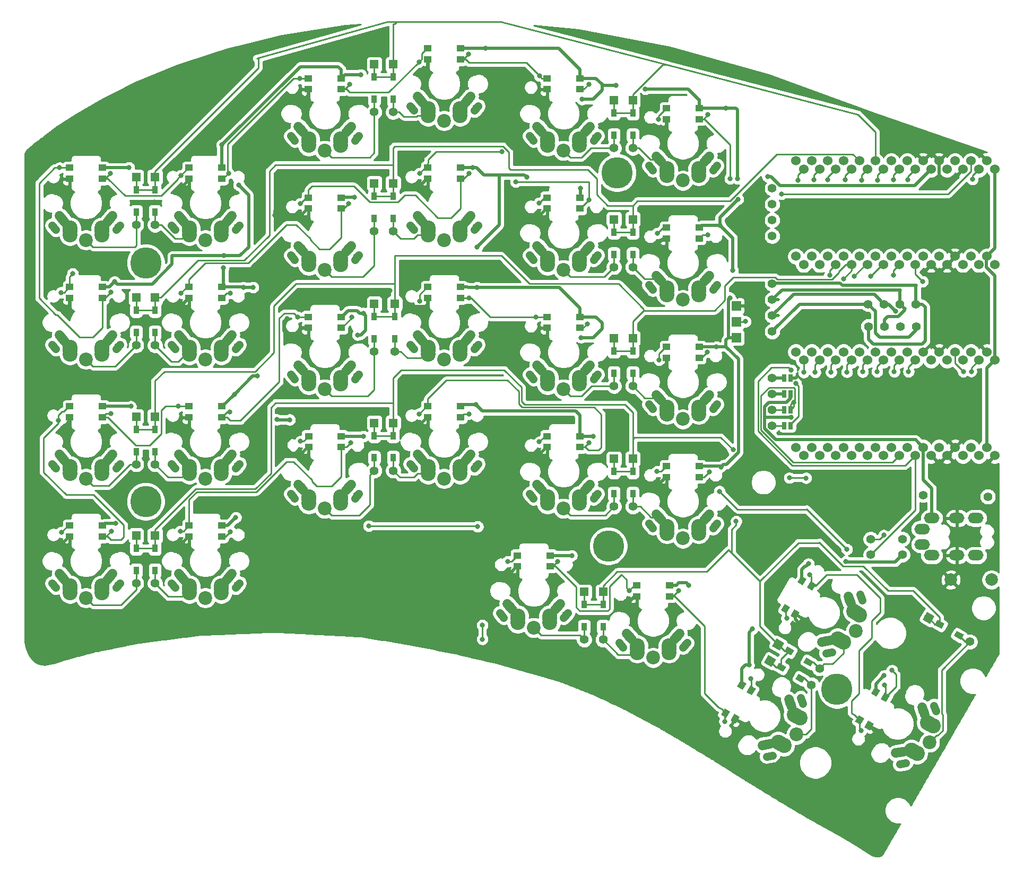
<source format=gbl>
G04 #@! TF.GenerationSoftware,KiCad,Pcbnew,(5.0.1)-3*
G04 #@! TF.CreationDate,2019-04-04T15:30:49+09:00*
G04 #@! TF.ProjectId,yosino58,796F73696E6F35382E6B696361645F70,rev?*
G04 #@! TF.SameCoordinates,PX2781868PY76cdd18*
G04 #@! TF.FileFunction,Copper,L2,Bot,Signal*
G04 #@! TF.FilePolarity,Positive*
%FSLAX46Y46*%
G04 Gerber Fmt 4.6, Leading zero omitted, Abs format (unit mm)*
G04 Created by KiCad (PCBNEW (5.0.1)-3) date 2019/04/04 15:30:49*
%MOMM*%
%LPD*%
G01*
G04 APERTURE LIST*
G04 #@! TA.AperFunction,SMDPad,CuDef*
%ADD10R,1.200000X1.000000*%
G04 #@! TD*
G04 #@! TA.AperFunction,SMDPad,CuDef*
%ADD11C,1.000000*%
G04 #@! TD*
G04 #@! TA.AperFunction,Conductor*
%ADD12C,0.100000*%
G04 #@! TD*
G04 #@! TA.AperFunction,ComponentPad*
%ADD13C,1.524000*%
G04 #@! TD*
G04 #@! TA.AperFunction,WasherPad*
%ADD14C,5.000000*%
G04 #@! TD*
G04 #@! TA.AperFunction,ComponentPad*
%ADD15C,1.250000*%
G04 #@! TD*
G04 #@! TA.AperFunction,Conductor*
%ADD16C,1.250000*%
G04 #@! TD*
G04 #@! TA.AperFunction,ComponentPad*
%ADD17C,2.200000*%
G04 #@! TD*
G04 #@! TA.AperFunction,ComponentPad*
%ADD18C,2.400000*%
G04 #@! TD*
G04 #@! TA.AperFunction,ComponentPad*
%ADD19C,1.550000*%
G04 #@! TD*
G04 #@! TA.AperFunction,Conductor*
%ADD20C,1.550000*%
G04 #@! TD*
G04 #@! TA.AperFunction,ComponentPad*
%ADD21C,1.397000*%
G04 #@! TD*
G04 #@! TA.AperFunction,SMDPad,CuDef*
%ADD22R,1.524000X1.524000*%
G04 #@! TD*
G04 #@! TA.AperFunction,SMDPad,CuDef*
%ADD23R,0.950000X1.300000*%
G04 #@! TD*
G04 #@! TA.AperFunction,ComponentPad*
%ADD24R,1.397000X1.397000*%
G04 #@! TD*
G04 #@! TA.AperFunction,SMDPad,CuDef*
%ADD25C,0.950000*%
G04 #@! TD*
G04 #@! TA.AperFunction,ComponentPad*
%ADD26O,2.500000X1.700000*%
G04 #@! TD*
G04 #@! TA.AperFunction,SMDPad,CuDef*
%ADD27R,0.635000X1.143000*%
G04 #@! TD*
G04 #@! TA.AperFunction,ComponentPad*
%ADD28C,2.000000*%
G04 #@! TD*
G04 #@! TA.AperFunction,ViaPad*
%ADD29C,0.800000*%
G04 #@! TD*
G04 #@! TA.AperFunction,Conductor*
%ADD30C,0.500000*%
G04 #@! TD*
G04 #@! TA.AperFunction,Conductor*
%ADD31C,0.250000*%
G04 #@! TD*
G04 #@! TA.AperFunction,Conductor*
%ADD32C,0.254000*%
G04 #@! TD*
G04 APERTURE END LIST*
D10*
G04 #@! TO.P,L1,2*
G04 #@! TO.N,GND*
X6475000Y76112500D03*
G04 #@! TO.P,L1,1*
G04 #@! TO.N,Net-(L1-Pad1)*
X6475000Y77862500D03*
G04 #@! TO.P,L1,4*
G04 #@! TO.N,VCC*
X11675000Y77862500D03*
G04 #@! TO.P,L1,3*
G04 #@! TO.N,Net-(L1-Pad3)*
X11675000Y76112500D03*
G04 #@! TD*
G04 #@! TO.P,L2,2*
G04 #@! TO.N,GND*
X25525000Y76112500D03*
G04 #@! TO.P,L2,1*
G04 #@! TO.N,Net-(L1-Pad3)*
X25525000Y77862500D03*
G04 #@! TO.P,L2,4*
G04 #@! TO.N,VCC*
X30725000Y77862500D03*
G04 #@! TO.P,L2,3*
G04 #@! TO.N,Net-(L2-Pad3)*
X30725000Y76112500D03*
G04 #@! TD*
G04 #@! TO.P,L3,2*
G04 #@! TO.N,GND*
X44575000Y90400000D03*
G04 #@! TO.P,L3,1*
G04 #@! TO.N,Net-(L2-Pad3)*
X44575000Y92150000D03*
G04 #@! TO.P,L3,4*
G04 #@! TO.N,VCC*
X49775000Y92150000D03*
G04 #@! TO.P,L3,3*
G04 #@! TO.N,Net-(L3-Pad3)*
X49775000Y90400000D03*
G04 #@! TD*
G04 #@! TO.P,L4,2*
G04 #@! TO.N,GND*
X63625000Y95162500D03*
G04 #@! TO.P,L4,1*
G04 #@! TO.N,Net-(L3-Pad3)*
X63625000Y96912500D03*
G04 #@! TO.P,L4,4*
G04 #@! TO.N,VCC*
X68825000Y96912500D03*
G04 #@! TO.P,L4,3*
G04 #@! TO.N,Net-(L4-Pad3)*
X68825000Y95162500D03*
G04 #@! TD*
G04 #@! TO.P,L5,2*
G04 #@! TO.N,GND*
X82675000Y90400000D03*
G04 #@! TO.P,L5,1*
G04 #@! TO.N,Net-(L4-Pad3)*
X82675000Y92150000D03*
G04 #@! TO.P,L5,4*
G04 #@! TO.N,VCC*
X87875000Y92150000D03*
G04 #@! TO.P,L5,3*
G04 #@! TO.N,Net-(L5-Pad3)*
X87875000Y90400000D03*
G04 #@! TD*
G04 #@! TO.P,L6,2*
G04 #@! TO.N,GND*
X101725000Y85637500D03*
G04 #@! TO.P,L6,1*
G04 #@! TO.N,Net-(L5-Pad3)*
X101725000Y87387500D03*
G04 #@! TO.P,L6,4*
G04 #@! TO.N,VCC*
X106925000Y87387500D03*
G04 #@! TO.P,L6,3*
G04 #@! TO.N,LED*
X106925000Y85637500D03*
G04 #@! TD*
G04 #@! TO.P,L7,2*
G04 #@! TO.N,GND*
X6475000Y57062500D03*
G04 #@! TO.P,L7,1*
G04 #@! TO.N,Net-(L7-Pad1)*
X6475000Y58812500D03*
G04 #@! TO.P,L7,4*
G04 #@! TO.N,VCC*
X11675000Y58812500D03*
G04 #@! TO.P,L7,3*
G04 #@! TO.N,Net-(L1-Pad1)*
X11675000Y57062500D03*
G04 #@! TD*
G04 #@! TO.P,L8,2*
G04 #@! TO.N,GND*
X25525000Y57062500D03*
G04 #@! TO.P,L8,1*
G04 #@! TO.N,Net-(L8-Pad1)*
X25525000Y58812500D03*
G04 #@! TO.P,L8,4*
G04 #@! TO.N,VCC*
X30725000Y58812500D03*
G04 #@! TO.P,L8,3*
G04 #@! TO.N,Net-(L7-Pad1)*
X30725000Y57062500D03*
G04 #@! TD*
G04 #@! TO.P,L9,2*
G04 #@! TO.N,GND*
X44575000Y71350000D03*
G04 #@! TO.P,L9,1*
G04 #@! TO.N,Net-(L10-Pad3)*
X44575000Y73100000D03*
G04 #@! TO.P,L9,4*
G04 #@! TO.N,VCC*
X49775000Y73100000D03*
G04 #@! TO.P,L9,3*
G04 #@! TO.N,Net-(L8-Pad1)*
X49775000Y71350000D03*
G04 #@! TD*
G04 #@! TO.P,L10,2*
G04 #@! TO.N,GND*
X63625000Y76112500D03*
G04 #@! TO.P,L10,1*
G04 #@! TO.N,Net-(L10-Pad1)*
X63625000Y77862500D03*
G04 #@! TO.P,L10,4*
G04 #@! TO.N,VCC*
X68825000Y77862500D03*
G04 #@! TO.P,L10,3*
G04 #@! TO.N,Net-(L10-Pad3)*
X68825000Y76112500D03*
G04 #@! TD*
G04 #@! TO.P,L11,2*
G04 #@! TO.N,GND*
X82675000Y71350000D03*
G04 #@! TO.P,L11,1*
G04 #@! TO.N,Net-(L11-Pad1)*
X82675000Y73100000D03*
G04 #@! TO.P,L11,4*
G04 #@! TO.N,VCC*
X87875000Y73100000D03*
G04 #@! TO.P,L11,3*
G04 #@! TO.N,Net-(L10-Pad1)*
X87875000Y71350000D03*
G04 #@! TD*
G04 #@! TO.P,L12,2*
G04 #@! TO.N,GND*
X101725000Y66587500D03*
G04 #@! TO.P,L12,1*
G04 #@! TO.N,Net-(L12-Pad1)*
X101725000Y68337500D03*
G04 #@! TO.P,L12,4*
G04 #@! TO.N,VCC*
X106925000Y68337500D03*
G04 #@! TO.P,L12,3*
G04 #@! TO.N,Net-(L11-Pad1)*
X106925000Y66587500D03*
G04 #@! TD*
G04 #@! TO.P,L13,2*
G04 #@! TO.N,GND*
X6475000Y38012500D03*
G04 #@! TO.P,L13,1*
G04 #@! TO.N,Net-(L13-Pad1)*
X6475000Y39762500D03*
G04 #@! TO.P,L13,4*
G04 #@! TO.N,VCC*
X11675000Y39762500D03*
G04 #@! TO.P,L13,3*
G04 #@! TO.N,Net-(L13-Pad3)*
X11675000Y38012500D03*
G04 #@! TD*
G04 #@! TO.P,L14,2*
G04 #@! TO.N,GND*
X25525000Y38012500D03*
G04 #@! TO.P,L14,1*
G04 #@! TO.N,Net-(L13-Pad3)*
X25525000Y39762500D03*
G04 #@! TO.P,L14,4*
G04 #@! TO.N,VCC*
X30725000Y39762500D03*
G04 #@! TO.P,L14,3*
G04 #@! TO.N,Net-(L14-Pad3)*
X30725000Y38012500D03*
G04 #@! TD*
G04 #@! TO.P,L15,2*
G04 #@! TO.N,GND*
X44575000Y52300000D03*
G04 #@! TO.P,L15,1*
G04 #@! TO.N,Net-(L14-Pad3)*
X44575000Y54050000D03*
G04 #@! TO.P,L15,4*
G04 #@! TO.N,VCC*
X49775000Y54050000D03*
G04 #@! TO.P,L15,3*
G04 #@! TO.N,Net-(L15-Pad3)*
X49775000Y52300000D03*
G04 #@! TD*
G04 #@! TO.P,L16,2*
G04 #@! TO.N,GND*
X63625000Y57062500D03*
G04 #@! TO.P,L16,1*
G04 #@! TO.N,Net-(L15-Pad3)*
X63625000Y58812500D03*
G04 #@! TO.P,L16,4*
G04 #@! TO.N,VCC*
X68825000Y58812500D03*
G04 #@! TO.P,L16,3*
G04 #@! TO.N,Net-(L16-Pad3)*
X68825000Y57062500D03*
G04 #@! TD*
G04 #@! TO.P,L17,2*
G04 #@! TO.N,GND*
X82675000Y52300000D03*
G04 #@! TO.P,L17,1*
G04 #@! TO.N,Net-(L16-Pad3)*
X82675000Y54050000D03*
G04 #@! TO.P,L17,4*
G04 #@! TO.N,VCC*
X87875000Y54050000D03*
G04 #@! TO.P,L17,3*
G04 #@! TO.N,Net-(L17-Pad3)*
X87875000Y52300000D03*
G04 #@! TD*
G04 #@! TO.P,L18,2*
G04 #@! TO.N,GND*
X101725000Y47537500D03*
G04 #@! TO.P,L18,1*
G04 #@! TO.N,Net-(L17-Pad3)*
X101725000Y49287500D03*
G04 #@! TO.P,L18,4*
G04 #@! TO.N,VCC*
X106925000Y49287500D03*
G04 #@! TO.P,L18,3*
G04 #@! TO.N,Net-(L12-Pad1)*
X106925000Y47537500D03*
G04 #@! TD*
G04 #@! TO.P,L19,2*
G04 #@! TO.N,GND*
X6475000Y18962500D03*
G04 #@! TO.P,L19,1*
G04 #@! TO.N,Net-(L19-Pad1)*
X6475000Y20712500D03*
G04 #@! TO.P,L19,4*
G04 #@! TO.N,VCC*
X11675000Y20712500D03*
G04 #@! TO.P,L19,3*
G04 #@! TO.N,Net-(L13-Pad1)*
X11675000Y18962500D03*
G04 #@! TD*
G04 #@! TO.P,L20,2*
G04 #@! TO.N,GND*
X25525000Y18962500D03*
G04 #@! TO.P,L20,1*
G04 #@! TO.N,Net-(L20-Pad1)*
X25525000Y20712500D03*
G04 #@! TO.P,L20,4*
G04 #@! TO.N,VCC*
X30725000Y20712500D03*
G04 #@! TO.P,L20,3*
G04 #@! TO.N,Net-(L19-Pad1)*
X30725000Y18962500D03*
G04 #@! TD*
G04 #@! TO.P,L21,2*
G04 #@! TO.N,GND*
X44593750Y33250000D03*
G04 #@! TO.P,L21,1*
G04 #@! TO.N,Net-(L21-Pad1)*
X44593750Y35000000D03*
G04 #@! TO.P,L21,4*
G04 #@! TO.N,VCC*
X49793750Y35000000D03*
G04 #@! TO.P,L21,3*
G04 #@! TO.N,Net-(L20-Pad1)*
X49793750Y33250000D03*
G04 #@! TD*
G04 #@! TO.P,L22,2*
G04 #@! TO.N,GND*
X63625000Y38012500D03*
G04 #@! TO.P,L22,1*
G04 #@! TO.N,Net-(L22-Pad1)*
X63625000Y39762500D03*
G04 #@! TO.P,L22,4*
G04 #@! TO.N,VCC*
X68825000Y39762500D03*
G04 #@! TO.P,L22,3*
G04 #@! TO.N,Net-(L21-Pad1)*
X68825000Y38012500D03*
G04 #@! TD*
G04 #@! TO.P,L23,2*
G04 #@! TO.N,GND*
X82675000Y33250000D03*
G04 #@! TO.P,L23,1*
G04 #@! TO.N,Net-(L23-Pad1)*
X82675000Y35000000D03*
G04 #@! TO.P,L23,4*
G04 #@! TO.N,VCC*
X87875000Y35000000D03*
G04 #@! TO.P,L23,3*
G04 #@! TO.N,Net-(L22-Pad1)*
X87875000Y33250000D03*
G04 #@! TD*
G04 #@! TO.P,L24,2*
G04 #@! TO.N,GND*
X101725000Y28487500D03*
G04 #@! TO.P,L24,1*
G04 #@! TO.N,Net-(L24-Pad1)*
X101725000Y30237500D03*
G04 #@! TO.P,L24,4*
G04 #@! TO.N,VCC*
X106925000Y30237500D03*
G04 #@! TO.P,L24,3*
G04 #@! TO.N,Net-(L23-Pad1)*
X106925000Y28487500D03*
G04 #@! TD*
G04 #@! TO.P,L25,2*
G04 #@! TO.N,GND*
X77912500Y14200000D03*
G04 #@! TO.P,L25,1*
G04 #@! TO.N,Net-(L25-Pad1)*
X77912500Y15950000D03*
G04 #@! TO.P,L25,4*
G04 #@! TO.N,VCC*
X83112500Y15950000D03*
G04 #@! TO.P,L25,3*
G04 #@! TO.N,Net-(L25-Pad3)*
X83112500Y14200000D03*
G04 #@! TD*
G04 #@! TO.P,L26,2*
G04 #@! TO.N,GND*
X96962500Y9437500D03*
G04 #@! TO.P,L26,1*
G04 #@! TO.N,Net-(L25-Pad3)*
X96962500Y11187500D03*
G04 #@! TO.P,L26,4*
G04 #@! TO.N,VCC*
X102162500Y11187500D03*
G04 #@! TO.P,L26,3*
G04 #@! TO.N,Net-(L26-Pad3)*
X102162500Y9437500D03*
G04 #@! TD*
D11*
G04 #@! TO.P,L27,2*
G04 #@! TO.N,GND*
X112632772Y-10114166D03*
D12*
G04 #@! TD*
G04 #@! TO.N,GND*
G04 #@! TO.C,L27*
G36*
X112765785Y-10883781D02*
X111899759Y-10383781D01*
X112499759Y-9344551D01*
X113365785Y-9844551D01*
X112765785Y-10883781D01*
X112765785Y-10883781D01*
G37*
D11*
G04 #@! TO.P,L27,1*
G04 #@! TO.N,Net-(L26-Pad3)*
X111117228Y-9239166D03*
D12*
G04 #@! TD*
G04 #@! TO.N,Net-(L26-Pad3)*
G04 #@! TO.C,L27*
G36*
X111250241Y-10008781D02*
X110384215Y-9508781D01*
X110984215Y-8469551D01*
X111850241Y-8969551D01*
X111250241Y-10008781D01*
X111250241Y-10008781D01*
G37*
D11*
G04 #@! TO.P,L27,4*
G04 #@! TO.N,VCC*
X113717228Y-4735834D03*
D12*
G04 #@! TD*
G04 #@! TO.N,VCC*
G04 #@! TO.C,L27*
G36*
X113850241Y-5505449D02*
X112984215Y-5005449D01*
X113584215Y-3966219D01*
X114450241Y-4466219D01*
X113850241Y-5505449D01*
X113850241Y-5505449D01*
G37*
D11*
G04 #@! TO.P,L27,3*
G04 #@! TO.N,Net-(L27-Pad3)*
X115232772Y-5610834D03*
D12*
G04 #@! TD*
G04 #@! TO.N,Net-(L27-Pad3)*
G04 #@! TO.C,L27*
G36*
X115365785Y-6380449D02*
X114499759Y-5880449D01*
X115099759Y-4841219D01*
X115965785Y-5341219D01*
X115365785Y-6380449D01*
X115365785Y-6380449D01*
G37*
D11*
G04 #@! TO.P,L28,2*
G04 #@! TO.N,GND*
X122232772Y6585834D03*
D12*
G04 #@! TD*
G04 #@! TO.N,GND*
G04 #@! TO.C,L28*
G36*
X122365785Y5816219D02*
X121499759Y6316219D01*
X122099759Y7355449D01*
X122965785Y6855449D01*
X122365785Y5816219D01*
X122365785Y5816219D01*
G37*
D11*
G04 #@! TO.P,L28,1*
G04 #@! TO.N,Net-(L27-Pad3)*
X120717228Y7460834D03*
D12*
G04 #@! TD*
G04 #@! TO.N,Net-(L27-Pad3)*
G04 #@! TO.C,L28*
G36*
X120850241Y6691219D02*
X119984215Y7191219D01*
X120584215Y8230449D01*
X121450241Y7730449D01*
X120850241Y6691219D01*
X120850241Y6691219D01*
G37*
D11*
G04 #@! TO.P,L28,4*
G04 #@! TO.N,VCC*
X123317228Y11964166D03*
D12*
G04 #@! TD*
G04 #@! TO.N,VCC*
G04 #@! TO.C,L28*
G36*
X123450241Y11194551D02*
X122584215Y11694551D01*
X123184215Y12733781D01*
X124050241Y12233781D01*
X123450241Y11194551D01*
X123450241Y11194551D01*
G37*
D11*
G04 #@! TO.P,L28,3*
G04 #@! TO.N,Net-(L28-Pad3)*
X124832772Y11089166D03*
D12*
G04 #@! TD*
G04 #@! TO.N,Net-(L28-Pad3)*
G04 #@! TO.C,L28*
G36*
X124965785Y10319551D02*
X124099759Y10819551D01*
X124699759Y11858781D01*
X125565785Y11358781D01*
X124965785Y10319551D01*
X124965785Y10319551D01*
G37*
D11*
G04 #@! TO.P,L29,2*
G04 #@! TO.N,GND*
X134032772Y-11214166D03*
D12*
G04 #@! TD*
G04 #@! TO.N,GND*
G04 #@! TO.C,L29*
G36*
X134165785Y-11983781D02*
X133299759Y-11483781D01*
X133899759Y-10444551D01*
X134765785Y-10944551D01*
X134165785Y-11983781D01*
X134165785Y-11983781D01*
G37*
D11*
G04 #@! TO.P,L29,1*
G04 #@! TO.N,Net-(L28-Pad3)*
X132517228Y-10339166D03*
D12*
G04 #@! TD*
G04 #@! TO.N,Net-(L28-Pad3)*
G04 #@! TO.C,L29*
G36*
X132650241Y-11108781D02*
X131784215Y-10608781D01*
X132384215Y-9569551D01*
X133250241Y-10069551D01*
X132650241Y-11108781D01*
X132650241Y-11108781D01*
G37*
D11*
G04 #@! TO.P,L29,4*
G04 #@! TO.N,VCC*
X135117228Y-5835834D03*
D12*
G04 #@! TD*
G04 #@! TO.N,VCC*
G04 #@! TO.C,L29*
G36*
X135250241Y-6605449D02*
X134384215Y-6105449D01*
X134984215Y-5066219D01*
X135850241Y-5566219D01*
X135250241Y-6605449D01*
X135250241Y-6605449D01*
G37*
D11*
G04 #@! TO.P,L29,3*
G04 #@! TO.N,Net-(L24-Pad1)*
X136632772Y-6710834D03*
D12*
G04 #@! TD*
G04 #@! TO.N,Net-(L24-Pad1)*
G04 #@! TO.C,L29*
G36*
X136765785Y-7480449D02*
X135899759Y-6980449D01*
X136499759Y-5941219D01*
X137365785Y-6441219D01*
X136765785Y-7480449D01*
X136765785Y-7480449D01*
G37*
D13*
G04 #@! TO.P,U1,25*
G04 #@! TO.N,Net-(U1-Pad25)*
X154093000Y47138600D03*
G04 #@! TO.P,U1,0*
G04 #@! TO.N,GND*
X152823000Y48465000D03*
G04 #@! TO.P,U1,25*
G04 #@! TO.N,Net-(U1-Pad25)*
X152823000Y33225000D03*
G04 #@! TO.P,U1,0*
G04 #@! TO.N,GND*
X154093000Y31918600D03*
G04 #@! TO.P,U1,24*
G04 #@! TO.N,Net-(U1-Pad24)*
X151553000Y47138600D03*
G04 #@! TO.P,U1,23*
G04 #@! TO.N,GND*
X149013000Y47138600D03*
G04 #@! TO.P,U1,22*
G04 #@! TO.N,reset*
X146473000Y47138600D03*
G04 #@! TO.P,U1,21*
G04 #@! TO.N,VCC*
X143933000Y47138600D03*
G04 #@! TO.P,U1,20*
G04 #@! TO.N,col0*
X141393000Y47138600D03*
G04 #@! TO.P,U1,19*
G04 #@! TO.N,col1*
X138853000Y47138600D03*
G04 #@! TO.P,U1,18*
G04 #@! TO.N,col2*
X136313000Y47138600D03*
G04 #@! TO.P,U1,17*
G04 #@! TO.N,col3*
X133773000Y47138600D03*
G04 #@! TO.P,U1,16*
G04 #@! TO.N,col4*
X131233000Y47138600D03*
G04 #@! TO.P,U1,15*
G04 #@! TO.N,col5*
X128693000Y47138600D03*
G04 #@! TO.P,U1,14*
G04 #@! TO.N,Net-(U1-Pad14)*
X126153000Y47138600D03*
G04 #@! TO.P,U1,13*
G04 #@! TO.N,Net-(U1-Pad13)*
X123613000Y47138600D03*
G04 #@! TO.P,U1,12*
G04 #@! TO.N,Net-(U1-Pad12)*
X123613000Y31918600D03*
G04 #@! TO.P,U1,11*
G04 #@! TO.N,row4*
X126153000Y31918600D03*
G04 #@! TO.P,U1,10*
G04 #@! TO.N,row3*
X128693000Y31918600D03*
G04 #@! TO.P,U1,9*
G04 #@! TO.N,row2*
X131233000Y31918600D03*
G04 #@! TO.P,U1,8*
G04 #@! TO.N,row1*
X133773000Y31918600D03*
G04 #@! TO.P,U1,7*
G04 #@! TO.N,row0*
X136313000Y31918600D03*
G04 #@! TO.P,U1,6*
G04 #@! TO.N,SCL*
X138853000Y31918600D03*
G04 #@! TO.P,U1,5*
G04 #@! TO.N,SDA*
X141393000Y31918600D03*
G04 #@! TO.P,U1,4*
G04 #@! TO.N,GND*
X143933000Y31918600D03*
G04 #@! TO.P,U1,3*
X146473000Y31918600D03*
G04 #@! TO.P,U1,2*
G04 #@! TO.N,data*
X149013000Y31918600D03*
G04 #@! TO.P,U1,1*
G04 #@! TO.N,LED*
X151553000Y31918600D03*
X150283000Y48465000D03*
G04 #@! TO.P,U1,2*
G04 #@! TO.N,data*
X147743000Y48465000D03*
G04 #@! TO.P,U1,3*
G04 #@! TO.N,GND*
X145203000Y48465000D03*
G04 #@! TO.P,U1,4*
X142663000Y48465000D03*
G04 #@! TO.P,U1,5*
G04 #@! TO.N,SDA*
X140123000Y48465000D03*
G04 #@! TO.P,U1,6*
G04 #@! TO.N,SCL*
X137583000Y48465000D03*
G04 #@! TO.P,U1,7*
G04 #@! TO.N,row0*
X135043000Y48465000D03*
G04 #@! TO.P,U1,8*
G04 #@! TO.N,row1*
X132503000Y48465000D03*
G04 #@! TO.P,U1,9*
G04 #@! TO.N,row2*
X129963000Y48465000D03*
G04 #@! TO.P,U1,10*
G04 #@! TO.N,row3*
X127423000Y48465000D03*
G04 #@! TO.P,U1,11*
G04 #@! TO.N,row4*
X124883000Y48465000D03*
G04 #@! TO.P,U1,12*
G04 #@! TO.N,Net-(U1-Pad12)*
X122343000Y48465000D03*
G04 #@! TO.P,U1,13*
G04 #@! TO.N,Net-(U1-Pad13)*
X122343000Y33225000D03*
G04 #@! TO.P,U1,14*
G04 #@! TO.N,Net-(U1-Pad14)*
X124883000Y33225000D03*
G04 #@! TO.P,U1,15*
G04 #@! TO.N,col5*
X127423000Y33225000D03*
G04 #@! TO.P,U1,16*
G04 #@! TO.N,col4*
X129963000Y33225000D03*
G04 #@! TO.P,U1,17*
G04 #@! TO.N,col3*
X132503000Y33225000D03*
G04 #@! TO.P,U1,18*
G04 #@! TO.N,col2*
X135043000Y33225000D03*
G04 #@! TO.P,U1,19*
G04 #@! TO.N,col1*
X137583000Y33225000D03*
G04 #@! TO.P,U1,20*
G04 #@! TO.N,col0*
X140123000Y33225000D03*
G04 #@! TO.P,U1,21*
G04 #@! TO.N,VCC*
X142663000Y33225000D03*
G04 #@! TO.P,U1,22*
G04 #@! TO.N,reset*
X145203000Y33225000D03*
G04 #@! TO.P,U1,23*
G04 #@! TO.N,GND*
X147743000Y33225000D03*
G04 #@! TO.P,U1,24*
G04 #@! TO.N,Net-(U1-Pad24)*
X150283000Y33225000D03*
G04 #@! TO.P,U1,0*
G04 #@! TO.N,GND*
X152823000Y48465000D03*
G04 #@! TO.P,U1,25*
G04 #@! TO.N,Net-(U1-Pad25)*
X154093000Y47138600D03*
X152823000Y33225000D03*
G04 #@! TO.P,U1,0*
G04 #@! TO.N,GND*
X154093000Y31918600D03*
G04 #@! TD*
G04 #@! TO.P,U2,0*
G04 #@! TO.N,GND*
X154093000Y62418600D03*
G04 #@! TO.P,U2,25*
G04 #@! TO.N,Net-(U1-Pad25)*
X152823000Y63725000D03*
X154093000Y77638600D03*
G04 #@! TO.P,U2,0*
G04 #@! TO.N,GND*
X152823000Y78965000D03*
G04 #@! TO.P,U2,24*
G04 #@! TO.N,Net-(U2-Pad24)*
X150283000Y63725000D03*
G04 #@! TO.P,U2,23*
G04 #@! TO.N,GND*
X147743000Y63725000D03*
G04 #@! TO.P,U2,22*
G04 #@! TO.N,reset*
X145203000Y63725000D03*
G04 #@! TO.P,U2,21*
G04 #@! TO.N,VCC*
X142663000Y63725000D03*
G04 #@! TO.P,U2,20*
G04 #@! TO.N,col0*
X140123000Y63725000D03*
G04 #@! TO.P,U2,19*
G04 #@! TO.N,col1*
X137583000Y63725000D03*
G04 #@! TO.P,U2,18*
G04 #@! TO.N,col2*
X135043000Y63725000D03*
G04 #@! TO.P,U2,17*
G04 #@! TO.N,col3*
X132503000Y63725000D03*
G04 #@! TO.P,U2,16*
G04 #@! TO.N,col4*
X129963000Y63725000D03*
G04 #@! TO.P,U2,15*
G04 #@! TO.N,col5*
X127423000Y63725000D03*
G04 #@! TO.P,U2,14*
G04 #@! TO.N,Net-(U2-Pad14)*
X124883000Y63725000D03*
G04 #@! TO.P,U2,13*
G04 #@! TO.N,Net-(U2-Pad13)*
X122343000Y63725000D03*
G04 #@! TO.P,U2,12*
G04 #@! TO.N,Net-(U2-Pad12)*
X122343000Y78965000D03*
G04 #@! TO.P,U2,11*
G04 #@! TO.N,row4*
X124883000Y78965000D03*
G04 #@! TO.P,U2,10*
G04 #@! TO.N,row3*
X127423000Y78965000D03*
G04 #@! TO.P,U2,9*
G04 #@! TO.N,row2*
X129963000Y78965000D03*
G04 #@! TO.P,U2,8*
G04 #@! TO.N,row1*
X132503000Y78965000D03*
G04 #@! TO.P,U2,7*
G04 #@! TO.N,row0*
X135043000Y78965000D03*
G04 #@! TO.P,U2,6*
G04 #@! TO.N,SCL*
X137583000Y78965000D03*
G04 #@! TO.P,U2,5*
G04 #@! TO.N,SDA*
X140123000Y78965000D03*
G04 #@! TO.P,U2,4*
G04 #@! TO.N,GND*
X142663000Y78965000D03*
G04 #@! TO.P,U2,3*
X145203000Y78965000D03*
G04 #@! TO.P,U2,2*
G04 #@! TO.N,data*
X147743000Y78965000D03*
G04 #@! TO.P,U2,1*
G04 #@! TO.N,LED*
X150283000Y78965000D03*
X151553000Y62418600D03*
G04 #@! TO.P,U2,2*
G04 #@! TO.N,data*
X149013000Y62418600D03*
G04 #@! TO.P,U2,3*
G04 #@! TO.N,GND*
X146473000Y62418600D03*
G04 #@! TO.P,U2,4*
X143933000Y62418600D03*
G04 #@! TO.P,U2,5*
G04 #@! TO.N,SDA*
X141393000Y62418600D03*
G04 #@! TO.P,U2,6*
G04 #@! TO.N,SCL*
X138853000Y62418600D03*
G04 #@! TO.P,U2,7*
G04 #@! TO.N,row0*
X136313000Y62418600D03*
G04 #@! TO.P,U2,8*
G04 #@! TO.N,row1*
X133773000Y62418600D03*
G04 #@! TO.P,U2,9*
G04 #@! TO.N,row2*
X131233000Y62418600D03*
G04 #@! TO.P,U2,10*
G04 #@! TO.N,row3*
X128693000Y62418600D03*
G04 #@! TO.P,U2,11*
G04 #@! TO.N,row4*
X126153000Y62418600D03*
G04 #@! TO.P,U2,12*
G04 #@! TO.N,Net-(U2-Pad12)*
X123613000Y62418600D03*
G04 #@! TO.P,U2,13*
G04 #@! TO.N,Net-(U2-Pad13)*
X123613000Y77638600D03*
G04 #@! TO.P,U2,14*
G04 #@! TO.N,Net-(U2-Pad14)*
X126153000Y77638600D03*
G04 #@! TO.P,U2,15*
G04 #@! TO.N,col5*
X128693000Y77638600D03*
G04 #@! TO.P,U2,16*
G04 #@! TO.N,col4*
X131233000Y77638600D03*
G04 #@! TO.P,U2,17*
G04 #@! TO.N,col3*
X133773000Y77638600D03*
G04 #@! TO.P,U2,18*
G04 #@! TO.N,col2*
X136313000Y77638600D03*
G04 #@! TO.P,U2,19*
G04 #@! TO.N,col1*
X138853000Y77638600D03*
G04 #@! TO.P,U2,20*
G04 #@! TO.N,col0*
X141393000Y77638600D03*
G04 #@! TO.P,U2,21*
G04 #@! TO.N,VCC*
X143933000Y77638600D03*
G04 #@! TO.P,U2,22*
G04 #@! TO.N,reset*
X146473000Y77638600D03*
G04 #@! TO.P,U2,23*
G04 #@! TO.N,GND*
X149013000Y77638600D03*
G04 #@! TO.P,U2,24*
G04 #@! TO.N,Net-(U2-Pad24)*
X151553000Y77638600D03*
G04 #@! TO.P,U2,0*
G04 #@! TO.N,GND*
X154093000Y62418600D03*
G04 #@! TO.P,U2,25*
G04 #@! TO.N,Net-(U1-Pad25)*
X152823000Y63725000D03*
G04 #@! TO.P,U2,0*
G04 #@! TO.N,GND*
X152823000Y78965000D03*
G04 #@! TO.P,U2,25*
G04 #@! TO.N,Net-(U1-Pad25)*
X154093000Y77638600D03*
G04 #@! TD*
D14*
G04 #@! TO.P,Ref\002A\002A,*
G04 #@! TO.N,*
X18600000Y24575000D03*
G04 #@! TD*
G04 #@! TO.P,Ref\002A\002A,*
G04 #@! TO.N,*
X18600000Y62700000D03*
G04 #@! TD*
G04 #@! TO.P,Ref\002A\002A,*
G04 #@! TO.N,*
X93825000Y77075000D03*
G04 #@! TD*
G04 #@! TO.P,Ref\002A\002A,*
G04 #@! TO.N,*
X92425000Y17475000D03*
G04 #@! TD*
G04 #@! TO.P,Ref\002A\002A,*
G04 #@! TO.N,*
X128900000Y-5450000D03*
G04 #@! TD*
D15*
G04 #@! TO.P,SW29,1*
G04 #@! TO.N,col5*
X139402499Y-17291730D03*
D16*
G04 #@! TD*
G04 #@! TO.N,col5*
G04 #@! TO.C,SW29*
X139870283Y-17209247D02*
X138934715Y-17374213D01*
D15*
G04 #@! TO.P,SW29,1*
G04 #@! TO.N,col5*
X144502499Y-8458270D03*
D16*
G04 #@! TD*
G04 #@! TO.N,col5*
G04 #@! TO.C,SW29*
X144340039Y-8011916D02*
X144664959Y-8904624D01*
D17*
G04 #@! TO.P,SW29,2*
G04 #@! TO.N,Net-(D29-Pad2)*
X143684550Y-13875000D03*
D18*
X141704409Y-15664705D03*
D19*
G04 #@! TO.P,SW29,1*
G04 #@! TO.N,col5*
X142679705Y-8895443D03*
D20*
G04 #@! TD*
G04 #@! TO.N,col5*
G04 #@! TO.C,SW29*
X142465942Y-8308135D02*
X142893468Y-9482751D01*
D18*
G04 #@! TO.P,SW29,1*
G04 #@! TO.N,col5*
X144244409Y-11265295D03*
D19*
G04 #@! TO.P,SW29,2*
G04 #@! TO.N,Net-(D29-Pad2)*
X138869705Y-15494557D03*
D20*
G04 #@! TD*
G04 #@! TO.N,Net-(D29-Pad2)*
G04 #@! TO.C,SW29*
X139485210Y-15386027D02*
X138254200Y-15603087D01*
D18*
G04 #@! TO.P,SW29,2*
G04 #@! TO.N,Net-(D29-Pad2)*
X141202114Y-15374705D03*
X140769102Y-15124705D03*
G04 #@! TO.P,SW29,1*
G04 #@! TO.N,col5*
X143309102Y-10725295D03*
X143742113Y-10975295D03*
G04 #@! TD*
G04 #@! TO.P,SW13,1*
G04 #@! TO.N,col0*
X11615000Y29625000D03*
X11615000Y30125000D03*
G04 #@! TO.P,SW13,2*
G04 #@! TO.N,Net-(D13-Pad2)*
X6535000Y30125000D03*
X6535000Y29625000D03*
D19*
X5265000Y31585000D03*
D20*
G04 #@! TD*
G04 #@! TO.N,Net-(D13-Pad2)*
G04 #@! TO.C,SW13*
X5666742Y31106222D02*
X4863258Y32063778D01*
D18*
G04 #@! TO.P,SW13,1*
G04 #@! TO.N,col0*
X11615000Y29045000D03*
D19*
X12885000Y31585000D03*
D20*
G04 #@! TD*
G04 #@! TO.N,col0*
G04 #@! TO.C,SW13*
X13286742Y32063778D02*
X12483258Y31106222D01*
D18*
G04 #@! TO.P,SW13,2*
G04 #@! TO.N,Net-(D13-Pad2)*
X6535000Y29045000D03*
D17*
X9075000Y28225000D03*
D15*
G04 #@! TO.P,SW13,1*
G04 #@! TO.N,col0*
X14175000Y30225000D03*
D16*
G04 #@! TD*
G04 #@! TO.N,col0*
G04 #@! TO.C,SW13*
X14480324Y30588871D02*
X13869676Y29861129D01*
D15*
G04 #@! TO.P,SW13,1*
G04 #@! TO.N,col0*
X3975000Y30225000D03*
D16*
G04 #@! TD*
G04 #@! TO.N,col0*
G04 #@! TO.C,SW13*
X4280324Y29861129D02*
X3669676Y30588871D01*
D21*
G04 #@! TO.P,J6,4*
G04 #@! TO.N,Net-(J2-Pad4)*
X133905000Y56100000D03*
G04 #@! TO.P,J6,3*
G04 #@! TO.N,Net-(J2-Pad3)*
X136445000Y56100000D03*
G04 #@! TO.P,J6,2*
G04 #@! TO.N,Net-(J2-Pad2)*
X138985000Y56100000D03*
G04 #@! TO.P,J6,1*
G04 #@! TO.N,Net-(J2-Pad1)*
X141525000Y56100000D03*
G04 #@! TD*
G04 #@! TO.P,J3,1*
G04 #@! TO.N,Net-(J2-Pad1)*
X118575000Y59325000D03*
G04 #@! TO.P,J3,2*
G04 #@! TO.N,Net-(J2-Pad2)*
X118575000Y56785000D03*
G04 #@! TO.P,J3,3*
G04 #@! TO.N,Net-(J2-Pad3)*
X118575000Y54245000D03*
G04 #@! TO.P,J3,4*
G04 #@! TO.N,Net-(J2-Pad4)*
X118575000Y51705000D03*
G04 #@! TD*
G04 #@! TO.P,J5,4*
G04 #@! TO.N,Net-(J2-Pad4)*
X141536000Y52540000D03*
G04 #@! TO.P,J5,3*
G04 #@! TO.N,Net-(J2-Pad3)*
X138996000Y52540000D03*
G04 #@! TO.P,J5,2*
G04 #@! TO.N,Net-(J2-Pad2)*
X136456000Y52540000D03*
G04 #@! TO.P,J5,1*
G04 #@! TO.N,Net-(J2-Pad1)*
X133916000Y52540000D03*
G04 #@! TD*
G04 #@! TO.P,J4,1*
G04 #@! TO.N,Net-(J2-Pad1)*
X118575000Y74575000D03*
G04 #@! TO.P,J4,2*
G04 #@! TO.N,Net-(J2-Pad2)*
X118575000Y72035000D03*
G04 #@! TO.P,J4,3*
G04 #@! TO.N,Net-(J2-Pad3)*
X118575000Y69495000D03*
G04 #@! TO.P,J4,4*
G04 #@! TO.N,Net-(J2-Pad4)*
X118575000Y66955000D03*
G04 #@! TD*
D22*
G04 #@! TO.P,J0,1*
G04 #@! TO.N,GND*
X112850000Y55815000D03*
G04 #@! TO.P,J0,2*
G04 #@! TO.N,LED*
X112850000Y53275000D03*
G04 #@! TO.P,J0,3*
G04 #@! TO.N,VCC*
X112850000Y50735000D03*
G04 #@! TD*
D23*
G04 #@! TO.P,D1,2*
G04 #@! TO.N,Net-(D1-Pad2)*
X17075000Y70800000D03*
G04 #@! TO.P,D1,1*
G04 #@! TO.N,row0*
X17075000Y74350000D03*
D24*
X17075000Y76385000D03*
D21*
G04 #@! TO.P,D1,2*
G04 #@! TO.N,Net-(D1-Pad2)*
X17075000Y68765000D03*
G04 #@! TD*
D23*
G04 #@! TO.P,D2,2*
G04 #@! TO.N,Net-(D2-Pad2)*
X20075000Y70800000D03*
G04 #@! TO.P,D2,1*
G04 #@! TO.N,row0*
X20075000Y74350000D03*
D24*
X20075000Y76385000D03*
D21*
G04 #@! TO.P,D2,2*
G04 #@! TO.N,Net-(D2-Pad2)*
X20075000Y68765000D03*
G04 #@! TD*
D23*
G04 #@! TO.P,D3,2*
G04 #@! TO.N,Net-(D3-Pad2)*
X55075000Y88800000D03*
G04 #@! TO.P,D3,1*
G04 #@! TO.N,row0*
X55075000Y92350000D03*
D24*
X55075000Y94385000D03*
D21*
G04 #@! TO.P,D3,2*
G04 #@! TO.N,Net-(D3-Pad2)*
X55075000Y86765000D03*
G04 #@! TD*
G04 #@! TO.P,D4,2*
G04 #@! TO.N,Net-(D4-Pad2)*
X58075000Y86765000D03*
D24*
G04 #@! TO.P,D4,1*
G04 #@! TO.N,row0*
X58075000Y94385000D03*
D23*
X58075000Y92350000D03*
G04 #@! TO.P,D4,2*
G04 #@! TO.N,Net-(D4-Pad2)*
X58075000Y88800000D03*
G04 #@! TD*
G04 #@! TO.P,D5,2*
G04 #@! TO.N,Net-(D5-Pad2)*
X93325000Y83050000D03*
G04 #@! TO.P,D5,1*
G04 #@! TO.N,row0*
X93325000Y86600000D03*
D24*
X93325000Y88635000D03*
D21*
G04 #@! TO.P,D5,2*
G04 #@! TO.N,Net-(D5-Pad2)*
X93325000Y81015000D03*
G04 #@! TD*
G04 #@! TO.P,D6,2*
G04 #@! TO.N,Net-(D6-Pad2)*
X96325000Y81015000D03*
D24*
G04 #@! TO.P,D6,1*
G04 #@! TO.N,row0*
X96325000Y88635000D03*
D23*
X96325000Y86600000D03*
G04 #@! TO.P,D6,2*
G04 #@! TO.N,Net-(D6-Pad2)*
X96325000Y83050000D03*
G04 #@! TD*
G04 #@! TO.P,D7,2*
G04 #@! TO.N,Net-(D7-Pad2)*
X17075000Y51550000D03*
G04 #@! TO.P,D7,1*
G04 #@! TO.N,row1*
X17075000Y55100000D03*
D24*
X17075000Y57135000D03*
D21*
G04 #@! TO.P,D7,2*
G04 #@! TO.N,Net-(D7-Pad2)*
X17075000Y49515000D03*
G04 #@! TD*
D23*
G04 #@! TO.P,D8,2*
G04 #@! TO.N,Net-(D8-Pad2)*
X20075000Y51550000D03*
G04 #@! TO.P,D8,1*
G04 #@! TO.N,row1*
X20075000Y55100000D03*
D24*
X20075000Y57135000D03*
D21*
G04 #@! TO.P,D8,2*
G04 #@! TO.N,Net-(D8-Pad2)*
X20075000Y49515000D03*
G04 #@! TD*
G04 #@! TO.P,D9,2*
G04 #@! TO.N,Net-(D9-Pad2)*
X55075000Y67765000D03*
D24*
G04 #@! TO.P,D9,1*
G04 #@! TO.N,row1*
X55075000Y75385000D03*
D23*
X55075000Y73350000D03*
G04 #@! TO.P,D9,2*
G04 #@! TO.N,Net-(D9-Pad2)*
X55075000Y69800000D03*
G04 #@! TD*
D21*
G04 #@! TO.P,D10,2*
G04 #@! TO.N,Net-(D10-Pad2)*
X58075000Y67765000D03*
D24*
G04 #@! TO.P,D10,1*
G04 #@! TO.N,row1*
X58075000Y75385000D03*
D23*
X58075000Y73350000D03*
G04 #@! TO.P,D10,2*
G04 #@! TO.N,Net-(D10-Pad2)*
X58075000Y69800000D03*
G04 #@! TD*
D21*
G04 #@! TO.P,D11,2*
G04 #@! TO.N,Net-(D11-Pad2)*
X93325000Y62015000D03*
D24*
G04 #@! TO.P,D11,1*
G04 #@! TO.N,row1*
X93325000Y69635000D03*
D23*
X93325000Y67600000D03*
G04 #@! TO.P,D11,2*
G04 #@! TO.N,Net-(D11-Pad2)*
X93325000Y64050000D03*
G04 #@! TD*
G04 #@! TO.P,D12,2*
G04 #@! TO.N,Net-(D12-Pad2)*
X96325000Y64050000D03*
G04 #@! TO.P,D12,1*
G04 #@! TO.N,row1*
X96325000Y67600000D03*
D24*
X96325000Y69635000D03*
D21*
G04 #@! TO.P,D12,2*
G04 #@! TO.N,Net-(D12-Pad2)*
X96325000Y62015000D03*
G04 #@! TD*
D23*
G04 #@! TO.P,D13,2*
G04 #@! TO.N,Net-(D13-Pad2)*
X17075000Y32550000D03*
G04 #@! TO.P,D13,1*
G04 #@! TO.N,row2*
X17075000Y36100000D03*
D24*
X17075000Y38135000D03*
D21*
G04 #@! TO.P,D13,2*
G04 #@! TO.N,Net-(D13-Pad2)*
X17075000Y30515000D03*
G04 #@! TD*
G04 #@! TO.P,D14,2*
G04 #@! TO.N,Net-(D14-Pad2)*
X20075000Y30515000D03*
D24*
G04 #@! TO.P,D14,1*
G04 #@! TO.N,row2*
X20075000Y38135000D03*
D23*
X20075000Y36100000D03*
G04 #@! TO.P,D14,2*
G04 #@! TO.N,Net-(D14-Pad2)*
X20075000Y32550000D03*
G04 #@! TD*
G04 #@! TO.P,D15,2*
G04 #@! TO.N,Net-(D15-Pad2)*
X55075000Y50550000D03*
G04 #@! TO.P,D15,1*
G04 #@! TO.N,row2*
X55075000Y54100000D03*
D24*
X55075000Y56135000D03*
D21*
G04 #@! TO.P,D15,2*
G04 #@! TO.N,Net-(D15-Pad2)*
X55075000Y48515000D03*
G04 #@! TD*
G04 #@! TO.P,D16,2*
G04 #@! TO.N,Net-(D16-Pad2)*
X58325000Y48515000D03*
D24*
G04 #@! TO.P,D16,1*
G04 #@! TO.N,row2*
X58325000Y56135000D03*
D23*
X58325000Y54100000D03*
G04 #@! TO.P,D16,2*
G04 #@! TO.N,Net-(D16-Pad2)*
X58325000Y50550000D03*
G04 #@! TD*
G04 #@! TO.P,D17,2*
G04 #@! TO.N,Net-(D17-Pad2)*
X93325000Y45050000D03*
G04 #@! TO.P,D17,1*
G04 #@! TO.N,row2*
X93325000Y48600000D03*
D24*
X93325000Y50635000D03*
D21*
G04 #@! TO.P,D17,2*
G04 #@! TO.N,Net-(D17-Pad2)*
X93325000Y43015000D03*
G04 #@! TD*
G04 #@! TO.P,D18,2*
G04 #@! TO.N,Net-(D18-Pad2)*
X96325000Y43015000D03*
D24*
G04 #@! TO.P,D18,1*
G04 #@! TO.N,row2*
X96325000Y50635000D03*
D23*
X96325000Y48600000D03*
G04 #@! TO.P,D18,2*
G04 #@! TO.N,Net-(D18-Pad2)*
X96325000Y45050000D03*
G04 #@! TD*
D21*
G04 #@! TO.P,D19,2*
G04 #@! TO.N,Net-(D19-Pad2)*
X17075000Y11515000D03*
D24*
G04 #@! TO.P,D19,1*
G04 #@! TO.N,row3*
X17075000Y19135000D03*
D23*
X17075000Y17100000D03*
G04 #@! TO.P,D19,2*
G04 #@! TO.N,Net-(D19-Pad2)*
X17075000Y13550000D03*
G04 #@! TD*
G04 #@! TO.P,D20,2*
G04 #@! TO.N,Net-(D20-Pad2)*
X20075000Y13550000D03*
G04 #@! TO.P,D20,1*
G04 #@! TO.N,row3*
X20075000Y17100000D03*
D24*
X20075000Y19135000D03*
D21*
G04 #@! TO.P,D20,2*
G04 #@! TO.N,Net-(D20-Pad2)*
X20075000Y11515000D03*
G04 #@! TD*
G04 #@! TO.P,D21,2*
G04 #@! TO.N,Net-(D21-Pad2)*
X55075000Y29515000D03*
D24*
G04 #@! TO.P,D21,1*
G04 #@! TO.N,row3*
X55075000Y37135000D03*
D23*
X55075000Y35100000D03*
G04 #@! TO.P,D21,2*
G04 #@! TO.N,Net-(D21-Pad2)*
X55075000Y31550000D03*
G04 #@! TD*
G04 #@! TO.P,D22,2*
G04 #@! TO.N,Net-(D22-Pad2)*
X58075000Y31550000D03*
G04 #@! TO.P,D22,1*
G04 #@! TO.N,row3*
X58075000Y35100000D03*
D24*
X58075000Y37135000D03*
D21*
G04 #@! TO.P,D22,2*
G04 #@! TO.N,Net-(D22-Pad2)*
X58075000Y29515000D03*
G04 #@! TD*
D23*
G04 #@! TO.P,D23,2*
G04 #@! TO.N,Net-(D23-Pad2)*
X93325000Y25800000D03*
G04 #@! TO.P,D23,1*
G04 #@! TO.N,row3*
X93325000Y29350000D03*
D24*
X93325000Y31385000D03*
D21*
G04 #@! TO.P,D23,2*
G04 #@! TO.N,Net-(D23-Pad2)*
X93325000Y23765000D03*
G04 #@! TD*
G04 #@! TO.P,D24,2*
G04 #@! TO.N,Net-(D24-Pad2)*
X96325000Y23765000D03*
D24*
G04 #@! TO.P,D24,1*
G04 #@! TO.N,row3*
X96325000Y31385000D03*
D23*
X96325000Y29350000D03*
G04 #@! TO.P,D24,2*
G04 #@! TO.N,Net-(D24-Pad2)*
X96325000Y25800000D03*
G04 #@! TD*
D21*
G04 #@! TO.P,D25,2*
G04 #@! TO.N,Net-(D25-Pad2)*
X88575000Y2515000D03*
D24*
G04 #@! TO.P,D25,1*
G04 #@! TO.N,row4*
X88575000Y10135000D03*
D23*
X88575000Y8100000D03*
G04 #@! TO.P,D25,2*
G04 #@! TO.N,Net-(D25-Pad2)*
X88575000Y4550000D03*
G04 #@! TD*
G04 #@! TO.P,D26,2*
G04 #@! TO.N,Net-(D26-Pad2)*
X91575000Y4550000D03*
G04 #@! TO.P,D26,1*
G04 #@! TO.N,row4*
X91575000Y8100000D03*
D24*
X91575000Y10135000D03*
D21*
G04 #@! TO.P,D26,2*
G04 #@! TO.N,Net-(D26-Pad2)*
X91575000Y2515000D03*
G04 #@! TD*
D25*
G04 #@! TO.P,D27,2*
G04 #@! TO.N,Net-(D27-Pad2)*
X123075000Y-3675000D03*
D12*
G04 #@! TD*
G04 #@! TO.N,Net-(D27-Pad2)*
G04 #@! TO.C,D27*
G36*
X122274583Y-3761362D02*
X122749583Y-2938638D01*
X123875417Y-3588638D01*
X123400417Y-4411362D01*
X122274583Y-3761362D01*
X122274583Y-3761362D01*
G37*
D25*
G04 #@! TO.P,D27,1*
G04 #@! TO.N,row4*
X120000610Y-1900000D03*
D12*
G04 #@! TD*
G04 #@! TO.N,row4*
G04 #@! TO.C,D27*
G36*
X119200193Y-1986362D02*
X119675193Y-1163638D01*
X120801027Y-1813638D01*
X120326027Y-2636362D01*
X119200193Y-1986362D01*
X119200193Y-1986362D01*
G37*
D21*
G04 #@! TO.P,D27,1*
G04 #@! TO.N,row4*
X118238248Y-882500D03*
D12*
G04 #@! TD*
G04 #@! TO.N,row4*
G04 #@! TO.C,D27*
G36*
X117284079Y-1138169D02*
X117982579Y71669D01*
X119192417Y-626831D01*
X118493917Y-1836669D01*
X117284079Y-1138169D01*
X117284079Y-1138169D01*
G37*
D21*
G04 #@! TO.P,D27,2*
G04 #@! TO.N,Net-(D27-Pad2)*
X124837362Y-4692500D03*
G04 #@! TD*
G04 #@! TO.P,D28,2*
G04 #@! TO.N,Net-(D28-Pad2)*
X126124557Y-2080000D03*
G04 #@! TO.P,D28,1*
G04 #@! TO.N,row4*
X119525443Y1730000D03*
D12*
G04 #@! TD*
G04 #@! TO.N,row4*
G04 #@! TO.C,D28*
G36*
X118571274Y1474331D02*
X119269774Y2684169D01*
X120479612Y1985669D01*
X119781112Y775831D01*
X118571274Y1474331D01*
X118571274Y1474331D01*
G37*
D25*
G04 #@! TO.P,D28,1*
G04 #@! TO.N,row4*
X121287805Y712500D03*
D12*
G04 #@! TD*
G04 #@! TO.N,row4*
G04 #@! TO.C,D28*
G36*
X120487388Y626138D02*
X120962388Y1448862D01*
X122088222Y798862D01*
X121613222Y-23862D01*
X120487388Y626138D01*
X120487388Y626138D01*
G37*
D25*
G04 #@! TO.P,D28,2*
G04 #@! TO.N,Net-(D28-Pad2)*
X124362195Y-1062500D03*
D12*
G04 #@! TD*
G04 #@! TO.N,Net-(D28-Pad2)*
G04 #@! TO.C,D28*
G36*
X123561778Y-1148862D02*
X124036778Y-326138D01*
X125162612Y-976138D01*
X124687612Y-1798862D01*
X123561778Y-1148862D01*
X123561778Y-1148862D01*
G37*
D21*
G04 #@! TO.P,D29,2*
G04 #@! TO.N,Net-(D29-Pad2)*
X150124557Y2170000D03*
G04 #@! TO.P,D29,1*
G04 #@! TO.N,row4*
X143525443Y5980000D03*
D12*
G04 #@! TD*
G04 #@! TO.N,row4*
G04 #@! TO.C,D29*
G36*
X142571274Y5724331D02*
X143269774Y6934169D01*
X144479612Y6235669D01*
X143781112Y5025831D01*
X142571274Y5724331D01*
X142571274Y5724331D01*
G37*
D25*
G04 #@! TO.P,D29,1*
G04 #@! TO.N,row4*
X145287805Y4962500D03*
D12*
G04 #@! TD*
G04 #@! TO.N,row4*
G04 #@! TO.C,D29*
G36*
X144487388Y4876138D02*
X144962388Y5698862D01*
X146088222Y5048862D01*
X145613222Y4226138D01*
X144487388Y4876138D01*
X144487388Y4876138D01*
G37*
D25*
G04 #@! TO.P,D29,2*
G04 #@! TO.N,Net-(D29-Pad2)*
X148362195Y3187500D03*
D12*
G04 #@! TD*
G04 #@! TO.N,Net-(D29-Pad2)*
G04 #@! TO.C,D29*
G36*
X147561778Y3101138D02*
X148036778Y3923862D01*
X149162612Y3273862D01*
X148687612Y2451138D01*
X147561778Y3101138D01*
X147561778Y3101138D01*
G37*
D26*
G04 #@! TO.P,J1,D*
G04 #@! TO.N,VCC*
X144025000Y21925000D03*
G04 #@! TO.P,J1,A*
G04 #@! TO.N,Net-(J1-PadA)*
X142525000Y17725000D03*
G04 #@! TO.P,J1,B*
G04 #@! TO.N,Net-(J1-PadB)*
X151025000Y21925000D03*
G04 #@! TO.P,J1,C*
G04 #@! TO.N,GND*
X148025000Y21925000D03*
G04 #@! TO.P,J1,B*
G04 #@! TO.N,Net-(J1-PadB)*
X151025000Y15975000D03*
G04 #@! TO.P,J1,C*
G04 #@! TO.N,GND*
X148025000Y15975000D03*
G04 #@! TO.P,J1,D*
G04 #@! TO.N,VCC*
X144025000Y15975000D03*
G04 #@! TO.P,J1,A*
G04 #@! TO.N,Net-(J1-PadA)*
X142525000Y20175000D03*
G04 #@! TD*
D21*
G04 #@! TO.P,J2,1*
G04 #@! TO.N,Net-(J2-Pad1)*
X118575000Y44315000D03*
G04 #@! TO.P,J2,2*
G04 #@! TO.N,Net-(J2-Pad2)*
X118575000Y41775000D03*
G04 #@! TO.P,J2,3*
G04 #@! TO.N,Net-(J2-Pad3)*
X118575000Y39235000D03*
G04 #@! TO.P,J2,4*
G04 #@! TO.N,Net-(J2-Pad4)*
X118575000Y36695000D03*
G04 #@! TD*
D27*
G04 #@! TO.P,JP6,2*
G04 #@! TO.N,SDA*
X121525380Y36695000D03*
G04 #@! TO.P,JP6,1*
G04 #@! TO.N,Net-(J2-Pad4)*
X120524620Y36695000D03*
G04 #@! TD*
G04 #@! TO.P,JP7,1*
G04 #@! TO.N,Net-(J2-Pad3)*
X120524620Y39235000D03*
G04 #@! TO.P,JP7,2*
G04 #@! TO.N,SCL*
X121525380Y39235000D03*
G04 #@! TD*
G04 #@! TO.P,JP8,2*
G04 #@! TO.N,VCC*
X121525380Y41775000D03*
G04 #@! TO.P,JP8,1*
G04 #@! TO.N,Net-(J2-Pad2)*
X120524620Y41775000D03*
G04 #@! TD*
G04 #@! TO.P,JP9,1*
G04 #@! TO.N,Net-(J2-Pad1)*
X120524620Y44325000D03*
G04 #@! TO.P,JP9,2*
G04 #@! TO.N,GND*
X121525380Y44325000D03*
G04 #@! TD*
D21*
G04 #@! TO.P,P1,1*
G04 #@! TO.N,Net-(J1-PadA)*
X142679000Y25616000D03*
G04 #@! TD*
G04 #@! TO.P,P2,1*
G04 #@! TO.N,Net-(J1-PadB)*
X152966000Y25362000D03*
G04 #@! TD*
G04 #@! TO.P,R1,1*
G04 #@! TO.N,VCC*
X139365000Y16075000D03*
G04 #@! TO.P,R1,2*
G04 #@! TO.N,SDA*
X134285000Y16075000D03*
G04 #@! TD*
G04 #@! TO.P,R2,2*
G04 #@! TO.N,SCL*
X134285000Y18575000D03*
G04 #@! TO.P,R2,1*
G04 #@! TO.N,VCC*
X139365000Y18575000D03*
G04 #@! TD*
D28*
G04 #@! TO.P,RSW1,1*
G04 #@! TO.N,reset*
X153575000Y12075000D03*
G04 #@! TO.P,RSW1,2*
G04 #@! TO.N,GND*
X147075000Y12075000D03*
G04 #@! TD*
D15*
G04 #@! TO.P,SW1,1*
G04 #@! TO.N,col0*
X3975000Y68325000D03*
D16*
G04 #@! TD*
G04 #@! TO.N,col0*
G04 #@! TO.C,SW1*
X4280324Y67961129D02*
X3669676Y68688871D01*
D15*
G04 #@! TO.P,SW1,1*
G04 #@! TO.N,col0*
X14175000Y68325000D03*
D16*
G04 #@! TD*
G04 #@! TO.N,col0*
G04 #@! TO.C,SW1*
X14480324Y68688871D02*
X13869676Y67961129D01*
D17*
G04 #@! TO.P,SW1,2*
G04 #@! TO.N,Net-(D1-Pad2)*
X9075000Y66325000D03*
D18*
X6535000Y67145000D03*
D19*
G04 #@! TO.P,SW1,1*
G04 #@! TO.N,col0*
X12885000Y69685000D03*
D20*
G04 #@! TD*
G04 #@! TO.N,col0*
G04 #@! TO.C,SW1*
X13286742Y70163778D02*
X12483258Y69206222D01*
D18*
G04 #@! TO.P,SW1,1*
G04 #@! TO.N,col0*
X11615000Y67145000D03*
D19*
G04 #@! TO.P,SW1,2*
G04 #@! TO.N,Net-(D1-Pad2)*
X5265000Y69685000D03*
D20*
G04 #@! TD*
G04 #@! TO.N,Net-(D1-Pad2)*
G04 #@! TO.C,SW1*
X5666742Y69206222D02*
X4863258Y70163778D01*
D18*
G04 #@! TO.P,SW1,2*
G04 #@! TO.N,Net-(D1-Pad2)*
X6535000Y67725000D03*
X6535000Y68225000D03*
G04 #@! TO.P,SW1,1*
G04 #@! TO.N,col0*
X11615000Y68225000D03*
X11615000Y67725000D03*
G04 #@! TD*
D15*
G04 #@! TO.P,SW2,1*
G04 #@! TO.N,col1*
X23025000Y68325000D03*
D16*
G04 #@! TD*
G04 #@! TO.N,col1*
G04 #@! TO.C,SW2*
X23330324Y67961129D02*
X22719676Y68688871D01*
D15*
G04 #@! TO.P,SW2,1*
G04 #@! TO.N,col1*
X33225000Y68325000D03*
D16*
G04 #@! TD*
G04 #@! TO.N,col1*
G04 #@! TO.C,SW2*
X33530324Y68688871D02*
X32919676Y67961129D01*
D17*
G04 #@! TO.P,SW2,2*
G04 #@! TO.N,Net-(D2-Pad2)*
X28125000Y66325000D03*
D18*
X25585000Y67145000D03*
D19*
G04 #@! TO.P,SW2,1*
G04 #@! TO.N,col1*
X31935000Y69685000D03*
D20*
G04 #@! TD*
G04 #@! TO.N,col1*
G04 #@! TO.C,SW2*
X32336742Y70163778D02*
X31533258Y69206222D01*
D18*
G04 #@! TO.P,SW2,1*
G04 #@! TO.N,col1*
X30665000Y67145000D03*
D19*
G04 #@! TO.P,SW2,2*
G04 #@! TO.N,Net-(D2-Pad2)*
X24315000Y69685000D03*
D20*
G04 #@! TD*
G04 #@! TO.N,Net-(D2-Pad2)*
G04 #@! TO.C,SW2*
X24716742Y69206222D02*
X23913258Y70163778D01*
D18*
G04 #@! TO.P,SW2,2*
G04 #@! TO.N,Net-(D2-Pad2)*
X25585000Y67725000D03*
X25585000Y68225000D03*
G04 #@! TO.P,SW2,1*
G04 #@! TO.N,col1*
X30665000Y68225000D03*
X30665000Y67725000D03*
G04 #@! TD*
G04 #@! TO.P,SW3,1*
G04 #@! TO.N,col2*
X49715000Y82012500D03*
X49715000Y82512500D03*
G04 #@! TO.P,SW3,2*
G04 #@! TO.N,Net-(D3-Pad2)*
X44635000Y82512500D03*
X44635000Y82012500D03*
D19*
X43365000Y83972500D03*
D20*
G04 #@! TD*
G04 #@! TO.N,Net-(D3-Pad2)*
G04 #@! TO.C,SW3*
X43766742Y83493722D02*
X42963258Y84451278D01*
D18*
G04 #@! TO.P,SW3,1*
G04 #@! TO.N,col2*
X49715000Y81432500D03*
D19*
X50985000Y83972500D03*
D20*
G04 #@! TD*
G04 #@! TO.N,col2*
G04 #@! TO.C,SW3*
X51386742Y84451278D02*
X50583258Y83493722D01*
D18*
G04 #@! TO.P,SW3,2*
G04 #@! TO.N,Net-(D3-Pad2)*
X44635000Y81432500D03*
D17*
X47175000Y80612500D03*
D15*
G04 #@! TO.P,SW3,1*
G04 #@! TO.N,col2*
X52275000Y82612500D03*
D16*
G04 #@! TD*
G04 #@! TO.N,col2*
G04 #@! TO.C,SW3*
X52580324Y82976371D02*
X51969676Y82248629D01*
D15*
G04 #@! TO.P,SW3,1*
G04 #@! TO.N,col2*
X42075000Y82612500D03*
D16*
G04 #@! TD*
G04 #@! TO.N,col2*
G04 #@! TO.C,SW3*
X42380324Y82248629D02*
X41769676Y82976371D01*
D18*
G04 #@! TO.P,SW4,1*
G04 #@! TO.N,col3*
X68765000Y86775000D03*
X68765000Y87275000D03*
G04 #@! TO.P,SW4,2*
G04 #@! TO.N,Net-(D4-Pad2)*
X63685000Y87275000D03*
X63685000Y86775000D03*
D19*
X62415000Y88735000D03*
D20*
G04 #@! TD*
G04 #@! TO.N,Net-(D4-Pad2)*
G04 #@! TO.C,SW4*
X62816742Y88256222D02*
X62013258Y89213778D01*
D18*
G04 #@! TO.P,SW4,1*
G04 #@! TO.N,col3*
X68765000Y86195000D03*
D19*
X70035000Y88735000D03*
D20*
G04 #@! TD*
G04 #@! TO.N,col3*
G04 #@! TO.C,SW4*
X70436742Y89213778D02*
X69633258Y88256222D01*
D18*
G04 #@! TO.P,SW4,2*
G04 #@! TO.N,Net-(D4-Pad2)*
X63685000Y86195000D03*
D17*
X66225000Y85375000D03*
D15*
G04 #@! TO.P,SW4,1*
G04 #@! TO.N,col3*
X71325000Y87375000D03*
D16*
G04 #@! TD*
G04 #@! TO.N,col3*
G04 #@! TO.C,SW4*
X71630324Y87738871D02*
X71019676Y87011129D01*
D15*
G04 #@! TO.P,SW4,1*
G04 #@! TO.N,col3*
X61125000Y87375000D03*
D16*
G04 #@! TD*
G04 #@! TO.N,col3*
G04 #@! TO.C,SW4*
X61430324Y87011129D02*
X60819676Y87738871D01*
D15*
G04 #@! TO.P,SW5,1*
G04 #@! TO.N,col4*
X80175000Y82612500D03*
D16*
G04 #@! TD*
G04 #@! TO.N,col4*
G04 #@! TO.C,SW5*
X80480324Y82248629D02*
X79869676Y82976371D01*
D15*
G04 #@! TO.P,SW5,1*
G04 #@! TO.N,col4*
X90375000Y82612500D03*
D16*
G04 #@! TD*
G04 #@! TO.N,col4*
G04 #@! TO.C,SW5*
X90680324Y82976371D02*
X90069676Y82248629D01*
D17*
G04 #@! TO.P,SW5,2*
G04 #@! TO.N,Net-(D5-Pad2)*
X85275000Y80612500D03*
D18*
X82735000Y81432500D03*
D19*
G04 #@! TO.P,SW5,1*
G04 #@! TO.N,col4*
X89085000Y83972500D03*
D20*
G04 #@! TD*
G04 #@! TO.N,col4*
G04 #@! TO.C,SW5*
X89486742Y84451278D02*
X88683258Y83493722D01*
D18*
G04 #@! TO.P,SW5,1*
G04 #@! TO.N,col4*
X87815000Y81432500D03*
D19*
G04 #@! TO.P,SW5,2*
G04 #@! TO.N,Net-(D5-Pad2)*
X81465000Y83972500D03*
D20*
G04 #@! TD*
G04 #@! TO.N,Net-(D5-Pad2)*
G04 #@! TO.C,SW5*
X81866742Y83493722D02*
X81063258Y84451278D01*
D18*
G04 #@! TO.P,SW5,2*
G04 #@! TO.N,Net-(D5-Pad2)*
X82735000Y82012500D03*
X82735000Y82512500D03*
G04 #@! TO.P,SW5,1*
G04 #@! TO.N,col4*
X87815000Y82512500D03*
X87815000Y82012500D03*
G04 #@! TD*
D15*
G04 #@! TO.P,SW6,1*
G04 #@! TO.N,col5*
X99225000Y77850000D03*
D16*
G04 #@! TD*
G04 #@! TO.N,col5*
G04 #@! TO.C,SW6*
X99530324Y77486129D02*
X98919676Y78213871D01*
D15*
G04 #@! TO.P,SW6,1*
G04 #@! TO.N,col5*
X109425000Y77850000D03*
D16*
G04 #@! TD*
G04 #@! TO.N,col5*
G04 #@! TO.C,SW6*
X109730324Y78213871D02*
X109119676Y77486129D01*
D17*
G04 #@! TO.P,SW6,2*
G04 #@! TO.N,Net-(D6-Pad2)*
X104325000Y75850000D03*
D18*
X101785000Y76670000D03*
D19*
G04 #@! TO.P,SW6,1*
G04 #@! TO.N,col5*
X108135000Y79210000D03*
D20*
G04 #@! TD*
G04 #@! TO.N,col5*
G04 #@! TO.C,SW6*
X108536742Y79688778D02*
X107733258Y78731222D01*
D18*
G04 #@! TO.P,SW6,1*
G04 #@! TO.N,col5*
X106865000Y76670000D03*
D19*
G04 #@! TO.P,SW6,2*
G04 #@! TO.N,Net-(D6-Pad2)*
X100515000Y79210000D03*
D20*
G04 #@! TD*
G04 #@! TO.N,Net-(D6-Pad2)*
G04 #@! TO.C,SW6*
X100916742Y78731222D02*
X100113258Y79688778D01*
D18*
G04 #@! TO.P,SW6,2*
G04 #@! TO.N,Net-(D6-Pad2)*
X101785000Y77250000D03*
X101785000Y77750000D03*
G04 #@! TO.P,SW6,1*
G04 #@! TO.N,col5*
X106865000Y77750000D03*
X106865000Y77250000D03*
G04 #@! TD*
D15*
G04 #@! TO.P,SW7,1*
G04 #@! TO.N,col0*
X3975000Y49275000D03*
D16*
G04 #@! TD*
G04 #@! TO.N,col0*
G04 #@! TO.C,SW7*
X4280324Y48911129D02*
X3669676Y49638871D01*
D15*
G04 #@! TO.P,SW7,1*
G04 #@! TO.N,col0*
X14175000Y49275000D03*
D16*
G04 #@! TD*
G04 #@! TO.N,col0*
G04 #@! TO.C,SW7*
X14480324Y49638871D02*
X13869676Y48911129D01*
D17*
G04 #@! TO.P,SW7,2*
G04 #@! TO.N,Net-(D7-Pad2)*
X9075000Y47275000D03*
D18*
X6535000Y48095000D03*
D19*
G04 #@! TO.P,SW7,1*
G04 #@! TO.N,col0*
X12885000Y50635000D03*
D20*
G04 #@! TD*
G04 #@! TO.N,col0*
G04 #@! TO.C,SW7*
X13286742Y51113778D02*
X12483258Y50156222D01*
D18*
G04 #@! TO.P,SW7,1*
G04 #@! TO.N,col0*
X11615000Y48095000D03*
D19*
G04 #@! TO.P,SW7,2*
G04 #@! TO.N,Net-(D7-Pad2)*
X5265000Y50635000D03*
D20*
G04 #@! TD*
G04 #@! TO.N,Net-(D7-Pad2)*
G04 #@! TO.C,SW7*
X5666742Y50156222D02*
X4863258Y51113778D01*
D18*
G04 #@! TO.P,SW7,2*
G04 #@! TO.N,Net-(D7-Pad2)*
X6535000Y48675000D03*
X6535000Y49175000D03*
G04 #@! TO.P,SW7,1*
G04 #@! TO.N,col0*
X11615000Y49175000D03*
X11615000Y48675000D03*
G04 #@! TD*
D15*
G04 #@! TO.P,SW8,1*
G04 #@! TO.N,col1*
X23025000Y49275000D03*
D16*
G04 #@! TD*
G04 #@! TO.N,col1*
G04 #@! TO.C,SW8*
X23330324Y48911129D02*
X22719676Y49638871D01*
D15*
G04 #@! TO.P,SW8,1*
G04 #@! TO.N,col1*
X33225000Y49275000D03*
D16*
G04 #@! TD*
G04 #@! TO.N,col1*
G04 #@! TO.C,SW8*
X33530324Y49638871D02*
X32919676Y48911129D01*
D17*
G04 #@! TO.P,SW8,2*
G04 #@! TO.N,Net-(D8-Pad2)*
X28125000Y47275000D03*
D18*
X25585000Y48095000D03*
D19*
G04 #@! TO.P,SW8,1*
G04 #@! TO.N,col1*
X31935000Y50635000D03*
D20*
G04 #@! TD*
G04 #@! TO.N,col1*
G04 #@! TO.C,SW8*
X32336742Y51113778D02*
X31533258Y50156222D01*
D18*
G04 #@! TO.P,SW8,1*
G04 #@! TO.N,col1*
X30665000Y48095000D03*
D19*
G04 #@! TO.P,SW8,2*
G04 #@! TO.N,Net-(D8-Pad2)*
X24315000Y50635000D03*
D20*
G04 #@! TD*
G04 #@! TO.N,Net-(D8-Pad2)*
G04 #@! TO.C,SW8*
X24716742Y50156222D02*
X23913258Y51113778D01*
D18*
G04 #@! TO.P,SW8,2*
G04 #@! TO.N,Net-(D8-Pad2)*
X25585000Y48675000D03*
X25585000Y49175000D03*
G04 #@! TO.P,SW8,1*
G04 #@! TO.N,col1*
X30665000Y49175000D03*
X30665000Y48675000D03*
G04 #@! TD*
D15*
G04 #@! TO.P,SW9,1*
G04 #@! TO.N,col2*
X42075000Y63562500D03*
D16*
G04 #@! TD*
G04 #@! TO.N,col2*
G04 #@! TO.C,SW9*
X42380324Y63198629D02*
X41769676Y63926371D01*
D15*
G04 #@! TO.P,SW9,1*
G04 #@! TO.N,col2*
X52275000Y63562500D03*
D16*
G04 #@! TD*
G04 #@! TO.N,col2*
G04 #@! TO.C,SW9*
X52580324Y63926371D02*
X51969676Y63198629D01*
D17*
G04 #@! TO.P,SW9,2*
G04 #@! TO.N,Net-(D9-Pad2)*
X47175000Y61562500D03*
D18*
X44635000Y62382500D03*
D19*
G04 #@! TO.P,SW9,1*
G04 #@! TO.N,col2*
X50985000Y64922500D03*
D20*
G04 #@! TD*
G04 #@! TO.N,col2*
G04 #@! TO.C,SW9*
X51386742Y65401278D02*
X50583258Y64443722D01*
D18*
G04 #@! TO.P,SW9,1*
G04 #@! TO.N,col2*
X49715000Y62382500D03*
D19*
G04 #@! TO.P,SW9,2*
G04 #@! TO.N,Net-(D9-Pad2)*
X43365000Y64922500D03*
D20*
G04 #@! TD*
G04 #@! TO.N,Net-(D9-Pad2)*
G04 #@! TO.C,SW9*
X43766742Y64443722D02*
X42963258Y65401278D01*
D18*
G04 #@! TO.P,SW9,2*
G04 #@! TO.N,Net-(D9-Pad2)*
X44635000Y62962500D03*
X44635000Y63462500D03*
G04 #@! TO.P,SW9,1*
G04 #@! TO.N,col2*
X49715000Y63462500D03*
X49715000Y62962500D03*
G04 #@! TD*
G04 #@! TO.P,SW10,1*
G04 #@! TO.N,col3*
X68765000Y67725000D03*
X68765000Y68225000D03*
G04 #@! TO.P,SW10,2*
G04 #@! TO.N,Net-(D10-Pad2)*
X63685000Y68225000D03*
X63685000Y67725000D03*
D19*
X62415000Y69685000D03*
D20*
G04 #@! TD*
G04 #@! TO.N,Net-(D10-Pad2)*
G04 #@! TO.C,SW10*
X62816742Y69206222D02*
X62013258Y70163778D01*
D18*
G04 #@! TO.P,SW10,1*
G04 #@! TO.N,col3*
X68765000Y67145000D03*
D19*
X70035000Y69685000D03*
D20*
G04 #@! TD*
G04 #@! TO.N,col3*
G04 #@! TO.C,SW10*
X70436742Y70163778D02*
X69633258Y69206222D01*
D18*
G04 #@! TO.P,SW10,2*
G04 #@! TO.N,Net-(D10-Pad2)*
X63685000Y67145000D03*
D17*
X66225000Y66325000D03*
D15*
G04 #@! TO.P,SW10,1*
G04 #@! TO.N,col3*
X71325000Y68325000D03*
D16*
G04 #@! TD*
G04 #@! TO.N,col3*
G04 #@! TO.C,SW10*
X71630324Y68688871D02*
X71019676Y67961129D01*
D15*
G04 #@! TO.P,SW10,1*
G04 #@! TO.N,col3*
X61125000Y68325000D03*
D16*
G04 #@! TD*
G04 #@! TO.N,col3*
G04 #@! TO.C,SW10*
X61430324Y67961129D02*
X60819676Y68688871D01*
D15*
G04 #@! TO.P,SW11,1*
G04 #@! TO.N,col4*
X80175000Y63562500D03*
D16*
G04 #@! TD*
G04 #@! TO.N,col4*
G04 #@! TO.C,SW11*
X80480324Y63198629D02*
X79869676Y63926371D01*
D15*
G04 #@! TO.P,SW11,1*
G04 #@! TO.N,col4*
X90375000Y63562500D03*
D16*
G04 #@! TD*
G04 #@! TO.N,col4*
G04 #@! TO.C,SW11*
X90680324Y63926371D02*
X90069676Y63198629D01*
D17*
G04 #@! TO.P,SW11,2*
G04 #@! TO.N,Net-(D11-Pad2)*
X85275000Y61562500D03*
D18*
X82735000Y62382500D03*
D19*
G04 #@! TO.P,SW11,1*
G04 #@! TO.N,col4*
X89085000Y64922500D03*
D20*
G04 #@! TD*
G04 #@! TO.N,col4*
G04 #@! TO.C,SW11*
X89486742Y65401278D02*
X88683258Y64443722D01*
D18*
G04 #@! TO.P,SW11,1*
G04 #@! TO.N,col4*
X87815000Y62382500D03*
D19*
G04 #@! TO.P,SW11,2*
G04 #@! TO.N,Net-(D11-Pad2)*
X81465000Y64922500D03*
D20*
G04 #@! TD*
G04 #@! TO.N,Net-(D11-Pad2)*
G04 #@! TO.C,SW11*
X81866742Y64443722D02*
X81063258Y65401278D01*
D18*
G04 #@! TO.P,SW11,2*
G04 #@! TO.N,Net-(D11-Pad2)*
X82735000Y62962500D03*
X82735000Y63462500D03*
G04 #@! TO.P,SW11,1*
G04 #@! TO.N,col4*
X87815000Y63462500D03*
X87815000Y62962500D03*
G04 #@! TD*
G04 #@! TO.P,SW12,1*
G04 #@! TO.N,col5*
X106865000Y58200000D03*
X106865000Y58700000D03*
G04 #@! TO.P,SW12,2*
G04 #@! TO.N,Net-(D12-Pad2)*
X101785000Y58700000D03*
X101785000Y58200000D03*
D19*
X100515000Y60160000D03*
D20*
G04 #@! TD*
G04 #@! TO.N,Net-(D12-Pad2)*
G04 #@! TO.C,SW12*
X100916742Y59681222D02*
X100113258Y60638778D01*
D18*
G04 #@! TO.P,SW12,1*
G04 #@! TO.N,col5*
X106865000Y57620000D03*
D19*
X108135000Y60160000D03*
D20*
G04 #@! TD*
G04 #@! TO.N,col5*
G04 #@! TO.C,SW12*
X108536742Y60638778D02*
X107733258Y59681222D01*
D18*
G04 #@! TO.P,SW12,2*
G04 #@! TO.N,Net-(D12-Pad2)*
X101785000Y57620000D03*
D17*
X104325000Y56800000D03*
D15*
G04 #@! TO.P,SW12,1*
G04 #@! TO.N,col5*
X109425000Y58800000D03*
D16*
G04 #@! TD*
G04 #@! TO.N,col5*
G04 #@! TO.C,SW12*
X109730324Y59163871D02*
X109119676Y58436129D01*
D15*
G04 #@! TO.P,SW12,1*
G04 #@! TO.N,col5*
X99225000Y58800000D03*
D16*
G04 #@! TD*
G04 #@! TO.N,col5*
G04 #@! TO.C,SW12*
X99530324Y58436129D02*
X98919676Y59163871D01*
D18*
G04 #@! TO.P,SW14,1*
G04 #@! TO.N,col1*
X30665000Y29625000D03*
X30665000Y30125000D03*
G04 #@! TO.P,SW14,2*
G04 #@! TO.N,Net-(D14-Pad2)*
X25585000Y30125000D03*
X25585000Y29625000D03*
D19*
X24315000Y31585000D03*
D20*
G04 #@! TD*
G04 #@! TO.N,Net-(D14-Pad2)*
G04 #@! TO.C,SW14*
X24716742Y31106222D02*
X23913258Y32063778D01*
D18*
G04 #@! TO.P,SW14,1*
G04 #@! TO.N,col1*
X30665000Y29045000D03*
D19*
X31935000Y31585000D03*
D20*
G04 #@! TD*
G04 #@! TO.N,col1*
G04 #@! TO.C,SW14*
X32336742Y32063778D02*
X31533258Y31106222D01*
D18*
G04 #@! TO.P,SW14,2*
G04 #@! TO.N,Net-(D14-Pad2)*
X25585000Y29045000D03*
D17*
X28125000Y28225000D03*
D15*
G04 #@! TO.P,SW14,1*
G04 #@! TO.N,col1*
X33225000Y30225000D03*
D16*
G04 #@! TD*
G04 #@! TO.N,col1*
G04 #@! TO.C,SW14*
X33530324Y30588871D02*
X32919676Y29861129D01*
D15*
G04 #@! TO.P,SW14,1*
G04 #@! TO.N,col1*
X23025000Y30225000D03*
D16*
G04 #@! TD*
G04 #@! TO.N,col1*
G04 #@! TO.C,SW14*
X23330324Y29861129D02*
X22719676Y30588871D01*
D15*
G04 #@! TO.P,SW15,1*
G04 #@! TO.N,col2*
X42075000Y44512500D03*
D16*
G04 #@! TD*
G04 #@! TO.N,col2*
G04 #@! TO.C,SW15*
X42380324Y44148629D02*
X41769676Y44876371D01*
D15*
G04 #@! TO.P,SW15,1*
G04 #@! TO.N,col2*
X52275000Y44512500D03*
D16*
G04 #@! TD*
G04 #@! TO.N,col2*
G04 #@! TO.C,SW15*
X52580324Y44876371D02*
X51969676Y44148629D01*
D17*
G04 #@! TO.P,SW15,2*
G04 #@! TO.N,Net-(D15-Pad2)*
X47175000Y42512500D03*
D18*
X44635000Y43332500D03*
D19*
G04 #@! TO.P,SW15,1*
G04 #@! TO.N,col2*
X50985000Y45872500D03*
D20*
G04 #@! TD*
G04 #@! TO.N,col2*
G04 #@! TO.C,SW15*
X51386742Y46351278D02*
X50583258Y45393722D01*
D18*
G04 #@! TO.P,SW15,1*
G04 #@! TO.N,col2*
X49715000Y43332500D03*
D19*
G04 #@! TO.P,SW15,2*
G04 #@! TO.N,Net-(D15-Pad2)*
X43365000Y45872500D03*
D20*
G04 #@! TD*
G04 #@! TO.N,Net-(D15-Pad2)*
G04 #@! TO.C,SW15*
X43766742Y45393722D02*
X42963258Y46351278D01*
D18*
G04 #@! TO.P,SW15,2*
G04 #@! TO.N,Net-(D15-Pad2)*
X44635000Y43912500D03*
X44635000Y44412500D03*
G04 #@! TO.P,SW15,1*
G04 #@! TO.N,col2*
X49715000Y44412500D03*
X49715000Y43912500D03*
G04 #@! TD*
D15*
G04 #@! TO.P,SW16,1*
G04 #@! TO.N,col3*
X61125000Y49275000D03*
D16*
G04 #@! TD*
G04 #@! TO.N,col3*
G04 #@! TO.C,SW16*
X61430324Y48911129D02*
X60819676Y49638871D01*
D15*
G04 #@! TO.P,SW16,1*
G04 #@! TO.N,col3*
X71325000Y49275000D03*
D16*
G04 #@! TD*
G04 #@! TO.N,col3*
G04 #@! TO.C,SW16*
X71630324Y49638871D02*
X71019676Y48911129D01*
D17*
G04 #@! TO.P,SW16,2*
G04 #@! TO.N,Net-(D16-Pad2)*
X66225000Y47275000D03*
D18*
X63685000Y48095000D03*
D19*
G04 #@! TO.P,SW16,1*
G04 #@! TO.N,col3*
X70035000Y50635000D03*
D20*
G04 #@! TD*
G04 #@! TO.N,col3*
G04 #@! TO.C,SW16*
X70436742Y51113778D02*
X69633258Y50156222D01*
D18*
G04 #@! TO.P,SW16,1*
G04 #@! TO.N,col3*
X68765000Y48095000D03*
D19*
G04 #@! TO.P,SW16,2*
G04 #@! TO.N,Net-(D16-Pad2)*
X62415000Y50635000D03*
D20*
G04 #@! TD*
G04 #@! TO.N,Net-(D16-Pad2)*
G04 #@! TO.C,SW16*
X62816742Y50156222D02*
X62013258Y51113778D01*
D18*
G04 #@! TO.P,SW16,2*
G04 #@! TO.N,Net-(D16-Pad2)*
X63685000Y48675000D03*
X63685000Y49175000D03*
G04 #@! TO.P,SW16,1*
G04 #@! TO.N,col3*
X68765000Y49175000D03*
X68765000Y48675000D03*
G04 #@! TD*
G04 #@! TO.P,SW17,1*
G04 #@! TO.N,col4*
X87815000Y43912500D03*
X87815000Y44412500D03*
G04 #@! TO.P,SW17,2*
G04 #@! TO.N,Net-(D17-Pad2)*
X82735000Y44412500D03*
X82735000Y43912500D03*
D19*
X81465000Y45872500D03*
D20*
G04 #@! TD*
G04 #@! TO.N,Net-(D17-Pad2)*
G04 #@! TO.C,SW17*
X81866742Y45393722D02*
X81063258Y46351278D01*
D18*
G04 #@! TO.P,SW17,1*
G04 #@! TO.N,col4*
X87815000Y43332500D03*
D19*
X89085000Y45872500D03*
D20*
G04 #@! TD*
G04 #@! TO.N,col4*
G04 #@! TO.C,SW17*
X89486742Y46351278D02*
X88683258Y45393722D01*
D18*
G04 #@! TO.P,SW17,2*
G04 #@! TO.N,Net-(D17-Pad2)*
X82735000Y43332500D03*
D17*
X85275000Y42512500D03*
D15*
G04 #@! TO.P,SW17,1*
G04 #@! TO.N,col4*
X90375000Y44512500D03*
D16*
G04 #@! TD*
G04 #@! TO.N,col4*
G04 #@! TO.C,SW17*
X90680324Y44876371D02*
X90069676Y44148629D01*
D15*
G04 #@! TO.P,SW17,1*
G04 #@! TO.N,col4*
X80175000Y44512500D03*
D16*
G04 #@! TD*
G04 #@! TO.N,col4*
G04 #@! TO.C,SW17*
X80480324Y44148629D02*
X79869676Y44876371D01*
D18*
G04 #@! TO.P,SW18,1*
G04 #@! TO.N,col5*
X106865000Y39150000D03*
X106865000Y39650000D03*
G04 #@! TO.P,SW18,2*
G04 #@! TO.N,Net-(D18-Pad2)*
X101785000Y39650000D03*
X101785000Y39150000D03*
D19*
X100515000Y41110000D03*
D20*
G04 #@! TD*
G04 #@! TO.N,Net-(D18-Pad2)*
G04 #@! TO.C,SW18*
X100916742Y40631222D02*
X100113258Y41588778D01*
D18*
G04 #@! TO.P,SW18,1*
G04 #@! TO.N,col5*
X106865000Y38570000D03*
D19*
X108135000Y41110000D03*
D20*
G04 #@! TD*
G04 #@! TO.N,col5*
G04 #@! TO.C,SW18*
X108536742Y41588778D02*
X107733258Y40631222D01*
D18*
G04 #@! TO.P,SW18,2*
G04 #@! TO.N,Net-(D18-Pad2)*
X101785000Y38570000D03*
D17*
X104325000Y37750000D03*
D15*
G04 #@! TO.P,SW18,1*
G04 #@! TO.N,col5*
X109425000Y39750000D03*
D16*
G04 #@! TD*
G04 #@! TO.N,col5*
G04 #@! TO.C,SW18*
X109730324Y40113871D02*
X109119676Y39386129D01*
D15*
G04 #@! TO.P,SW18,1*
G04 #@! TO.N,col5*
X99225000Y39750000D03*
D16*
G04 #@! TD*
G04 #@! TO.N,col5*
G04 #@! TO.C,SW18*
X99530324Y39386129D02*
X98919676Y40113871D01*
D18*
G04 #@! TO.P,SW19,1*
G04 #@! TO.N,col0*
X11615000Y10575000D03*
X11615000Y11075000D03*
G04 #@! TO.P,SW19,2*
G04 #@! TO.N,Net-(D19-Pad2)*
X6535000Y11075000D03*
X6535000Y10575000D03*
D19*
X5265000Y12535000D03*
D20*
G04 #@! TD*
G04 #@! TO.N,Net-(D19-Pad2)*
G04 #@! TO.C,SW19*
X5666742Y12056222D02*
X4863258Y13013778D01*
D18*
G04 #@! TO.P,SW19,1*
G04 #@! TO.N,col0*
X11615000Y9995000D03*
D19*
X12885000Y12535000D03*
D20*
G04 #@! TD*
G04 #@! TO.N,col0*
G04 #@! TO.C,SW19*
X13286742Y13013778D02*
X12483258Y12056222D01*
D18*
G04 #@! TO.P,SW19,2*
G04 #@! TO.N,Net-(D19-Pad2)*
X6535000Y9995000D03*
D17*
X9075000Y9175000D03*
D15*
G04 #@! TO.P,SW19,1*
G04 #@! TO.N,col0*
X14175000Y11175000D03*
D16*
G04 #@! TD*
G04 #@! TO.N,col0*
G04 #@! TO.C,SW19*
X14480324Y11538871D02*
X13869676Y10811129D01*
D15*
G04 #@! TO.P,SW19,1*
G04 #@! TO.N,col0*
X3975000Y11175000D03*
D16*
G04 #@! TD*
G04 #@! TO.N,col0*
G04 #@! TO.C,SW19*
X4280324Y10811129D02*
X3669676Y11538871D01*
D18*
G04 #@! TO.P,SW20,1*
G04 #@! TO.N,col1*
X30665000Y10575000D03*
X30665000Y11075000D03*
G04 #@! TO.P,SW20,2*
G04 #@! TO.N,Net-(D20-Pad2)*
X25585000Y11075000D03*
X25585000Y10575000D03*
D19*
X24315000Y12535000D03*
D20*
G04 #@! TD*
G04 #@! TO.N,Net-(D20-Pad2)*
G04 #@! TO.C,SW20*
X24716742Y12056222D02*
X23913258Y13013778D01*
D18*
G04 #@! TO.P,SW20,1*
G04 #@! TO.N,col1*
X30665000Y9995000D03*
D19*
X31935000Y12535000D03*
D20*
G04 #@! TD*
G04 #@! TO.N,col1*
G04 #@! TO.C,SW20*
X32336742Y13013778D02*
X31533258Y12056222D01*
D18*
G04 #@! TO.P,SW20,2*
G04 #@! TO.N,Net-(D20-Pad2)*
X25585000Y9995000D03*
D17*
X28125000Y9175000D03*
D15*
G04 #@! TO.P,SW20,1*
G04 #@! TO.N,col1*
X33225000Y11175000D03*
D16*
G04 #@! TD*
G04 #@! TO.N,col1*
G04 #@! TO.C,SW20*
X33530324Y11538871D02*
X32919676Y10811129D01*
D15*
G04 #@! TO.P,SW20,1*
G04 #@! TO.N,col1*
X23025000Y11175000D03*
D16*
G04 #@! TD*
G04 #@! TO.N,col1*
G04 #@! TO.C,SW20*
X23330324Y10811129D02*
X22719676Y11538871D01*
D15*
G04 #@! TO.P,SW21,1*
G04 #@! TO.N,col2*
X42075000Y25462500D03*
D16*
G04 #@! TD*
G04 #@! TO.N,col2*
G04 #@! TO.C,SW21*
X42380324Y25098629D02*
X41769676Y25826371D01*
D15*
G04 #@! TO.P,SW21,1*
G04 #@! TO.N,col2*
X52275000Y25462500D03*
D16*
G04 #@! TD*
G04 #@! TO.N,col2*
G04 #@! TO.C,SW21*
X52580324Y25826371D02*
X51969676Y25098629D01*
D17*
G04 #@! TO.P,SW21,2*
G04 #@! TO.N,Net-(D21-Pad2)*
X47175000Y23462500D03*
D18*
X44635000Y24282500D03*
D19*
G04 #@! TO.P,SW21,1*
G04 #@! TO.N,col2*
X50985000Y26822500D03*
D20*
G04 #@! TD*
G04 #@! TO.N,col2*
G04 #@! TO.C,SW21*
X51386742Y27301278D02*
X50583258Y26343722D01*
D18*
G04 #@! TO.P,SW21,1*
G04 #@! TO.N,col2*
X49715000Y24282500D03*
D19*
G04 #@! TO.P,SW21,2*
G04 #@! TO.N,Net-(D21-Pad2)*
X43365000Y26822500D03*
D20*
G04 #@! TD*
G04 #@! TO.N,Net-(D21-Pad2)*
G04 #@! TO.C,SW21*
X43766742Y26343722D02*
X42963258Y27301278D01*
D18*
G04 #@! TO.P,SW21,2*
G04 #@! TO.N,Net-(D21-Pad2)*
X44635000Y24862500D03*
X44635000Y25362500D03*
G04 #@! TO.P,SW21,1*
G04 #@! TO.N,col2*
X49715000Y25362500D03*
X49715000Y24862500D03*
G04 #@! TD*
G04 #@! TO.P,SW22,1*
G04 #@! TO.N,col3*
X68765000Y29625000D03*
X68765000Y30125000D03*
G04 #@! TO.P,SW22,2*
G04 #@! TO.N,Net-(D22-Pad2)*
X63685000Y30125000D03*
X63685000Y29625000D03*
D19*
X62415000Y31585000D03*
D20*
G04 #@! TD*
G04 #@! TO.N,Net-(D22-Pad2)*
G04 #@! TO.C,SW22*
X62816742Y31106222D02*
X62013258Y32063778D01*
D18*
G04 #@! TO.P,SW22,1*
G04 #@! TO.N,col3*
X68765000Y29045000D03*
D19*
X70035000Y31585000D03*
D20*
G04 #@! TD*
G04 #@! TO.N,col3*
G04 #@! TO.C,SW22*
X70436742Y32063778D02*
X69633258Y31106222D01*
D18*
G04 #@! TO.P,SW22,2*
G04 #@! TO.N,Net-(D22-Pad2)*
X63685000Y29045000D03*
D17*
X66225000Y28225000D03*
D15*
G04 #@! TO.P,SW22,1*
G04 #@! TO.N,col3*
X71325000Y30225000D03*
D16*
G04 #@! TD*
G04 #@! TO.N,col3*
G04 #@! TO.C,SW22*
X71630324Y30588871D02*
X71019676Y29861129D01*
D15*
G04 #@! TO.P,SW22,1*
G04 #@! TO.N,col3*
X61125000Y30225000D03*
D16*
G04 #@! TD*
G04 #@! TO.N,col3*
G04 #@! TO.C,SW22*
X61430324Y29861129D02*
X60819676Y30588871D01*
D15*
G04 #@! TO.P,SW23,1*
G04 #@! TO.N,col4*
X80175000Y25462500D03*
D16*
G04 #@! TD*
G04 #@! TO.N,col4*
G04 #@! TO.C,SW23*
X80480324Y25098629D02*
X79869676Y25826371D01*
D15*
G04 #@! TO.P,SW23,1*
G04 #@! TO.N,col4*
X90375000Y25462500D03*
D16*
G04 #@! TD*
G04 #@! TO.N,col4*
G04 #@! TO.C,SW23*
X90680324Y25826371D02*
X90069676Y25098629D01*
D17*
G04 #@! TO.P,SW23,2*
G04 #@! TO.N,Net-(D23-Pad2)*
X85275000Y23462500D03*
D18*
X82735000Y24282500D03*
D19*
G04 #@! TO.P,SW23,1*
G04 #@! TO.N,col4*
X89085000Y26822500D03*
D20*
G04 #@! TD*
G04 #@! TO.N,col4*
G04 #@! TO.C,SW23*
X89486742Y27301278D02*
X88683258Y26343722D01*
D18*
G04 #@! TO.P,SW23,1*
G04 #@! TO.N,col4*
X87815000Y24282500D03*
D19*
G04 #@! TO.P,SW23,2*
G04 #@! TO.N,Net-(D23-Pad2)*
X81465000Y26822500D03*
D20*
G04 #@! TD*
G04 #@! TO.N,Net-(D23-Pad2)*
G04 #@! TO.C,SW23*
X81866742Y26343722D02*
X81063258Y27301278D01*
D18*
G04 #@! TO.P,SW23,2*
G04 #@! TO.N,Net-(D23-Pad2)*
X82735000Y24862500D03*
X82735000Y25362500D03*
G04 #@! TO.P,SW23,1*
G04 #@! TO.N,col4*
X87815000Y25362500D03*
X87815000Y24862500D03*
G04 #@! TD*
G04 #@! TO.P,SW24,1*
G04 #@! TO.N,col5*
X106865000Y20100000D03*
X106865000Y20600000D03*
G04 #@! TO.P,SW24,2*
G04 #@! TO.N,Net-(D24-Pad2)*
X101785000Y20600000D03*
X101785000Y20100000D03*
D19*
X100515000Y22060000D03*
D20*
G04 #@! TD*
G04 #@! TO.N,Net-(D24-Pad2)*
G04 #@! TO.C,SW24*
X100916742Y21581222D02*
X100113258Y22538778D01*
D18*
G04 #@! TO.P,SW24,1*
G04 #@! TO.N,col5*
X106865000Y19520000D03*
D19*
X108135000Y22060000D03*
D20*
G04 #@! TD*
G04 #@! TO.N,col5*
G04 #@! TO.C,SW24*
X108536742Y22538778D02*
X107733258Y21581222D01*
D18*
G04 #@! TO.P,SW24,2*
G04 #@! TO.N,Net-(D24-Pad2)*
X101785000Y19520000D03*
D17*
X104325000Y18700000D03*
D15*
G04 #@! TO.P,SW24,1*
G04 #@! TO.N,col5*
X109425000Y20700000D03*
D16*
G04 #@! TD*
G04 #@! TO.N,col5*
G04 #@! TO.C,SW24*
X109730324Y21063871D02*
X109119676Y20336129D01*
D15*
G04 #@! TO.P,SW24,1*
G04 #@! TO.N,col5*
X99225000Y20700000D03*
D16*
G04 #@! TD*
G04 #@! TO.N,col5*
G04 #@! TO.C,SW24*
X99530324Y20336129D02*
X98919676Y21063871D01*
D15*
G04 #@! TO.P,SW25,1*
G04 #@! TO.N,col1*
X75412500Y6412500D03*
D16*
G04 #@! TD*
G04 #@! TO.N,col1*
G04 #@! TO.C,SW25*
X75717824Y6048629D02*
X75107176Y6776371D01*
D15*
G04 #@! TO.P,SW25,1*
G04 #@! TO.N,col1*
X85612500Y6412500D03*
D16*
G04 #@! TD*
G04 #@! TO.N,col1*
G04 #@! TO.C,SW25*
X85917824Y6776371D02*
X85307176Y6048629D01*
D17*
G04 #@! TO.P,SW25,2*
G04 #@! TO.N,Net-(D25-Pad2)*
X80512500Y4412500D03*
D18*
X77972500Y5232500D03*
D19*
G04 #@! TO.P,SW25,1*
G04 #@! TO.N,col1*
X84322500Y7772500D03*
D20*
G04 #@! TD*
G04 #@! TO.N,col1*
G04 #@! TO.C,SW25*
X84724242Y8251278D02*
X83920758Y7293722D01*
D18*
G04 #@! TO.P,SW25,1*
G04 #@! TO.N,col1*
X83052500Y5232500D03*
D19*
G04 #@! TO.P,SW25,2*
G04 #@! TO.N,Net-(D25-Pad2)*
X76702500Y7772500D03*
D20*
G04 #@! TD*
G04 #@! TO.N,Net-(D25-Pad2)*
G04 #@! TO.C,SW25*
X77104242Y7293722D02*
X76300758Y8251278D01*
D18*
G04 #@! TO.P,SW25,2*
G04 #@! TO.N,Net-(D25-Pad2)*
X77972500Y5812500D03*
X77972500Y6312500D03*
G04 #@! TO.P,SW25,1*
G04 #@! TO.N,col1*
X83052500Y6312500D03*
X83052500Y5812500D03*
G04 #@! TD*
G04 #@! TO.P,SW26,1*
G04 #@! TO.N,col2*
X102102500Y1050000D03*
X102102500Y1550000D03*
G04 #@! TO.P,SW26,2*
G04 #@! TO.N,Net-(D26-Pad2)*
X97022500Y1550000D03*
X97022500Y1050000D03*
D19*
X95752500Y3010000D03*
D20*
G04 #@! TD*
G04 #@! TO.N,Net-(D26-Pad2)*
G04 #@! TO.C,SW26*
X96154242Y2531222D02*
X95350758Y3488778D01*
D18*
G04 #@! TO.P,SW26,1*
G04 #@! TO.N,col2*
X102102500Y470000D03*
D19*
X103372500Y3010000D03*
D20*
G04 #@! TD*
G04 #@! TO.N,col2*
G04 #@! TO.C,SW26*
X103774242Y3488778D02*
X102970758Y2531222D01*
D18*
G04 #@! TO.P,SW26,2*
G04 #@! TO.N,Net-(D26-Pad2)*
X97022500Y470000D03*
D17*
X99562500Y-350000D03*
D15*
G04 #@! TO.P,SW26,1*
G04 #@! TO.N,col2*
X104662500Y1650000D03*
D16*
G04 #@! TD*
G04 #@! TO.N,col2*
G04 #@! TO.C,SW26*
X104967824Y2013871D02*
X104357176Y1286129D01*
D15*
G04 #@! TO.P,SW26,1*
G04 #@! TO.N,col2*
X94462500Y1650000D03*
D16*
G04 #@! TD*
G04 #@! TO.N,col2*
G04 #@! TO.C,SW26*
X94767824Y1286129D02*
X94157176Y2013871D01*
D15*
G04 #@! TO.P,SW27,1*
G04 #@! TO.N,col3*
X118152499Y-16041730D03*
D16*
G04 #@! TD*
G04 #@! TO.N,col3*
G04 #@! TO.C,SW27*
X118620283Y-15959247D02*
X117684715Y-16124213D01*
D15*
G04 #@! TO.P,SW27,1*
G04 #@! TO.N,col3*
X123252499Y-7208270D03*
D16*
G04 #@! TD*
G04 #@! TO.N,col3*
G04 #@! TO.C,SW27*
X123090039Y-6761916D02*
X123414959Y-7654624D01*
D17*
G04 #@! TO.P,SW27,2*
G04 #@! TO.N,Net-(D27-Pad2)*
X122434550Y-12625000D03*
D18*
X120454409Y-14414705D03*
D19*
G04 #@! TO.P,SW27,1*
G04 #@! TO.N,col3*
X121429705Y-7645443D03*
D20*
G04 #@! TD*
G04 #@! TO.N,col3*
G04 #@! TO.C,SW27*
X121215942Y-7058135D02*
X121643468Y-8232751D01*
D18*
G04 #@! TO.P,SW27,1*
G04 #@! TO.N,col3*
X122994409Y-10015295D03*
D19*
G04 #@! TO.P,SW27,2*
G04 #@! TO.N,Net-(D27-Pad2)*
X117619705Y-14244557D03*
D20*
G04 #@! TD*
G04 #@! TO.N,Net-(D27-Pad2)*
G04 #@! TO.C,SW27*
X118235210Y-14136027D02*
X117004200Y-14353087D01*
D18*
G04 #@! TO.P,SW27,2*
G04 #@! TO.N,Net-(D27-Pad2)*
X119952114Y-14124705D03*
X119519102Y-13874705D03*
G04 #@! TO.P,SW27,1*
G04 #@! TO.N,col3*
X122059102Y-9475295D03*
X122492113Y-9725295D03*
G04 #@! TD*
G04 #@! TO.P,SW28,1*
G04 #@! TO.N,col4*
X131992113Y6774705D03*
X131559102Y7024705D03*
G04 #@! TO.P,SW28,2*
G04 #@! TO.N,Net-(D28-Pad2)*
X129019102Y2625295D03*
X129452114Y2375295D03*
D19*
X127119705Y2255443D03*
D20*
G04 #@! TD*
G04 #@! TO.N,Net-(D28-Pad2)*
G04 #@! TO.C,SW28*
X127735210Y2363973D02*
X126504200Y2146913D01*
D18*
G04 #@! TO.P,SW28,1*
G04 #@! TO.N,col4*
X132494409Y6484705D03*
D19*
X130929705Y8854557D03*
D20*
G04 #@! TD*
G04 #@! TO.N,col4*
G04 #@! TO.C,SW28*
X130715942Y9441865D02*
X131143468Y8267249D01*
D18*
G04 #@! TO.P,SW28,2*
G04 #@! TO.N,Net-(D28-Pad2)*
X129954409Y2085295D03*
D17*
X131934550Y3875000D03*
D15*
G04 #@! TO.P,SW28,1*
G04 #@! TO.N,col4*
X132752499Y9291730D03*
D16*
G04 #@! TD*
G04 #@! TO.N,col4*
G04 #@! TO.C,SW28*
X132590039Y9738084D02*
X132914959Y8845376D01*
D15*
G04 #@! TO.P,SW28,1*
G04 #@! TO.N,col4*
X127652499Y458270D03*
D16*
G04 #@! TD*
G04 #@! TO.N,col4*
G04 #@! TO.C,SW28*
X128120283Y540753D02*
X127184715Y375787D01*
D29*
G04 #@! TO.N,VCC*
X121575000Y38063498D03*
X124365000Y14635000D03*
X130325000Y14995654D03*
X114865000Y-1545000D03*
X115415000Y4205000D03*
X105275000Y11195000D03*
X86595000Y15945000D03*
X136425000Y-3235000D03*
X110375001Y30095000D03*
X109685000Y49287500D03*
X110225000Y68705000D03*
X112275000Y61455000D03*
X113122653Y72847347D03*
X113055000Y76115000D03*
X111195000Y87387500D03*
X117835000Y76485000D03*
X88215000Y88785000D03*
X98325000Y90445000D03*
X93645000Y91055000D03*
X52935000Y92735000D03*
X72805000Y96912500D03*
X30725000Y81516688D03*
X15926499Y77895000D03*
X31015000Y61899990D03*
X34175001Y58775000D03*
X51900000Y73150000D03*
X70825000Y77875000D03*
X79425000Y76350000D03*
X87975000Y74600000D03*
X71450000Y65175000D03*
X71450000Y58776002D03*
X88075000Y50750000D03*
X53325000Y54650000D03*
X52400000Y51175000D03*
X36400000Y44625000D03*
X35750000Y58775000D03*
X32750000Y41687500D03*
X16225000Y39761000D03*
X13800000Y21050000D03*
X32975000Y22038186D03*
X41575009Y37625000D03*
X39525000Y37650000D03*
X53345001Y34975000D03*
X71275000Y40050000D03*
X89975000Y34975000D03*
X13637500Y59675000D03*
X33438502Y75112500D03*
X31075000Y63825000D03*
X111825001Y57116289D03*
G04 #@! TO.N,LED*
X114315000Y53315000D03*
X108335000Y86335000D03*
X111835000Y76145000D03*
X120065000Y73685000D03*
G04 #@! TO.N,GND*
X33650000Y81200000D03*
X13175000Y82850000D03*
X4850000Y43450000D03*
X14275000Y24675000D03*
X60725000Y41100000D03*
X33225000Y46850000D03*
X130900000Y19025000D03*
X128750000Y-10675000D03*
X100075000Y51600000D03*
X107600000Y82850000D03*
X113700000Y68850000D03*
X94200000Y8000000D03*
X76150000Y16450000D03*
X80975000Y35525000D03*
X23825000Y21250000D03*
X109425000Y-10450000D03*
X119325000Y6150000D03*
X77300000Y50475000D03*
X60175000Y56000000D03*
X52400000Y56650000D03*
X57600000Y58275000D03*
X41124999Y53800000D03*
X22700000Y36500000D03*
X37350000Y49200000D03*
X39600000Y41700000D03*
X43700000Y39075000D03*
X43075000Y36088502D03*
X41175000Y59800000D03*
X5050000Y36000000D03*
X3024999Y36900000D03*
X39250000Y70300000D03*
X41275000Y73050000D03*
X115675000Y52275000D03*
X77125000Y69900000D03*
X79675000Y73050000D03*
X62425000Y75000000D03*
X24125000Y74525000D03*
X19975000Y72425000D03*
X19975000Y72425000D03*
X19975000Y72425000D03*
X4725000Y74525000D03*
X18450000Y78300000D03*
X73575000Y93300000D03*
X100050000Y65450000D03*
X41175000Y93525000D03*
X39674999Y93525000D03*
X39674999Y88175000D03*
X3750000Y58800000D03*
X5625000Y55150000D03*
X146575000Y75550000D03*
X147700000Y44175000D03*
X82075000Y88575000D03*
X4325000Y23325000D03*
X6169902Y79230098D03*
X113450000Y58175000D03*
X80322000Y60668000D03*
G04 #@! TO.N,Net-(L1-Pad1)*
X13045000Y57965000D03*
X4850000Y77862500D03*
G04 #@! TO.N,Net-(L7-Pad1)*
X32095000Y57825000D03*
X5100000Y57962500D03*
X6942498Y60965000D03*
G04 #@! TO.N,Net-(L2-Pad3)*
X31800914Y76997111D03*
X43200000Y92150000D03*
G04 #@! TO.N,Net-(L3-Pad3)*
X51175000Y91165000D03*
X62205000Y94769998D03*
G04 #@! TO.N,Net-(L4-Pad3)*
X70135000Y96055000D03*
X81445000Y92530000D03*
G04 #@! TO.N,Net-(L5-Pad3)*
X89325000Y91225000D03*
X100455000Y85637500D03*
G04 #@! TO.N,Net-(L15-Pad3)*
X62285000Y56572500D03*
X51445000Y54050000D03*
G04 #@! TO.N,Net-(L16-Pad3)*
X80875000Y54050000D03*
X70225000Y57062500D03*
G04 #@! TO.N,Net-(L8-Pad1)*
X51015000Y72125000D03*
X24250000Y57875000D03*
G04 #@! TO.N,Net-(L10-Pad3)*
X70205000Y76965000D03*
X43275000Y72150000D03*
G04 #@! TO.N,Net-(L10-Pad1)*
X75407347Y80467347D03*
X77645000Y75625000D03*
X89325000Y72700000D03*
X62300000Y76975000D03*
G04 #@! TO.N,Net-(L12-Pad1)*
X108205000Y48437500D03*
X100250000Y67425000D03*
G04 #@! TO.N,Net-(L11-Pad1)*
X81375000Y72250000D03*
X108300000Y67125000D03*
G04 #@! TO.N,Net-(L13-Pad3)*
X13005000Y38645000D03*
X23825000Y39762500D03*
G04 #@! TO.N,Net-(L13-Pad1)*
X13100000Y19850000D03*
X4680001Y37475000D03*
G04 #@! TO.N,Net-(L14-Pad3)*
X31995000Y38895000D03*
X42850000Y54050000D03*
G04 #@! TO.N,Net-(L1-Pad3)*
X12940672Y76946199D03*
X24207500Y76645000D03*
G04 #@! TO.N,Net-(L22-Pad1)*
X89350000Y33950000D03*
X62200000Y38575000D03*
G04 #@! TO.N,Net-(L21-Pad1)*
X43275000Y34175000D03*
X70225000Y38575000D03*
G04 #@! TO.N,Net-(L17-Pad3)*
X89051700Y52965587D03*
X100512500Y47175000D03*
G04 #@! TO.N,Net-(L19-Pad1)*
X5175000Y19675000D03*
X32125000Y19725000D03*
G04 #@! TO.N,Net-(L20-Pad1)*
X51325000Y33950000D03*
X24100000Y19825000D03*
G04 #@! TO.N,Net-(L23-Pad1)*
X108555000Y29345000D03*
X81400000Y34100000D03*
G04 #@! TO.N,Net-(L24-Pad1)*
X136485000Y-4705000D03*
X110155000Y26195000D03*
X130482653Y16942653D03*
X137685000Y-2385000D03*
X100205000Y29385000D03*
G04 #@! TO.N,Net-(L25-Pad1)*
X76365000Y14985000D03*
G04 #@! TO.N,Net-(L25-Pad3)*
X95725000Y10375000D03*
X84365000Y15025000D03*
G04 #@! TO.N,Net-(L26-Pad3)*
X110979422Y-10544186D03*
X103615000Y10365000D03*
G04 #@! TO.N,Net-(L27-Pad3)*
X115165000Y-3755000D03*
X120885000Y5932656D03*
G04 #@! TO.N,Net-(L28-Pad3)*
X124565000Y12885000D03*
X132785000Y-12045000D03*
G04 #@! TO.N,SDA*
X142574991Y59719661D03*
X122343793Y43423214D03*
X121575000Y45575000D03*
G04 #@! TO.N,SCL*
X137943766Y60693766D03*
X122025352Y40374648D03*
X138853000Y31918600D03*
X136379847Y19195153D03*
G04 #@! TO.N,Net-(U1-Pad24)*
X150345767Y45345767D03*
G04 #@! TO.N,col0*
X140325000Y45325000D03*
X140187347Y75937347D03*
G04 #@! TO.N,col1*
X138053766Y45303766D03*
X137928766Y75928766D03*
X54187347Y20687347D03*
X71575000Y20575000D03*
G04 #@! TO.N,col2*
X135312347Y45312347D03*
X135408766Y75908766D03*
G04 #@! TO.N,col3*
X133000266Y45277266D03*
X132865001Y75888766D03*
X72325000Y2575000D03*
X72325000Y4825000D03*
G04 #@! TO.N,col4*
X130493766Y45243766D03*
X130243766Y75993766D03*
G04 #@! TO.N,col5*
X127968000Y45223766D03*
X127437347Y75937347D03*
G04 #@! TO.N,Net-(U1-Pad14)*
X125428000Y45203766D03*
G04 #@! TO.N,Net-(U1-Pad13)*
X123600000Y45187347D03*
G04 #@! TO.N,row4*
X112825000Y21425000D03*
G04 #@! TO.N,row3*
X127738766Y60738766D03*
X112325000Y32825000D03*
X121325000Y28350000D03*
X123975000Y28325000D03*
G04 #@! TO.N,row2*
X129948857Y60154324D03*
G04 #@! TO.N,row1*
X131626489Y60575000D03*
G04 #@! TO.N,row0*
X134318000Y60575000D03*
G04 #@! TO.N,data*
X149075000Y45325000D03*
G04 #@! TO.N,Net-(J2-Pad3)*
X138308000Y54991950D03*
G04 #@! TO.N,Net-(U2-Pad24)*
X150528766Y76028766D03*
G04 #@! TO.N,Net-(U2-Pad14)*
X125203766Y75953766D03*
G04 #@! TO.N,Net-(U2-Pad13)*
X122708794Y75908738D03*
G04 #@! TD*
D30*
G04 #@! TO.N,VCC*
X118023719Y40383501D02*
X117325000Y39684782D01*
X120832123Y40383501D02*
X118023719Y40383501D01*
X121525380Y41775000D02*
X121525380Y41076758D01*
X121525380Y41076758D02*
X120832123Y40383501D01*
X141901001Y33986999D02*
X142663000Y33225000D01*
X141450999Y34437001D02*
X141901001Y33986999D01*
X119133217Y34437001D02*
X141450999Y34437001D01*
X117325000Y36245218D02*
X119133217Y34437001D01*
X117336502Y38063498D02*
X117325000Y38075000D01*
X121575000Y38063498D02*
X117336502Y38063498D01*
X117325000Y39684782D02*
X117325000Y38075000D01*
X117325000Y38075000D02*
X117325000Y36245218D01*
X123965001Y14235001D02*
X123815001Y14235001D01*
X124365000Y14635000D02*
X123965001Y14235001D01*
X123317228Y13737228D02*
X123317228Y11964166D01*
X123815001Y14235001D02*
X123317228Y13737228D01*
X135117228Y-4542772D02*
X135117228Y-5835834D01*
X136425000Y-3235000D02*
X135117228Y-4542772D01*
X130394155Y14926499D02*
X130325000Y14995654D01*
X139365000Y16075000D02*
X138216499Y14926499D01*
X138216499Y14926499D02*
X130394155Y14926499D01*
X113717228Y-2127087D02*
X113717228Y-4735834D01*
X114865000Y-1545000D02*
X114299315Y-1545000D01*
X114299315Y-1545000D02*
X113717228Y-2127087D01*
X114865000Y-1545000D02*
X114865000Y3655000D01*
X114865000Y3655000D02*
X115415000Y4205000D01*
X103262500Y11187500D02*
X102162500Y11187500D01*
X103669999Y11594999D02*
X103262500Y11187500D01*
X104875001Y11594999D02*
X103669999Y11594999D01*
X105275000Y11195000D02*
X104875001Y11594999D01*
X83117500Y15945000D02*
X83112500Y15950000D01*
X86595000Y15945000D02*
X83117500Y15945000D01*
X106925000Y30237500D02*
X110232501Y30237500D01*
X110232501Y30237500D02*
X110375001Y30095000D01*
X113175001Y32416999D02*
X113175001Y47324999D01*
X111253001Y30494999D02*
X113175001Y32416999D01*
X110375001Y30095000D02*
X110775000Y30494999D01*
X110775000Y30494999D02*
X111253001Y30494999D01*
X113175001Y47324999D02*
X111212500Y49287500D01*
X111212500Y49287500D02*
X109685000Y49287500D01*
X109685000Y49287500D02*
X106925000Y49287500D01*
X107292500Y68705000D02*
X106925000Y68337500D01*
X110225000Y68705000D02*
X107292500Y68705000D01*
X110225000Y68705000D02*
X112275000Y66655000D01*
X112275000Y66655000D02*
X112275000Y61455000D01*
X110225000Y68705000D02*
X110225000Y69949694D01*
X110225000Y69949694D02*
X113122653Y72847347D01*
X113055000Y83846002D02*
X113025000Y83876002D01*
X113055000Y76115000D02*
X113055000Y83846002D01*
X113025000Y83876002D02*
X113025000Y87155000D01*
X113025000Y87155000D02*
X112792500Y87387500D01*
X111195000Y87387500D02*
X106925000Y87387500D01*
X112792500Y87387500D02*
X111195000Y87387500D01*
X118364782Y76485000D02*
X117835000Y76485000D01*
X119811017Y75038765D02*
X118364782Y76485000D01*
X143933000Y77638600D02*
X141333165Y75038765D01*
X141333165Y75038765D02*
X119811017Y75038765D01*
X89973502Y88785000D02*
X88215000Y88785000D01*
X91445001Y90256499D02*
X89973502Y88785000D01*
X91445001Y91168501D02*
X91445001Y90256499D01*
X87875000Y92150000D02*
X90463502Y92150000D01*
X90463502Y92150000D02*
X91445001Y91168501D01*
X106925000Y88702831D02*
X106855000Y88772831D01*
X106925000Y87387500D02*
X106925000Y88702831D01*
X106855000Y88772831D02*
X105182831Y90445000D01*
X105182831Y90445000D02*
X98325000Y90445000D01*
X91558502Y91055000D02*
X91445001Y91168501D01*
X93645000Y91055000D02*
X91558502Y91055000D01*
X87875000Y93150000D02*
X87875000Y92150000D01*
X87875000Y93552831D02*
X87875000Y93150000D01*
X84515331Y96912500D02*
X87875000Y93552831D01*
X50360000Y92735000D02*
X49775000Y92150000D01*
X52935000Y92735000D02*
X50360000Y92735000D01*
X72805000Y96912500D02*
X84515331Y96912500D01*
X68825000Y96912500D02*
X72805000Y96912500D01*
X49775000Y93150000D02*
X49775000Y92150000D01*
X49775000Y93552831D02*
X49775000Y93150000D01*
X49302821Y94025010D02*
X49775000Y93552831D01*
X43233322Y94025010D02*
X49302821Y94025010D01*
X30725000Y81516688D02*
X43233322Y94025010D01*
X30725000Y77862500D02*
X30725000Y81516688D01*
X15893999Y77862500D02*
X15926499Y77895000D01*
X11675000Y77862500D02*
X15893999Y77862500D01*
X11675000Y58812500D02*
X12775000Y58812500D01*
X31015000Y59102500D02*
X30725000Y58812500D01*
X31015000Y61899990D02*
X31015000Y59102500D01*
X30725000Y58812500D02*
X34137501Y58812500D01*
X34137501Y58812500D02*
X34175001Y58775000D01*
X49825000Y73150000D02*
X49775000Y73100000D01*
X51900000Y73150000D02*
X49825000Y73150000D01*
X68825000Y77862500D02*
X70812500Y77862500D01*
X70812500Y77862500D02*
X70825000Y77875000D01*
X71390685Y77875000D02*
X70825000Y77875000D01*
X71401002Y77875000D02*
X71390685Y77875000D01*
X72526003Y76749999D02*
X71401002Y77875000D01*
X79425000Y76350000D02*
X79025001Y76749999D01*
X87975000Y73200000D02*
X87875000Y73100000D01*
X87975000Y74600000D02*
X87975000Y73200000D01*
X87875000Y55452831D02*
X84577841Y58749990D01*
X87875000Y54050000D02*
X87875000Y55452831D01*
X69925000Y58812500D02*
X68825000Y58812500D01*
X84577841Y58749990D02*
X69987510Y58749990D01*
X69987510Y58749990D02*
X69925000Y58812500D01*
X75000000Y68725000D02*
X71450000Y65175000D01*
X75000000Y76749999D02*
X75000000Y68725000D01*
X75000000Y76749999D02*
X72526003Y76749999D01*
X79025001Y76749999D02*
X75000000Y76749999D01*
X90038502Y50750000D02*
X88075000Y50750000D01*
X91445001Y52156499D02*
X90038502Y50750000D01*
X91445001Y53068501D02*
X91445001Y52156499D01*
X87875000Y54050000D02*
X90463502Y54050000D01*
X90463502Y54050000D02*
X91445001Y53068501D01*
X49875000Y54050000D02*
X49775000Y54050000D01*
X50875000Y55050000D02*
X49875000Y54050000D01*
X52359315Y55050000D02*
X50875000Y55050000D01*
X52759315Y54650000D02*
X52359315Y55050000D01*
X53325000Y54650000D02*
X52759315Y54650000D01*
X53724999Y54250001D02*
X53325000Y54650000D01*
X53724999Y51934314D02*
X53724999Y54250001D01*
X52965685Y51175000D02*
X53724999Y51934314D01*
X52400000Y51175000D02*
X52965685Y51175000D01*
X35687500Y44625000D02*
X36400000Y44625000D01*
X30725000Y39762500D02*
X30825000Y39762500D01*
X35750000Y58775000D02*
X34175001Y58775000D01*
X32750000Y41687500D02*
X35687500Y44625000D01*
X30825000Y39762500D02*
X32750000Y41687500D01*
X16223500Y39762500D02*
X16225000Y39761000D01*
X11675000Y39762500D02*
X16223500Y39762500D01*
X12012500Y21050000D02*
X11675000Y20712500D01*
X13800000Y21050000D02*
X12012500Y21050000D01*
X31649314Y20712500D02*
X32975000Y22038186D01*
X30725000Y20712500D02*
X31649314Y20712500D01*
X41575009Y37625000D02*
X39550000Y37625000D01*
X39550000Y37625000D02*
X39525000Y37650000D01*
X53320001Y35000000D02*
X53345001Y34975000D01*
X49793750Y35000000D02*
X53320001Y35000000D01*
X69112500Y40050000D02*
X68825000Y39762500D01*
X71275000Y40050000D02*
X69112500Y40050000D01*
X72275020Y39049980D02*
X87200020Y39049980D01*
X71275000Y40050000D02*
X72275020Y39049980D01*
X87875000Y38375000D02*
X87875000Y35000000D01*
X87200020Y39049980D02*
X87875000Y38375000D01*
X87875000Y35000000D02*
X89950000Y35000000D01*
X89950000Y35000000D02*
X89975000Y34975000D01*
X142663000Y33225000D02*
X142663000Y28012000D01*
X144025000Y26650000D02*
X144025000Y21925000D01*
X142663000Y28012000D02*
X144025000Y26650000D01*
X12775000Y58812500D02*
X13637500Y59675000D01*
X35025001Y73526001D02*
X33438502Y75112500D01*
X35025001Y65200001D02*
X35025001Y73526001D01*
X14037499Y59275001D02*
X19641003Y59275001D01*
X13637500Y59675000D02*
X14037499Y59275001D01*
X19641003Y59275001D02*
X22825000Y62458998D01*
X22825000Y62458998D02*
X22825000Y63825000D01*
X33650000Y63825000D02*
X35025001Y65200001D01*
X22825000Y63825000D02*
X31075000Y63825000D01*
X31075000Y63825000D02*
X33650000Y63825000D01*
X111588000Y50735000D02*
X112850000Y50735000D01*
X111212500Y50359500D02*
X111588000Y50735000D01*
X111212500Y49287500D02*
X111212500Y50359500D01*
X111588000Y50735000D02*
X111588000Y56879288D01*
X111588000Y56879288D02*
X111825001Y57116289D01*
D31*
G04 #@! TO.N,LED*
X113075000Y53285000D02*
X114285000Y53285000D01*
X114285000Y53285000D02*
X114315000Y53315000D01*
X106925000Y85637500D02*
X107637500Y85637500D01*
X107637500Y85637500D02*
X108335000Y86335000D01*
X111835000Y81577500D02*
X111835000Y76145000D01*
X106925000Y85637500D02*
X107775000Y85637500D01*
X107775000Y85637500D02*
X111835000Y81577500D01*
X150283000Y77887370D02*
X150283000Y78965000D01*
X150283000Y77299838D02*
X150283000Y77887370D01*
X146668162Y73685000D02*
X150283000Y77299838D01*
X120065000Y73685000D02*
X146668162Y73685000D01*
D30*
G04 #@! TO.N,GND*
X146473000Y31918600D02*
X146473000Y31955000D01*
X96962500Y9437500D02*
X96612500Y9437500D01*
X96612500Y9437500D02*
X95925000Y8750000D01*
X95925000Y8750000D02*
X95550000Y8750000D01*
X77912500Y14200000D02*
X77850000Y14200000D01*
X77850000Y14200000D02*
X76975000Y13325000D01*
X82575000Y33250000D02*
X81550000Y32225000D01*
X82675000Y33250000D02*
X82575000Y33250000D01*
X63525000Y38012500D02*
X62475000Y36962500D01*
X63625000Y38012500D02*
X63525000Y38012500D01*
X25425000Y18962500D02*
X24450000Y17987500D01*
X25525000Y18962500D02*
X25425000Y18962500D01*
X134469507Y-11650901D02*
X134500901Y-11650901D01*
X134032772Y-11214166D02*
X134469507Y-11650901D01*
X134500901Y-11650901D02*
X134825000Y-11975000D01*
X122232772Y5793015D02*
X122600000Y5425787D01*
X122232772Y6585834D02*
X122232772Y5793015D01*
X101725000Y46537500D02*
X101300000Y46112500D01*
X101725000Y47537500D02*
X101725000Y46537500D01*
X60452501Y55722499D02*
X60175000Y56000000D01*
X63284999Y55722499D02*
X60452501Y55722499D01*
X63625000Y57062500D02*
X63625000Y56062500D01*
X63625000Y56062500D02*
X63284999Y55722499D01*
X52400000Y56650000D02*
X54025000Y58275000D01*
X54025000Y58275000D02*
X57600000Y58275000D01*
X43475000Y52300000D02*
X42575000Y51400000D01*
X44575000Y52300000D02*
X43475000Y52300000D01*
X42575000Y51400000D02*
X41325000Y51400000D01*
X43475000Y52300000D02*
X42475000Y51300000D01*
X42475000Y51300000D02*
X41225000Y51300000D01*
X41225000Y51300000D02*
X40675000Y51850000D01*
X40675000Y51850000D02*
X40675000Y53350001D01*
X40675000Y53350001D02*
X41124999Y53800000D01*
X41004999Y34018501D02*
X43075000Y36088502D01*
X41004999Y33106499D02*
X41004999Y34018501D01*
X41861498Y32250000D02*
X41004999Y33106499D01*
X43493750Y32250000D02*
X41861498Y32250000D01*
X44593750Y33250000D02*
X44493750Y33250000D01*
X44493750Y33250000D02*
X43493750Y32250000D01*
X43075000Y36088502D02*
X43075000Y38450000D01*
X43075000Y38450000D02*
X43700000Y39075000D01*
X6475000Y38012500D02*
X6475000Y37425000D01*
X6475000Y37425000D02*
X5050000Y36000000D01*
X43425000Y70300000D02*
X39250000Y70300000D01*
X44575000Y71350000D02*
X44475000Y71350000D01*
X44475000Y71350000D02*
X43425000Y70300000D01*
X39250000Y71025000D02*
X39250000Y70300000D01*
X41275000Y73050000D02*
X39250000Y71025000D01*
X101625000Y28487500D02*
X100562500Y27425000D01*
X101725000Y28487500D02*
X101625000Y28487500D01*
X122342880Y44325000D02*
X122550000Y44532120D01*
X121525380Y44325000D02*
X122342880Y44325000D01*
X81125000Y69900000D02*
X77125000Y69900000D01*
X82675000Y71350000D02*
X82575000Y71350000D01*
X82575000Y71350000D02*
X81125000Y69900000D01*
X77125000Y70500000D02*
X77125000Y69900000D01*
X79675000Y73050000D02*
X77125000Y70500000D01*
X63625000Y76112500D02*
X63537500Y76112500D01*
X63537500Y76112500D02*
X62425000Y75000000D01*
X25525000Y76112500D02*
X25525000Y75925000D01*
X25525000Y75925000D02*
X24125000Y74525000D01*
X63625000Y94162500D02*
X63150000Y93687500D01*
X63625000Y95162500D02*
X63625000Y94162500D01*
X101725000Y84637500D02*
X101312500Y84225000D01*
X101725000Y85637500D02*
X101725000Y84637500D01*
X101725000Y66587500D02*
X101187500Y66587500D01*
X101187500Y66587500D02*
X100050000Y65450000D01*
X39800000Y93525000D02*
X39674999Y93525000D01*
X41175000Y93525000D02*
X39674999Y93525000D01*
X44575000Y89400000D02*
X44575000Y90400000D01*
X43350000Y88175000D02*
X44575000Y89400000D01*
X39674999Y88175000D02*
X43350000Y88175000D01*
X6475000Y57062500D02*
X6475000Y56000000D01*
X6475000Y56000000D02*
X5625000Y55150000D01*
X25525000Y57062500D02*
X25462500Y57062500D01*
X25462500Y57062500D02*
X24475000Y56075000D01*
X6475000Y18962500D02*
X6375000Y18962500D01*
X6375000Y18962500D02*
X5325000Y17912500D01*
X145203000Y78965000D02*
X145203000Y76453000D01*
D31*
G04 #@! TO.N,Net-(L1-Pad1)*
X4071498Y77862500D02*
X1585000Y75376002D01*
X1585000Y57052002D02*
X4242002Y54395000D01*
X1585000Y75376002D02*
X1585000Y57052002D01*
X11675000Y56312500D02*
X11675000Y57062500D01*
X11675000Y52333998D02*
X11675000Y56312500D01*
X10191001Y50849999D02*
X11675000Y52333998D01*
X8059003Y50849999D02*
X10191001Y50849999D01*
X4514002Y54395000D02*
X8059003Y50849999D01*
X4242002Y54395000D02*
X4514002Y54395000D01*
X11675000Y57062500D02*
X12142500Y57062500D01*
X12142500Y57062500D02*
X13045000Y57965000D01*
X6475000Y77862500D02*
X4850000Y77862500D01*
X4850000Y77862500D02*
X4071498Y77862500D01*
G04 #@! TO.N,Net-(L7-Pad1)*
X31487500Y57825000D02*
X30725000Y57062500D01*
X32095000Y57825000D02*
X31487500Y57825000D01*
X5625000Y57962500D02*
X6475000Y58812500D01*
X5100000Y57962500D02*
X5625000Y57962500D01*
X6475000Y58812500D02*
X6475000Y60497502D01*
X6475000Y60497502D02*
X6942498Y60965000D01*
G04 #@! TO.N,Net-(L2-Pad3)*
X30825000Y76112500D02*
X30725000Y76112500D01*
X31650001Y81628503D02*
X31650001Y76937501D01*
X31650001Y76937501D02*
X31800914Y76997111D01*
X31800914Y76997111D02*
X30825000Y76112500D01*
X42705000Y92150000D02*
X42171498Y92150000D01*
X42171498Y92150000D02*
X31650001Y81628503D01*
X44575000Y92150000D02*
X43200000Y92150000D01*
X43200000Y92150000D02*
X42705000Y92150000D01*
G04 #@! TO.N,Net-(L3-Pad3)*
X50625000Y90400000D02*
X49775000Y90400000D01*
X51137501Y89887499D02*
X50625000Y90400000D01*
X57322501Y89887499D02*
X51137501Y89887499D01*
X62699999Y96087499D02*
X62699999Y95264997D01*
X63525000Y96912500D02*
X62699999Y96087499D01*
X63625000Y96912500D02*
X63525000Y96912500D01*
X49775000Y90400000D02*
X50410000Y90400000D01*
X50410000Y90400000D02*
X51175000Y91165000D01*
X62699999Y95264997D02*
X62205000Y94769998D01*
X62205000Y94769998D02*
X57322501Y89887499D01*
G04 #@! TO.N,Net-(L4-Pad3)*
X69675000Y95162500D02*
X68825000Y95162500D01*
X70187501Y94649999D02*
X69675000Y95162500D01*
X79325001Y94649999D02*
X70187501Y94649999D01*
X82675000Y92150000D02*
X81825000Y92150000D01*
X68825000Y95162500D02*
X69242500Y95162500D01*
X69242500Y95162500D02*
X70135000Y96055000D01*
X81825000Y92150000D02*
X81445000Y92530000D01*
X81445000Y92530000D02*
X79325001Y94649999D01*
G04 #@! TO.N,Net-(L5-Pad3)*
X87875000Y90400000D02*
X88500000Y90400000D01*
X88500000Y90400000D02*
X89325000Y91225000D01*
X100455000Y86117500D02*
X100455000Y85637500D01*
X101725000Y87387500D02*
X100455000Y86117500D01*
G04 #@! TO.N,Net-(L15-Pad3)*
X62285000Y57572500D02*
X62285000Y56572500D01*
X63525000Y58812500D02*
X62285000Y57572500D01*
X63625000Y58812500D02*
X63525000Y58812500D01*
X51445000Y53870000D02*
X51445000Y54050000D01*
X49875000Y52300000D02*
X51445000Y53870000D01*
X49775000Y52300000D02*
X49875000Y52300000D01*
G04 #@! TO.N,Net-(L16-Pad3)*
X69675000Y57062500D02*
X68825000Y57062500D01*
X73548998Y54050000D02*
X70536498Y57062500D01*
X82675000Y54050000D02*
X80875000Y54050000D01*
X80875000Y54050000D02*
X73548998Y54050000D01*
X70536498Y57062500D02*
X70225000Y57062500D01*
X70225000Y57062500D02*
X69675000Y57062500D01*
G04 #@! TO.N,Net-(L8-Pad1)*
X44849999Y66346499D02*
X46311498Y64885000D01*
X44849999Y66520001D02*
X44849999Y66346499D01*
X25525000Y60026054D02*
X28123936Y62624990D01*
X25525000Y58812500D02*
X25525000Y60026054D01*
X28123936Y62624990D02*
X34950488Y62624990D01*
X34950488Y62624990D02*
X41062999Y68737501D01*
X41062999Y68737501D02*
X42632499Y68737501D01*
X42632499Y68737501D02*
X44849999Y66520001D01*
X49775000Y70600000D02*
X49775000Y71350000D01*
X49775000Y66721502D02*
X49775000Y70600000D01*
X47938498Y64885000D02*
X49775000Y66721502D01*
X46311498Y64885000D02*
X47938498Y64885000D01*
X49775000Y71350000D02*
X50240000Y71350000D01*
X50240000Y71350000D02*
X51015000Y72125000D01*
X25525000Y58812500D02*
X25187500Y58812500D01*
X25187500Y58812500D02*
X24250000Y57875000D01*
G04 #@! TO.N,Net-(L10-Pad3)*
X68825000Y75362500D02*
X68825000Y76112500D01*
X68825000Y71383998D02*
X68825000Y75362500D01*
X67341001Y69899999D02*
X68825000Y71383998D01*
X65240001Y69899999D02*
X67341001Y69899999D01*
X61639999Y73500001D02*
X65240001Y69899999D01*
X59935003Y73500001D02*
X61639999Y73500001D01*
X58810001Y72374999D02*
X59935003Y73500001D01*
X54339999Y72374999D02*
X58810001Y72374999D01*
X51814988Y74900010D02*
X54339999Y72374999D01*
X45098956Y74900010D02*
X51814988Y74900010D01*
X44575000Y74376054D02*
X45098956Y74900010D01*
X44575000Y73100000D02*
X44575000Y74376054D01*
X68825000Y76112500D02*
X69352500Y76112500D01*
X69352500Y76112500D02*
X70205000Y76965000D01*
X44575000Y73100000D02*
X44225000Y73100000D01*
X44225000Y73100000D02*
X43275000Y72150000D01*
G04 #@! TO.N,Net-(L10-Pad1)*
X63625000Y78612500D02*
X63645000Y78632500D01*
X63625000Y77862500D02*
X63625000Y78612500D01*
X64966293Y80467347D02*
X75407347Y80467347D01*
X63645000Y78632500D02*
X63645000Y79146054D01*
X63645000Y79146054D02*
X64966293Y80467347D01*
X77645000Y75625000D02*
X89325000Y75625000D01*
X87975000Y71350000D02*
X87875000Y71350000D01*
X89325000Y72700000D02*
X87975000Y71350000D01*
X89325000Y75625000D02*
X89325000Y72700000D01*
X63625000Y77862500D02*
X63187500Y77862500D01*
X63187500Y77862500D02*
X62300000Y76975000D01*
G04 #@! TO.N,Net-(L12-Pad1)*
X106925000Y47537500D02*
X107305000Y47537500D01*
X107305000Y47537500D02*
X108205000Y48437500D01*
X101725000Y68337500D02*
X101162500Y68337500D01*
X101162500Y68337500D02*
X100250000Y67425000D01*
G04 #@! TO.N,Net-(L11-Pad1)*
X82675000Y73100000D02*
X82225000Y73100000D01*
X82225000Y73100000D02*
X81375000Y72250000D01*
X107462500Y67125000D02*
X106925000Y66587500D01*
X108300000Y67125000D02*
X107462500Y67125000D01*
G04 #@! TO.N,Net-(L13-Pad3)*
X12525000Y38012500D02*
X11675000Y38012500D01*
X12574502Y38012500D02*
X12525000Y38012500D01*
X17062001Y33525001D02*
X12574502Y38012500D01*
X19210003Y33525001D02*
X17062001Y33525001D01*
X21098501Y35413499D02*
X19210003Y33525001D01*
X21098501Y39093501D02*
X21098501Y35413499D01*
X21767500Y39762500D02*
X21098501Y39093501D01*
X12307500Y38645000D02*
X11675000Y38012500D01*
X13005000Y38645000D02*
X12307500Y38645000D01*
X25525000Y39762500D02*
X23825000Y39762500D01*
X23825000Y39762500D02*
X21767500Y39762500D01*
G04 #@! TO.N,Net-(L13-Pad1)*
X11675000Y18962500D02*
X12212500Y18962500D01*
X12212500Y18962500D02*
X13100000Y19850000D01*
X6475000Y39762500D02*
X6375000Y39762500D01*
X6375000Y39762500D02*
X5549999Y38937499D01*
X5549999Y38937499D02*
X5287499Y38937499D01*
X5287499Y38937499D02*
X4680001Y38330001D01*
X4680001Y38330001D02*
X4680001Y37475000D01*
X12525000Y18962500D02*
X11675000Y18962500D01*
X13037501Y18449999D02*
X12525000Y18962500D01*
X14691001Y18449999D02*
X13037501Y18449999D01*
X15120001Y18878999D02*
X14691001Y18449999D01*
X15120001Y20803001D02*
X15120001Y18878999D01*
X4680001Y37117003D02*
X2299999Y34737001D01*
X4680001Y37475000D02*
X4680001Y37117003D01*
X2299999Y34737001D02*
X2299999Y29250001D01*
X2299999Y29250001D02*
X5900000Y25650000D01*
X5900000Y25650000D02*
X10273002Y25650000D01*
X10273002Y25650000D02*
X15120001Y20803001D01*
G04 #@! TO.N,Net-(L14-Pad3)*
X31607500Y38895000D02*
X30725000Y38012500D01*
X31995000Y38895000D02*
X31607500Y38895000D01*
X44575000Y54050000D02*
X42850000Y54050000D01*
X42275000Y54625000D02*
X42850000Y54050000D01*
X40700000Y54625000D02*
X42275000Y54625000D01*
X31575000Y38012500D02*
X32087501Y37499999D01*
X30725000Y38012500D02*
X31575000Y38012500D01*
X32087501Y37499999D02*
X33741001Y37499999D01*
X33741001Y37499999D02*
X39905000Y43663998D01*
X39905000Y43663998D02*
X39905000Y53830000D01*
X39905000Y53830000D02*
X40700000Y54625000D01*
G04 #@! TO.N,Net-(L1-Pad3)*
X12525000Y76112500D02*
X11675000Y76112500D01*
X12574502Y76112500D02*
X12525000Y76112500D01*
X15312003Y73374999D02*
X12574502Y76112500D01*
X21076001Y73374999D02*
X15312003Y73374999D01*
X23730001Y76028999D02*
X21076001Y73374999D01*
X23730001Y76167501D02*
X23730001Y76028999D01*
X25525000Y77862500D02*
X25425000Y77862500D01*
X11675000Y76112500D02*
X12106973Y76112500D01*
X12106973Y76112500D02*
X12940672Y76946199D01*
X25425000Y77862500D02*
X24207500Y76645000D01*
X24207500Y76645000D02*
X23730001Y76167501D01*
G04 #@! TO.N,Net-(L22-Pad1)*
X63625000Y41026054D02*
X66548946Y43950000D01*
X63625000Y39762500D02*
X63625000Y41026054D01*
X66548946Y43950000D02*
X76325000Y43950000D01*
X78124990Y42150010D02*
X78124990Y40150010D01*
X76325000Y43950000D02*
X78124990Y42150010D01*
X78650010Y39624990D02*
X90175010Y39624990D01*
X78124990Y40150010D02*
X78650010Y39624990D01*
X88725000Y33250000D02*
X87875000Y33250000D01*
X89237501Y32737499D02*
X88725000Y33250000D01*
X90891001Y32737499D02*
X89237501Y32737499D01*
X91320001Y33166499D02*
X90891001Y32737499D01*
X91320001Y38479999D02*
X91320001Y33166499D01*
X90175010Y39624990D02*
X91320001Y38479999D01*
X87875000Y33250000D02*
X88650000Y33250000D01*
X88650000Y33250000D02*
X89350000Y33950000D01*
X63625000Y39762500D02*
X63387500Y39762500D01*
X63387500Y39762500D02*
X62200000Y38575000D01*
G04 #@! TO.N,Net-(L21-Pad1)*
X43768750Y34175000D02*
X44593750Y35000000D01*
X43275000Y34175000D02*
X43768750Y34175000D01*
X69387500Y38575000D02*
X68825000Y38012500D01*
X70225000Y38575000D02*
X69387500Y38575000D01*
G04 #@! TO.N,Net-(L17-Pad3)*
X88386113Y52300000D02*
X89051700Y52965587D01*
X87875000Y52300000D02*
X88386113Y52300000D01*
X100512500Y48175000D02*
X100512500Y47175000D01*
X101625000Y49287500D02*
X100512500Y48175000D01*
X101725000Y49287500D02*
X101625000Y49287500D01*
G04 #@! TO.N,Net-(L19-Pad1)*
X6475000Y20712500D02*
X6212500Y20712500D01*
X6212500Y20712500D02*
X5175000Y19675000D01*
X30725000Y18962500D02*
X31362500Y18962500D01*
X31362500Y18962500D02*
X32125000Y19725000D01*
G04 #@! TO.N,Net-(L20-Pad1)*
X49793750Y32500000D02*
X49793750Y33250000D01*
X49793750Y28540248D02*
X49793750Y32500000D01*
X48291001Y27037499D02*
X49793750Y28540248D01*
X45125000Y27775000D02*
X45862501Y27037499D01*
X45125000Y28025000D02*
X45125000Y27775000D01*
X25525000Y24899990D02*
X26750000Y26124990D01*
X26750000Y26124990D02*
X36261401Y26124991D01*
X36261401Y26124991D02*
X41086410Y30950000D01*
X45862501Y27037499D02*
X48291001Y27037499D01*
X25525000Y20712500D02*
X25525000Y24899990D01*
X41086410Y30950000D02*
X42200000Y30950000D01*
X42200000Y30950000D02*
X45125000Y28025000D01*
X49793750Y33250000D02*
X50625000Y33250000D01*
X50625000Y33250000D02*
X51325000Y33950000D01*
X24637500Y19825000D02*
X25525000Y20712500D01*
X24100000Y19825000D02*
X24637500Y19825000D01*
G04 #@! TO.N,Net-(L23-Pad1)*
X106925000Y28487500D02*
X107697500Y28487500D01*
X107697500Y28487500D02*
X108555000Y29345000D01*
X82675000Y35000000D02*
X82300000Y35000000D01*
X82300000Y35000000D02*
X81400000Y34100000D01*
G04 #@! TO.N,Net-(L24-Pad1)*
X136632772Y-6710834D02*
X136632772Y-4852772D01*
X136632772Y-4852772D02*
X136485000Y-4705000D01*
X137142712Y-6200894D02*
X136632772Y-6710834D01*
X138372694Y-4970912D02*
X137142712Y-6200894D01*
X138372694Y-3072694D02*
X138372694Y-4970912D01*
X137685000Y-2385000D02*
X138372694Y-3072694D01*
X100872500Y29385000D02*
X101725000Y30237500D01*
X100205000Y29385000D02*
X100872500Y29385000D01*
X124024693Y23299999D02*
X124075000Y23350306D01*
X113050001Y23299999D02*
X124024693Y23299999D01*
X110155000Y26195000D02*
X113050001Y23299999D01*
X124075000Y23350306D02*
X130482653Y16942653D01*
G04 #@! TO.N,Net-(L25-Pad1)*
X76947500Y14985000D02*
X77912500Y15950000D01*
X76365000Y14985000D02*
X76947500Y14985000D01*
G04 #@! TO.N,Net-(L25-Pad3)*
X96962500Y11187500D02*
X96537500Y11187500D01*
X96537500Y11187500D02*
X95725000Y10375000D01*
X83962500Y14200000D02*
X83112500Y14200000D01*
X84012002Y14200000D02*
X83962500Y14200000D01*
X87287501Y10924501D02*
X84012002Y14200000D01*
X87287501Y7677497D02*
X87287501Y10924501D01*
X87839999Y7124999D02*
X87287501Y7677497D01*
X92310001Y7124999D02*
X87839999Y7124999D01*
X92598501Y7413499D02*
X92310001Y7124999D01*
X92598501Y10975499D02*
X92598501Y7413499D01*
X94528002Y12905000D02*
X92598501Y10975499D01*
X95320001Y12113001D02*
X94528002Y12905000D01*
X95320001Y10779999D02*
X95320001Y12113001D01*
X95725000Y10375000D02*
X95320001Y10779999D01*
X83112500Y14200000D02*
X83540000Y14200000D01*
X83540000Y14200000D02*
X84365000Y15025000D01*
G04 #@! TO.N,Net-(L26-Pad3)*
X110979422Y-9376972D02*
X111117228Y-9239166D01*
X110979422Y-10544186D02*
X110979422Y-9376972D01*
X109881821Y-8188985D02*
X107795000Y-6102164D01*
X110024545Y-8271159D02*
X109881821Y-8188985D01*
X110680492Y-8653103D02*
X110024545Y-8271159D01*
X111117228Y-9239166D02*
X110680492Y-8802430D01*
X110680492Y-8802430D02*
X110680492Y-8653103D01*
X103012500Y9437500D02*
X102162500Y9437500D01*
X103062002Y9437500D02*
X103012500Y9437500D01*
X107795000Y4704502D02*
X103062002Y9437500D01*
X107795000Y-6102164D02*
X107795000Y4704502D01*
X102162500Y9437500D02*
X102687500Y9437500D01*
X102687500Y9437500D02*
X103615000Y10365000D01*
G04 #@! TO.N,Net-(L27-Pad3)*
X115232772Y-5610834D02*
X115232772Y-3822772D01*
X115232772Y-3822772D02*
X115165000Y-3755000D01*
X120717228Y6100428D02*
X120885000Y5932656D01*
X120717228Y7460834D02*
X120717228Y6100428D01*
G04 #@! TO.N,Net-(L28-Pad3)*
X124832772Y11089166D02*
X124832772Y12617228D01*
X124832772Y12617228D02*
X124565000Y12885000D01*
X132517228Y-10339166D02*
X132517228Y-11777228D01*
X132517228Y-11777228D02*
X132785000Y-12045000D01*
X125510123Y11089166D02*
X124832772Y11089166D01*
X127284098Y12863141D02*
X125510123Y11089166D01*
X132086859Y12863141D02*
X127284098Y12863141D01*
X135795000Y9155000D02*
X132086859Y12863141D01*
X135795000Y6870000D02*
X135795000Y9155000D01*
X134475000Y5550000D02*
X135795000Y6870000D01*
X134475000Y2825000D02*
X134475000Y5550000D01*
X132415000Y765000D02*
X134475000Y2825000D01*
X131653315Y-9475253D02*
X131330535Y-9287305D01*
X132517228Y-10339166D02*
X131653315Y-9475253D01*
X131330535Y-9287305D02*
X131245671Y-9202441D01*
X131245671Y-9202441D02*
X131245671Y-7285331D01*
X131245671Y-7285331D02*
X132415000Y-6116002D01*
X132415000Y-6116002D02*
X132415000Y765000D01*
G04 #@! TO.N,SDA*
X141393000Y60901652D02*
X141393000Y62418600D01*
X142574991Y59719661D02*
X141393000Y60901652D01*
X121525380Y36949000D02*
X121525380Y36695000D01*
X122750353Y38173973D02*
X121525380Y36949000D01*
X122750353Y43016654D02*
X122750353Y38173973D01*
X122343793Y43423214D02*
X122750353Y43016654D01*
X116299981Y35820641D02*
X121795622Y30325000D01*
X116299980Y43806248D02*
X116299981Y35820641D01*
X139799400Y30325000D02*
X141393000Y31918600D01*
X121795622Y30325000D02*
X139799400Y30325000D01*
X118468731Y45974999D02*
X116299980Y43806248D01*
X121175001Y45974999D02*
X118468731Y45974999D01*
X121575000Y45575000D02*
X121175001Y45974999D01*
X141393000Y23183000D02*
X141393000Y31918600D01*
X134285000Y16075000D02*
X141393000Y23183000D01*
G04 #@! TO.N,SCL*
X137943766Y61509366D02*
X138853000Y62418600D01*
X137943766Y60693766D02*
X137943766Y61509366D01*
X122025352Y39734972D02*
X121525380Y39235000D01*
X122025352Y40374648D02*
X122025352Y39734972D01*
X138091001Y31156601D02*
X138853000Y31918600D01*
X121925433Y30831599D02*
X137765999Y30831599D01*
X116749990Y36007042D02*
X121925433Y30831599D01*
X116749990Y41464772D02*
X116749990Y36007042D01*
X118083719Y42798501D02*
X116749990Y41464772D01*
X121975881Y42798501D02*
X118083719Y42798501D01*
X122167881Y42606501D02*
X121975881Y42798501D01*
X122167881Y40699001D02*
X122167881Y42606501D01*
X121525380Y40056500D02*
X122167881Y40699001D01*
X121525380Y39235000D02*
X121525380Y40056500D01*
X137765999Y30831599D02*
X138091001Y31156601D01*
X134285000Y18575000D02*
X135759694Y18575000D01*
X135759694Y18575000D02*
X136379847Y19195153D01*
G04 #@! TO.N,Net-(U1-Pad24)*
X150345767Y45931367D02*
X151553000Y47138600D01*
X150345767Y45345767D02*
X150345767Y45931367D01*
G04 #@! TO.N,col0*
X140325000Y46070600D02*
X141393000Y47138600D01*
X140325000Y45325000D02*
X140325000Y46070600D01*
X140187347Y76432947D02*
X141393000Y77638600D01*
X140187347Y75937347D02*
X140187347Y76432947D01*
G04 #@! TO.N,col1*
X138053766Y46339366D02*
X138853000Y47138600D01*
X138053766Y45303766D02*
X138053766Y46339366D01*
X137928766Y76714366D02*
X138853000Y77638600D01*
X137928766Y75928766D02*
X137928766Y76714366D01*
X54187347Y20687347D02*
X71462653Y20687347D01*
X71462653Y20687347D02*
X71575000Y20575000D01*
G04 #@! TO.N,col2*
X135312347Y46137947D02*
X136313000Y47138600D01*
X135312347Y45312347D02*
X135312347Y46137947D01*
X135408766Y76734366D02*
X136313000Y77638600D01*
X135408766Y75908766D02*
X135408766Y76734366D01*
G04 #@! TO.N,col3*
X133000266Y46365866D02*
X133773000Y47138600D01*
X133000266Y45277266D02*
X133000266Y46365866D01*
X132865001Y76730601D02*
X133773000Y77638600D01*
X132865001Y75888766D02*
X132865001Y76730601D01*
X72325000Y2575000D02*
X72325000Y4825000D01*
G04 #@! TO.N,col4*
X130493766Y46399366D02*
X131233000Y47138600D01*
X130493766Y45243766D02*
X130493766Y46399366D01*
X130243766Y76649366D02*
X131233000Y77638600D01*
X130243766Y75993766D02*
X130243766Y76649366D01*
G04 #@! TO.N,col5*
X127968000Y46413600D02*
X128693000Y47138600D01*
X127968000Y45223766D02*
X127968000Y46413600D01*
X127437347Y76382947D02*
X128693000Y77638600D01*
X127437347Y75937347D02*
X127437347Y76382947D01*
G04 #@! TO.N,Net-(U1-Pad14)*
X125428000Y46413600D02*
X126153000Y47138600D01*
X125428000Y45203766D02*
X125428000Y46413600D01*
G04 #@! TO.N,Net-(U1-Pad13)*
X123600000Y47125600D02*
X123613000Y47138600D01*
X123600000Y45187347D02*
X123600000Y47125600D01*
G04 #@! TO.N,row4*
X144542943Y4962500D02*
X143525443Y5980000D01*
X145287805Y4962500D02*
X144542943Y4962500D01*
X120542943Y712500D02*
X119525443Y1730000D01*
X121287805Y712500D02*
X120542943Y712500D01*
X119255748Y-1900000D02*
X118238248Y-882500D01*
X120000610Y-1900000D02*
X119255748Y-1900000D01*
X91575000Y8100000D02*
X91575000Y10135000D01*
X88575000Y8100000D02*
X88575000Y10135000D01*
X88575000Y8100000D02*
X91575000Y8100000D01*
X120000610Y-574695D02*
X121287805Y712500D01*
X120000610Y-1900000D02*
X120000610Y-574695D01*
X116575000Y4680443D02*
X119525443Y1730000D01*
X116575000Y11825000D02*
X116575000Y4680443D01*
X112075000Y20109315D02*
X112075000Y16325000D01*
X112825000Y20859315D02*
X112075000Y20109315D01*
X111575000Y16825000D02*
X112075000Y16325000D01*
X112825000Y21425000D02*
X112825000Y20859315D01*
X112075000Y16325000D02*
X116575000Y11825000D01*
X145287805Y4962500D02*
X145287805Y6112195D01*
X145287805Y6112195D02*
X141075000Y10325000D01*
X141075000Y10325000D02*
X137075000Y10325000D01*
X133129346Y14270654D02*
X129879346Y14270654D01*
X137075000Y10325000D02*
X133129346Y14270654D01*
X129879346Y14270654D02*
X126075000Y18075000D01*
X122744999Y17994999D02*
X116575000Y11825000D01*
X125994999Y17994999D02*
X122744999Y17994999D01*
X126075000Y18075000D02*
X125994999Y17994999D01*
X91575000Y11083500D02*
X91575000Y10135000D01*
X93846509Y13355009D02*
X91575000Y11083500D01*
X108105009Y13355009D02*
X93846509Y13355009D01*
X111575000Y16825000D02*
X108105009Y13355009D01*
G04 #@! TO.N,row3*
X127738766Y61464366D02*
X128693000Y62418600D01*
X127738766Y60738766D02*
X127738766Y61464366D01*
X96325000Y31385000D02*
X96325000Y29350000D01*
X93325000Y29350000D02*
X93325000Y31385000D01*
X55075000Y37135000D02*
X55075000Y35100000D01*
X58075000Y35100000D02*
X58075000Y37135000D01*
X20075000Y19135000D02*
X20075000Y17100000D01*
X17075000Y17100000D02*
X17075000Y19135000D01*
X96575000Y34825000D02*
X96325000Y34575000D01*
X112325000Y32825000D02*
X110325000Y34825000D01*
X110325000Y34825000D02*
X96575000Y34825000D01*
X94050000Y29350000D02*
X96325000Y29350000D01*
X93325000Y29350000D02*
X94050000Y29350000D01*
X55075000Y35100000D02*
X58075000Y35100000D01*
X17075000Y17100000D02*
X20075000Y17100000D01*
X58075000Y44325000D02*
X59325000Y45575000D01*
X59325000Y45575000D02*
X75825000Y45575000D01*
X75825000Y45575000D02*
X78575000Y42825000D01*
X78575000Y42825000D02*
X78575000Y40575000D01*
X78575000Y40575000D02*
X79075000Y40075000D01*
X79075000Y40075000D02*
X95075000Y40075000D01*
X96325000Y38825000D02*
X96325000Y34325000D01*
X95075000Y40075000D02*
X96325000Y38825000D01*
X96325000Y34575000D02*
X96325000Y34325000D01*
X96325000Y34325000D02*
X96325000Y31385000D01*
X36075000Y26575000D02*
X38575000Y29075000D01*
X38575000Y29075000D02*
X38575000Y39575000D01*
X38575000Y39575000D02*
X39325000Y40325000D01*
X39325000Y40325000D02*
X58075000Y40325000D01*
X58075000Y37135000D02*
X58075000Y40325000D01*
X58075000Y40325000D02*
X58075000Y44325000D01*
X121325000Y28350000D02*
X123950000Y28350000D01*
X123950000Y28350000D02*
X123975000Y28325000D01*
X26563600Y26575000D02*
X36075000Y26575000D01*
X20075000Y20086400D02*
X26563600Y26575000D01*
X20075000Y19135000D02*
X20075000Y20086400D01*
G04 #@! TO.N,row2*
X131233000Y61438467D02*
X131233000Y62418600D01*
X129948857Y60154324D02*
X131233000Y61438467D01*
X93325000Y48600000D02*
X93325000Y50635000D01*
X96325000Y50635000D02*
X96325000Y48600000D01*
X55075000Y54100000D02*
X55075000Y56135000D01*
X58325000Y56135000D02*
X58325000Y54100000D01*
X17075000Y38135000D02*
X17075000Y36100000D01*
X20075000Y36100000D02*
X20075000Y38135000D01*
X96325000Y53325000D02*
X96325000Y50635000D01*
X98075000Y55075000D02*
X96325000Y53325000D01*
X98075000Y55325000D02*
X98075000Y55075000D01*
X75325000Y63825000D02*
X79825000Y59325000D01*
X94075000Y59325000D02*
X98075000Y55325000D01*
X79825000Y59325000D02*
X94075000Y59325000D01*
X58325000Y63825000D02*
X75325000Y63825000D01*
X55075000Y54100000D02*
X58325000Y54100000D01*
X17075000Y36100000D02*
X20075000Y36100000D01*
X93325000Y48600000D02*
X96325000Y48600000D01*
X20075000Y38135000D02*
X20075000Y43825000D01*
X20075000Y43825000D02*
X21575000Y45325000D01*
X21575000Y45325000D02*
X36075000Y45325000D01*
X36075000Y45325000D02*
X39075000Y48325000D01*
X39075000Y48325000D02*
X39075000Y55825000D01*
X39075000Y55825000D02*
X42575000Y59325000D01*
X42575000Y59325000D02*
X58325000Y59325000D01*
X58325000Y56135000D02*
X58325000Y59325000D01*
X58325000Y59325000D02*
X58325000Y63825000D01*
X130301762Y62418600D02*
X131233000Y62418600D01*
X129214761Y61331599D02*
X130301762Y62418600D01*
X129214761Y61141759D02*
X129214761Y61331599D01*
X128086767Y60013765D02*
X129214761Y61141759D01*
X119401017Y60013765D02*
X128086767Y60013765D01*
X109385000Y55075000D02*
X111005000Y56695000D01*
X98075000Y55075000D02*
X109385000Y55075000D01*
X111005000Y56695000D02*
X111005000Y58981297D01*
X111005000Y58981297D02*
X112372204Y60348501D01*
X112372204Y60348501D02*
X119066281Y60348501D01*
X119066281Y60348501D02*
X119401017Y60013765D01*
G04 #@! TO.N,row1*
X133470089Y62418600D02*
X133773000Y62418600D01*
X131626489Y60575000D02*
X133470089Y62418600D01*
X96325000Y67600000D02*
X96325000Y69635000D01*
X93325000Y69635000D02*
X93325000Y67600000D01*
X55075000Y75385000D02*
X55075000Y73350000D01*
X58075000Y73350000D02*
X58075000Y75385000D01*
X20075000Y57135000D02*
X20075000Y55100000D01*
X17075000Y55100000D02*
X17075000Y57135000D01*
X131415999Y80052001D02*
X119302001Y80052001D01*
X132503000Y78965000D02*
X131415999Y80052001D01*
X119302001Y80052001D02*
X111825000Y72575000D01*
X111825000Y72575000D02*
X97075000Y72575000D01*
X96325000Y71825000D02*
X96325000Y69635000D01*
X97075000Y72575000D02*
X96325000Y71825000D01*
X95600000Y67600000D02*
X93325000Y67600000D01*
X96325000Y67600000D02*
X95600000Y67600000D01*
X55075000Y73350000D02*
X58075000Y73350000D01*
X58075000Y81075000D02*
X58325000Y81325000D01*
X58325000Y81325000D02*
X75575000Y81325000D01*
X75575000Y81325000D02*
X76575000Y80325000D01*
X76575000Y80325000D02*
X76575000Y77825000D01*
X76575000Y77825000D02*
X76825000Y77575000D01*
X17075000Y55100000D02*
X20075000Y55100000D01*
X58075000Y75385000D02*
X58075000Y78325000D01*
X58075000Y78325000D02*
X58075000Y81075000D01*
X39325000Y78325000D02*
X58075000Y78325000D01*
X20075000Y57135000D02*
X21023500Y57135000D01*
X21023500Y57135000D02*
X26963500Y63075000D01*
X26963500Y63075000D02*
X34325000Y63075000D01*
X34325000Y63075000D02*
X38325000Y67075000D01*
X38325000Y67075000D02*
X38325000Y77325000D01*
X38325000Y77325000D02*
X39325000Y78325000D01*
X89143998Y77575000D02*
X90575000Y76143998D01*
X76825000Y77575000D02*
X89143998Y77575000D01*
X90575000Y76143998D02*
X90575000Y73575000D01*
X92325000Y71825000D02*
X96325000Y71825000D01*
X90575000Y73575000D02*
X92325000Y71825000D01*
G04 #@! TO.N,row0*
X136161600Y62418600D02*
X136313000Y62418600D01*
X134318000Y60575000D02*
X136161600Y62418600D01*
X96325000Y86600000D02*
X96325000Y88635000D01*
X93325000Y88635000D02*
X93325000Y86600000D01*
X55075000Y92350000D02*
X55075000Y94385000D01*
X58075000Y94385000D02*
X58075000Y92350000D01*
X17075000Y74350000D02*
X17075000Y76385000D01*
X20075000Y76385000D02*
X20075000Y74350000D01*
X135043000Y78965000D02*
X135043000Y83607000D01*
X135043000Y83607000D02*
X132254277Y86395723D01*
X96325000Y89583500D02*
X96325000Y88635000D01*
X101066500Y94325000D02*
X96325000Y89583500D01*
X101683571Y94325000D02*
X101066500Y94325000D01*
X95600000Y86600000D02*
X93325000Y86600000D01*
X96325000Y86600000D02*
X95600000Y86600000D01*
X58075000Y94385000D02*
X58075000Y100825000D01*
X58325000Y100825000D02*
X58674990Y101174990D01*
X58075000Y100825000D02*
X58325000Y100825000D01*
X75273971Y101174990D02*
X102075000Y94223473D01*
X132254277Y86395723D02*
X102075000Y94223473D01*
X102075000Y94223473D02*
X101683571Y94325000D01*
X55075000Y92350000D02*
X58075000Y92350000D01*
X17075000Y74350000D02*
X20075000Y74350000D01*
X57129843Y101174990D02*
X59325000Y101174990D01*
X58674990Y101174990D02*
X59325000Y101174990D01*
X59325000Y101174990D02*
X75273971Y101174990D01*
X20075000Y77333500D02*
X36575000Y93833500D01*
X36575000Y93833500D02*
X36575000Y95395296D01*
X36325000Y95325000D02*
X36575000Y95395296D01*
X20075000Y76385000D02*
X20075000Y77333500D01*
X36575000Y95395296D02*
X57129843Y101174990D01*
G04 #@! TO.N,data*
X147743000Y46657000D02*
X147743000Y48465000D01*
X149075000Y45325000D02*
X147743000Y46657000D01*
D30*
G04 #@! TO.N,Net-(J2-Pad1)*
X118585000Y44325000D02*
X118575000Y44315000D01*
X120524620Y44325000D02*
X118585000Y44325000D01*
X118575000Y44315000D02*
X118576499Y44315000D01*
X129406424Y59438755D02*
X129770179Y59075000D01*
X118575000Y59325000D02*
X118688755Y59438755D01*
X129770179Y59075000D02*
X141550000Y59075000D01*
X141525000Y59050000D02*
X141525000Y56100000D01*
X141550000Y59075000D02*
X141525000Y59050000D01*
X118688755Y59438755D02*
X129406424Y59438755D01*
X142512828Y56100000D02*
X142975000Y55637828D01*
X141525000Y56100000D02*
X142512828Y56100000D01*
X142975000Y55637828D02*
X142975000Y50175000D01*
X142975000Y50175000D02*
X142500000Y49700000D01*
X142500000Y49700000D02*
X134675000Y49700000D01*
X133945000Y50430000D02*
X133945000Y52000000D01*
X134675000Y49700000D02*
X133945000Y50430000D01*
G04 #@! TO.N,Net-(J2-Pad2)*
X120524620Y41775000D02*
X118575000Y41775000D01*
X119562828Y56785000D02*
X118575000Y56785000D01*
X138985000Y58309990D02*
X138985000Y56100000D01*
X139050000Y58374990D02*
X138985000Y58309990D01*
X118575000Y56785000D02*
X120164990Y58374990D01*
X120164990Y58374990D02*
X139050000Y58374990D01*
X139683499Y55401501D02*
X139773499Y55401501D01*
X138985000Y56100000D02*
X139683499Y55401501D01*
X138716001Y54141949D02*
X137013051Y54141949D01*
X139683499Y55401501D02*
X139683499Y55109447D01*
X139683499Y55109447D02*
X138716001Y54141949D01*
X136456000Y53584898D02*
X136456000Y52540000D01*
X137013051Y54141949D02*
X136456000Y53584898D01*
G04 #@! TO.N,Net-(J2-Pad3)*
X119562828Y54245000D02*
X118575000Y54245000D01*
D31*
X118575000Y39235000D02*
X120524620Y39235000D01*
D30*
X135746501Y56798499D02*
X136445000Y56100000D01*
X134870020Y57674980D02*
X135746501Y56798499D01*
X122004980Y57674980D02*
X134870020Y57674980D01*
X118575000Y54245000D02*
X122004980Y57674980D01*
X136445000Y56100000D02*
X137199950Y56100000D01*
X137199950Y56100000D02*
X138308000Y54991950D01*
D31*
G04 #@! TO.N,Net-(J2-Pad4)*
X120524620Y36695000D02*
X118575000Y36695000D01*
D30*
X122970000Y56100000D02*
X133905000Y56100000D01*
X118575000Y51705000D02*
X122970000Y56100000D01*
X140416499Y50851499D02*
X141565000Y52000000D01*
X135690721Y50851499D02*
X140416499Y50851499D01*
X135064501Y51477719D02*
X135690721Y50851499D01*
X135064501Y54940499D02*
X135064501Y51477719D01*
X133905000Y56100000D02*
X135064501Y54940499D01*
D31*
G04 #@! TO.N,Net-(D29-Pad2)*
X149379695Y2170000D02*
X148362195Y3187500D01*
X150124557Y2170000D02*
X149379695Y2170000D01*
X144784549Y-12775001D02*
X143684550Y-13875000D01*
X144991705Y-12775001D02*
X144784549Y-12775001D01*
X145769410Y-11997296D02*
X144991705Y-12775001D01*
X145769410Y-9449211D02*
X145769410Y-11997296D01*
X145614969Y-9294770D02*
X145769410Y-9449211D01*
X145614969Y-2339588D02*
X145614969Y-9294770D01*
X150124557Y2170000D02*
X145614969Y-2339588D01*
G04 #@! TO.N,Net-(D9-Pad2)*
X55075000Y67765000D02*
X55075000Y69800000D01*
X55075000Y64963797D02*
X55075000Y67765000D01*
X55075000Y62255000D02*
X55075000Y64963797D01*
X53282501Y60462501D02*
X55075000Y62255000D01*
X47175000Y61562500D02*
X48274999Y60462501D01*
X48274999Y60462501D02*
X53282501Y60462501D01*
G04 #@! TO.N,Net-(D21-Pad2)*
X55075000Y29515000D02*
X55075000Y31550000D01*
X54376501Y28816501D02*
X55075000Y29515000D01*
X54376501Y24036501D02*
X54376501Y28816501D01*
X52702501Y22362501D02*
X54376501Y24036501D01*
X47175000Y23462500D02*
X48274999Y22362501D01*
X48274999Y22362501D02*
X52702501Y22362501D01*
G04 #@! TO.N,Net-(D11-Pad2)*
X93325000Y62015000D02*
X93325000Y64050000D01*
X86374999Y60462501D02*
X85275000Y61562500D01*
X91772501Y60462501D02*
X86374999Y60462501D01*
X93325000Y62015000D02*
X91772501Y60462501D01*
G04 #@! TO.N,Net-(D12-Pad2)*
X96325000Y64050000D02*
X96325000Y62015000D01*
X98180000Y60160000D02*
X100515000Y60160000D01*
X96325000Y62015000D02*
X98180000Y60160000D01*
G04 #@! TO.N,Net-(D13-Pad2)*
X17075000Y30515000D02*
X17075000Y32550000D01*
X10174999Y27125001D02*
X9075000Y28225000D01*
X12697173Y27125001D02*
X10174999Y27125001D01*
X16087172Y30515000D02*
X12697173Y27125001D01*
X17075000Y30515000D02*
X16087172Y30515000D01*
G04 #@! TO.N,Net-(D14-Pad2)*
X20075000Y32550000D02*
X20075000Y30515000D01*
X24385001Y28425001D02*
X25585000Y29625000D01*
X22164999Y28425001D02*
X24385001Y28425001D01*
X20075000Y30515000D02*
X22164999Y28425001D01*
G04 #@! TO.N,Net-(D15-Pad2)*
X55075000Y48515000D02*
X55075000Y50550000D01*
X55075000Y42435000D02*
X55075000Y48515000D01*
X54052501Y41412501D02*
X55075000Y42435000D01*
X47175000Y42512500D02*
X48274999Y41412501D01*
X48274999Y41412501D02*
X54052501Y41412501D01*
G04 #@! TO.N,Net-(D16-Pad2)*
X58325000Y50550000D02*
X58325000Y48515000D01*
X62485001Y47475001D02*
X63685000Y48675000D01*
X60352827Y47475001D02*
X62485001Y47475001D01*
X59312828Y48515000D02*
X60352827Y47475001D01*
X58325000Y48515000D02*
X59312828Y48515000D01*
G04 #@! TO.N,Net-(D17-Pad2)*
X93325000Y43015000D02*
X93325000Y45050000D01*
X86374999Y41412501D02*
X85275000Y42512500D01*
X88152003Y41412501D02*
X86374999Y41412501D01*
X89754502Y43015000D02*
X88152003Y41412501D01*
X93325000Y43015000D02*
X89754502Y43015000D01*
G04 #@! TO.N,Net-(D18-Pad2)*
X96325000Y45050000D02*
X96325000Y43015000D01*
X98230000Y41110000D02*
X100515000Y41110000D01*
X96325000Y43015000D02*
X98230000Y41110000D01*
G04 #@! TO.N,Net-(D19-Pad2)*
X17075000Y13550000D02*
X17075000Y11515000D01*
X10174999Y8075001D02*
X9075000Y9175000D01*
X14622829Y8075001D02*
X10174999Y8075001D01*
X17075000Y10527172D02*
X14622829Y8075001D01*
X17075000Y11515000D02*
X17075000Y10527172D01*
G04 #@! TO.N,Net-(D10-Pad2)*
X58075000Y69800000D02*
X58075000Y67765000D01*
X61987944Y67145000D02*
X63685000Y67145000D01*
X61367945Y66525001D02*
X61987944Y67145000D01*
X59314999Y66525001D02*
X61367945Y66525001D01*
X58075000Y67765000D02*
X59314999Y66525001D01*
G04 #@! TO.N,Net-(D7-Pad2)*
X17075000Y51550000D02*
X17075000Y49515000D01*
X10174999Y46175001D02*
X9075000Y47275000D01*
X13735001Y46175001D02*
X10174999Y46175001D01*
X17075000Y49515000D02*
X13735001Y46175001D01*
G04 #@! TO.N,Net-(D8-Pad2)*
X20075000Y49515000D02*
X20075000Y51550000D01*
X24385001Y47475001D02*
X25585000Y48675000D01*
X23805001Y46895001D02*
X24385001Y47475001D01*
X22694999Y46895001D02*
X23805001Y46895001D01*
X20075000Y49515000D02*
X22694999Y46895001D01*
G04 #@! TO.N,Net-(D5-Pad2)*
X93325000Y83050000D02*
X93325000Y81015000D01*
X86374999Y79512501D02*
X85275000Y80612500D01*
X88152003Y79512501D02*
X86374999Y79512501D01*
X89654502Y81015000D02*
X88152003Y79512501D01*
X93325000Y81015000D02*
X89654502Y81015000D01*
G04 #@! TO.N,Net-(D6-Pad2)*
X96325000Y81015000D02*
X96325000Y83050000D01*
X99406003Y79210000D02*
X100515000Y79210000D01*
X99117828Y79210000D02*
X99406003Y79210000D01*
X97312828Y81015000D02*
X99117828Y79210000D01*
X96325000Y81015000D02*
X97312828Y81015000D01*
G04 #@! TO.N,Net-(D20-Pad2)*
X20075000Y11515000D02*
X20075000Y13550000D01*
X24385001Y9375001D02*
X25585000Y10575000D01*
X22214999Y9375001D02*
X24385001Y9375001D01*
X20075000Y11515000D02*
X22214999Y9375001D01*
G04 #@! TO.N,Net-(D28-Pad2)*
X125107057Y-1062500D02*
X126124557Y-2080000D01*
X124362195Y-1062500D02*
X125107057Y-1062500D01*
X129954409Y388239D02*
X129954409Y2085295D01*
X128184669Y-1381501D02*
X129954409Y388239D01*
X126823056Y-1381501D02*
X128184669Y-1381501D01*
X126124557Y-2080000D02*
X126823056Y-1381501D01*
G04 #@! TO.N,Net-(D27-Pad2)*
X123819862Y-3675000D02*
X124837362Y-4692500D01*
X123075000Y-3675000D02*
X123819862Y-3675000D01*
X123990184Y-12625000D02*
X122434550Y-12625000D01*
X124837362Y-11777822D02*
X123990184Y-12625000D01*
X124837362Y-4692500D02*
X124837362Y-11777822D01*
G04 #@! TO.N,Net-(D26-Pad2)*
X91575000Y2515000D02*
X91575000Y4550000D01*
X96627500Y75000D02*
X97022500Y470000D01*
X91575000Y2515000D02*
X94015000Y75000D01*
X94015000Y75000D02*
X96627500Y75000D01*
G04 #@! TO.N,Net-(D25-Pad2)*
X88575000Y4550000D02*
X88575000Y2515000D01*
X81612499Y3312501D02*
X80512500Y4412500D01*
X81711501Y3213499D02*
X81612499Y3312501D01*
X87876501Y3213499D02*
X81711501Y3213499D01*
X88575000Y2515000D02*
X87876501Y3213499D01*
G04 #@! TO.N,Net-(D24-Pad2)*
X96325000Y23765000D02*
X96325000Y25800000D01*
X99406003Y22060000D02*
X100515000Y22060000D01*
X99263703Y22060000D02*
X99406003Y22060000D01*
X97558703Y23765000D02*
X99263703Y22060000D01*
X96325000Y23765000D02*
X97558703Y23765000D01*
G04 #@! TO.N,Net-(D23-Pad2)*
X93325000Y25800000D02*
X93325000Y23765000D01*
X86374999Y22362501D02*
X85275000Y23462500D01*
X91922501Y22362501D02*
X86374999Y22362501D01*
X93325000Y23765000D02*
X91922501Y22362501D01*
G04 #@! TO.N,Net-(D22-Pad2)*
X58075000Y31550000D02*
X58075000Y29515000D01*
X61987944Y29045000D02*
X63685000Y29045000D01*
X61367945Y28425001D02*
X61987944Y29045000D01*
X59164999Y28425001D02*
X61367945Y28425001D01*
X58075000Y29515000D02*
X59164999Y28425001D01*
G04 #@! TO.N,Net-(D1-Pad2)*
X17075000Y68765000D02*
X17075000Y70800000D01*
X17075000Y65465000D02*
X17075000Y68765000D01*
X16835001Y65225001D02*
X17075000Y65465000D01*
X9075000Y66325000D02*
X10174999Y65225001D01*
X10174999Y65225001D02*
X16835001Y65225001D01*
G04 #@! TO.N,Net-(D2-Pad2)*
X20075000Y70800000D02*
X20075000Y68765000D01*
X25005000Y67145000D02*
X25585000Y67145000D01*
X23302827Y66525001D02*
X24385001Y66525001D01*
X24385001Y66525001D02*
X25005000Y67145000D01*
X21062828Y68765000D02*
X23302827Y66525001D01*
X20075000Y68765000D02*
X21062828Y68765000D01*
G04 #@! TO.N,Net-(D3-Pad2)*
X55075000Y86765000D02*
X55075000Y88800000D01*
X55075000Y80235000D02*
X55075000Y86765000D01*
X54352501Y79512501D02*
X55075000Y80235000D01*
X47175000Y80612500D02*
X48274999Y79512501D01*
X48274999Y79512501D02*
X54352501Y79512501D01*
G04 #@! TO.N,Net-(D4-Pad2)*
X58075000Y88800000D02*
X58075000Y86765000D01*
X61987944Y86195000D02*
X63685000Y86195000D01*
X61854063Y86061119D02*
X61987944Y86195000D01*
X59766709Y86061119D02*
X61854063Y86061119D01*
X59062828Y86765000D02*
X59766709Y86061119D01*
X58075000Y86765000D02*
X59062828Y86765000D01*
G04 #@! TO.N,Net-(U2-Pad24)*
X150528766Y76614366D02*
X151553000Y77638600D01*
X150528766Y76028766D02*
X150528766Y76614366D01*
G04 #@! TO.N,Net-(U2-Pad14)*
X125203766Y76689366D02*
X126153000Y77638600D01*
X125203766Y75953766D02*
X125203766Y76689366D01*
G04 #@! TO.N,Net-(U2-Pad13)*
X122708794Y76734394D02*
X123613000Y77638600D01*
X122708794Y75908738D02*
X122708794Y76734394D01*
D30*
G04 #@! TO.N,Net-(U1-Pad25)*
X154093000Y64995000D02*
X152823000Y63725000D01*
X154093000Y77638600D02*
X154093000Y64995000D01*
X154093000Y60632000D02*
X154093000Y47138600D01*
X152765001Y61959999D02*
X154093000Y60632000D01*
X152823000Y63725000D02*
X152765001Y63667001D01*
X152765001Y63667001D02*
X152765001Y61959999D01*
X152823000Y45868600D02*
X152823000Y33225000D01*
X154093000Y47138600D02*
X152823000Y45868600D01*
G04 #@! TD*
D32*
G04 #@! TO.N,GND*
G36*
X36433804Y96145066D02*
X36426015Y96144299D01*
X36361795Y96124819D01*
X36083339Y96046521D01*
X35978831Y96005712D01*
X35852682Y95925098D01*
X35744685Y95821422D01*
X35658988Y95698670D01*
X35598886Y95561557D01*
X35566687Y95415354D01*
X35563631Y95265679D01*
X35589833Y95118283D01*
X35644288Y94978831D01*
X35724902Y94852682D01*
X35815001Y94758828D01*
X35815000Y94148302D01*
X19563998Y77897299D01*
X19535000Y77873501D01*
X19511202Y77844503D01*
X19511201Y77844502D01*
X19440026Y77757776D01*
X19420674Y77721572D01*
X19376500Y77721572D01*
X19252018Y77709312D01*
X19132320Y77673002D01*
X19022006Y77614037D01*
X18925315Y77534685D01*
X18845963Y77437994D01*
X18786998Y77327680D01*
X18750688Y77207982D01*
X18738428Y77083500D01*
X18738428Y75686500D01*
X18750688Y75562018D01*
X18786998Y75442320D01*
X18845963Y75332006D01*
X18925315Y75235315D01*
X18991366Y75181109D01*
X18974188Y75124482D01*
X18972762Y75110000D01*
X18177238Y75110000D01*
X18175812Y75124482D01*
X18158634Y75181109D01*
X18224685Y75235315D01*
X18304037Y75332006D01*
X18363002Y75442320D01*
X18399312Y75562018D01*
X18411572Y75686500D01*
X18411572Y77083500D01*
X18399312Y77207982D01*
X18363002Y77327680D01*
X18304037Y77437994D01*
X18224685Y77534685D01*
X18127994Y77614037D01*
X18017680Y77673002D01*
X17897982Y77709312D01*
X17773500Y77721572D01*
X16947279Y77721572D01*
X16961499Y77793061D01*
X16961499Y77996939D01*
X16921725Y78196898D01*
X16843704Y78385256D01*
X16730436Y78554774D01*
X16586273Y78698937D01*
X16416755Y78812205D01*
X16228397Y78890226D01*
X16028438Y78930000D01*
X15824560Y78930000D01*
X15624601Y78890226D01*
X15436243Y78812205D01*
X15339405Y78747500D01*
X12780501Y78747500D01*
X12726185Y78813685D01*
X12629494Y78893037D01*
X12519180Y78952002D01*
X12399482Y78988312D01*
X12275000Y79000572D01*
X11535000Y79000572D01*
X11535000Y79202623D01*
X11538435Y79237500D01*
X11524727Y79376684D01*
X11484128Y79510520D01*
X11418200Y79633863D01*
X11329475Y79741975D01*
X11221363Y79830700D01*
X11098020Y79896628D01*
X10964184Y79937227D01*
X10859877Y79947500D01*
X10825000Y79950935D01*
X10790123Y79947500D01*
X7359877Y79947500D01*
X7325000Y79950935D01*
X7211657Y79939772D01*
X7185816Y79937227D01*
X7051980Y79896628D01*
X6928637Y79830700D01*
X6820525Y79741975D01*
X6731800Y79633863D01*
X6665872Y79510520D01*
X6625273Y79376684D01*
X6611565Y79237500D01*
X6615000Y79202623D01*
X6615000Y79000572D01*
X5875000Y79000572D01*
X5750518Y78988312D01*
X5630820Y78952002D01*
X5520506Y78893037D01*
X5423815Y78813685D01*
X5376212Y78755680D01*
X5340256Y78779705D01*
X5151898Y78857726D01*
X4951939Y78897500D01*
X4748061Y78897500D01*
X4548102Y78857726D01*
X4359744Y78779705D01*
X4190226Y78666437D01*
X4146289Y78622500D01*
X4108820Y78622500D01*
X4071497Y78626176D01*
X4034174Y78622500D01*
X4034165Y78622500D01*
X3922512Y78611503D01*
X3779251Y78568046D01*
X3647222Y78497474D01*
X3531497Y78402501D01*
X3507699Y78373503D01*
X1074003Y75939806D01*
X1044999Y75916003D01*
X991377Y75850664D01*
X950026Y75800278D01*
X889210Y75686500D01*
X879454Y75668248D01*
X835997Y75524987D01*
X825000Y75413334D01*
X825000Y75413324D01*
X821324Y75376002D01*
X825000Y75338680D01*
X825001Y57089335D01*
X821324Y57052002D01*
X825001Y57014669D01*
X835998Y56903016D01*
X842948Y56880104D01*
X879454Y56759756D01*
X950026Y56627726D01*
X1017085Y56546015D01*
X1045000Y56512001D01*
X1073998Y56488203D01*
X2936206Y54625994D01*
X2824221Y54579609D01*
X2564621Y54406150D01*
X2343850Y54185379D01*
X2170391Y53925779D01*
X2050911Y53637327D01*
X1990000Y53331109D01*
X1990000Y53018891D01*
X2050911Y52712673D01*
X2170391Y52424221D01*
X2343850Y52164621D01*
X2564621Y51943850D01*
X2824221Y51770391D01*
X3112673Y51650911D01*
X3418891Y51590000D01*
X3535060Y51590000D01*
X3503039Y51510246D01*
X3451829Y51237262D01*
X3454858Y50959534D01*
X3470621Y50884568D01*
X3288954Y50846368D01*
X3060699Y50748890D01*
X2855846Y50608756D01*
X2682268Y50431350D01*
X2546636Y50223488D01*
X2454162Y49993161D01*
X2408398Y49749218D01*
X2411106Y49501036D01*
X2462179Y49258149D01*
X2559657Y49029894D01*
X2664676Y48876372D01*
X3354893Y48053804D01*
X3487846Y47923721D01*
X3695706Y47788088D01*
X3926033Y47695614D01*
X4169976Y47649851D01*
X4418160Y47652559D01*
X4661046Y47703632D01*
X4735568Y47735457D01*
X4770518Y47559750D01*
X4908844Y47225801D01*
X5109662Y46925256D01*
X5365256Y46669662D01*
X5665801Y46468844D01*
X5999750Y46330518D01*
X6354268Y46260000D01*
X6715732Y46260000D01*
X7070250Y46330518D01*
X7404199Y46468844D01*
X7503490Y46535188D01*
X7537463Y46453169D01*
X7727337Y46169002D01*
X7969002Y45927337D01*
X8253169Y45737463D01*
X8568919Y45606675D01*
X8904117Y45540000D01*
X9245883Y45540000D01*
X9581081Y45606675D01*
X9639850Y45631018D01*
X9708107Y45575001D01*
X9750723Y45540027D01*
X9882752Y45469455D01*
X10026013Y45425998D01*
X10174999Y45411324D01*
X10212332Y45415001D01*
X13697679Y45415001D01*
X13735001Y45411325D01*
X13772323Y45415001D01*
X13772334Y45415001D01*
X13883987Y45425998D01*
X14027248Y45469455D01*
X14159277Y45540027D01*
X14275002Y45635000D01*
X14298805Y45664004D01*
X16837432Y48202630D01*
X16943662Y48181500D01*
X17206338Y48181500D01*
X17463968Y48232746D01*
X17706649Y48333268D01*
X17925057Y48479203D01*
X18110797Y48664943D01*
X18256732Y48883351D01*
X18357254Y49126032D01*
X18408500Y49383662D01*
X18408500Y49646338D01*
X18357254Y49903968D01*
X18256732Y50146649D01*
X18110797Y50365057D01*
X18012839Y50463015D01*
X18080537Y50545506D01*
X18139502Y50655820D01*
X18175812Y50775518D01*
X18188072Y50900000D01*
X18188072Y52200000D01*
X18175812Y52324482D01*
X18139502Y52444180D01*
X18080537Y52554494D01*
X18001185Y52651185D01*
X17904494Y52730537D01*
X17794180Y52789502D01*
X17674482Y52825812D01*
X17550000Y52838072D01*
X16600000Y52838072D01*
X16475518Y52825812D01*
X16355820Y52789502D01*
X16245506Y52730537D01*
X16148815Y52651185D01*
X16069463Y52554494D01*
X16010498Y52444180D01*
X15974188Y52324482D01*
X15961928Y52200000D01*
X15961928Y50900000D01*
X15974188Y50775518D01*
X16010498Y50655820D01*
X16069463Y50545506D01*
X16137161Y50463015D01*
X16039203Y50365057D01*
X15893268Y50146649D01*
X15792746Y49903968D01*
X15741500Y49646338D01*
X15741500Y49383662D01*
X15762630Y49277432D01*
X15646434Y49161236D01*
X15687821Y49258149D01*
X15738894Y49501035D01*
X15741602Y49749218D01*
X15695839Y49993161D01*
X15603364Y50223489D01*
X15467732Y50431350D01*
X15294154Y50608757D01*
X15089301Y50748891D01*
X14861046Y50846368D01*
X14679379Y50884568D01*
X14695142Y50959533D01*
X14698171Y51237262D01*
X14646961Y51510246D01*
X14614940Y51590000D01*
X14731109Y51590000D01*
X15037327Y51650911D01*
X15325779Y51770391D01*
X15585379Y51943850D01*
X15806150Y52164621D01*
X15979609Y52424221D01*
X16099089Y52712673D01*
X16160000Y53018891D01*
X16160000Y53331109D01*
X16099089Y53637327D01*
X15979609Y53925779D01*
X15806150Y54185379D01*
X15585379Y54406150D01*
X15325779Y54579609D01*
X15037327Y54699089D01*
X14731109Y54760000D01*
X14418891Y54760000D01*
X14112673Y54699089D01*
X14018303Y54660000D01*
X14008740Y54660000D01*
X13721842Y54602932D01*
X13451589Y54490990D01*
X13208368Y54328475D01*
X13001525Y54121632D01*
X12839010Y53878411D01*
X12727068Y53608158D01*
X12670000Y53321260D01*
X12670000Y53028740D01*
X12727068Y52741842D01*
X12839010Y52471589D01*
X12848585Y52457259D01*
X12632525Y52370513D01*
X12429207Y52237844D01*
X12435000Y52296665D01*
X12435000Y52296666D01*
X12438677Y52333998D01*
X12435000Y52371331D01*
X12435000Y55947462D01*
X12519180Y55972998D01*
X12629494Y56031963D01*
X12726185Y56111315D01*
X12805537Y56208006D01*
X12864502Y56318320D01*
X12900812Y56438018D01*
X12913072Y56562500D01*
X12913072Y56758271D01*
X13084801Y56930000D01*
X13146939Y56930000D01*
X13242903Y56949088D01*
X13289176Y56837376D01*
X13413388Y56651480D01*
X13571480Y56493388D01*
X13757376Y56369176D01*
X13963933Y56283617D01*
X14183212Y56240000D01*
X14406788Y56240000D01*
X14626067Y56283617D01*
X14832624Y56369176D01*
X15018520Y56493388D01*
X15176612Y56651480D01*
X15300824Y56837376D01*
X15386383Y57043933D01*
X15430000Y57263212D01*
X15430000Y57486788D01*
X15386383Y57706067D01*
X15300824Y57912624D01*
X15176612Y58098520D01*
X15018520Y58256612D01*
X14832624Y58380824D01*
X14810469Y58390001D01*
X16070580Y58390001D01*
X16022006Y58364037D01*
X15925315Y58284685D01*
X15845963Y58187994D01*
X15786998Y58077680D01*
X15750688Y57957982D01*
X15738428Y57833500D01*
X15738428Y56436500D01*
X15750688Y56312018D01*
X15786998Y56192320D01*
X15845963Y56082006D01*
X15925315Y55985315D01*
X15991366Y55931109D01*
X15974188Y55874482D01*
X15961928Y55750000D01*
X15961928Y54450000D01*
X15974188Y54325518D01*
X16010498Y54205820D01*
X16069463Y54095506D01*
X16148815Y53998815D01*
X16245506Y53919463D01*
X16355820Y53860498D01*
X16475518Y53824188D01*
X16600000Y53811928D01*
X17550000Y53811928D01*
X17674482Y53824188D01*
X17794180Y53860498D01*
X17904494Y53919463D01*
X18001185Y53998815D01*
X18080537Y54095506D01*
X18139502Y54205820D01*
X18175812Y54325518D01*
X18177238Y54340000D01*
X18972762Y54340000D01*
X18974188Y54325518D01*
X19010498Y54205820D01*
X19069463Y54095506D01*
X19148815Y53998815D01*
X19245506Y53919463D01*
X19355820Y53860498D01*
X19475518Y53824188D01*
X19600000Y53811928D01*
X20550000Y53811928D01*
X20674482Y53824188D01*
X20794180Y53860498D01*
X20904494Y53919463D01*
X21001185Y53998815D01*
X21080537Y54095506D01*
X21139502Y54205820D01*
X21175812Y54325518D01*
X21188072Y54450000D01*
X21188072Y55750000D01*
X21175812Y55874482D01*
X21158634Y55931109D01*
X21224685Y55985315D01*
X21304037Y56082006D01*
X21363002Y56192320D01*
X21399312Y56312018D01*
X21411572Y56436500D01*
X21411572Y56480674D01*
X21447776Y56500026D01*
X21563501Y56594999D01*
X21587304Y56624003D01*
X21870326Y56907025D01*
X21899176Y56837376D01*
X22023388Y56651480D01*
X22181480Y56493388D01*
X22367376Y56369176D01*
X22573933Y56283617D01*
X22793212Y56240000D01*
X23016788Y56240000D01*
X23236067Y56283617D01*
X23442624Y56369176D01*
X23628520Y56493388D01*
X23786612Y56651480D01*
X23910824Y56837376D01*
X23931273Y56886745D01*
X23948102Y56879774D01*
X24148061Y56840000D01*
X24351939Y56840000D01*
X24353576Y56840326D01*
X24290000Y56776750D01*
X24290000Y56499958D01*
X24314403Y56377277D01*
X24362270Y56261715D01*
X24431763Y56157711D01*
X24520211Y56069263D01*
X24624215Y55999770D01*
X24739777Y55951903D01*
X24862458Y55927500D01*
X25239250Y55927500D01*
X25398000Y56086250D01*
X25398000Y56935500D01*
X25378000Y56935500D01*
X25378000Y57189500D01*
X25398000Y57189500D01*
X25398000Y57209500D01*
X25652000Y57209500D01*
X25652000Y57189500D01*
X25665001Y57189500D01*
X25665001Y56935500D01*
X25652000Y56935500D01*
X25652000Y56086250D01*
X25665001Y56073249D01*
X25665001Y55722387D01*
X25661565Y55687500D01*
X25675273Y55548316D01*
X25715872Y55414480D01*
X25781800Y55291137D01*
X25870525Y55183025D01*
X25978637Y55094300D01*
X26101980Y55028372D01*
X26217021Y54993474D01*
X26078262Y54854715D01*
X25789893Y54423141D01*
X25591261Y53943601D01*
X25490000Y53434525D01*
X25490000Y52915475D01*
X25591261Y52406399D01*
X25789893Y51926859D01*
X26078262Y51495285D01*
X26445285Y51128262D01*
X26876859Y50839893D01*
X27356399Y50641261D01*
X27865475Y50540000D01*
X28384525Y50540000D01*
X28893601Y50641261D01*
X29373141Y50839893D01*
X29804715Y51128262D01*
X30171738Y51495285D01*
X30460107Y51926859D01*
X30658739Y52406399D01*
X30760000Y52915475D01*
X30760000Y53434525D01*
X30658739Y53943601D01*
X30460107Y54423141D01*
X30171738Y54854715D01*
X30032979Y54993474D01*
X30148020Y55028372D01*
X30271363Y55094300D01*
X30379475Y55183025D01*
X30468200Y55291137D01*
X30534128Y55414480D01*
X30574727Y55548316D01*
X30579687Y55598673D01*
X30588435Y55687500D01*
X30585000Y55722377D01*
X30585000Y55924428D01*
X31325000Y55924428D01*
X31449482Y55936688D01*
X31569180Y55972998D01*
X31679494Y56031963D01*
X31776185Y56111315D01*
X31855537Y56208006D01*
X31914502Y56318320D01*
X31950812Y56438018D01*
X31963072Y56562500D01*
X31963072Y56795965D01*
X31993061Y56790000D01*
X32196939Y56790000D01*
X32350431Y56820531D01*
X32463388Y56651480D01*
X32621480Y56493388D01*
X32807376Y56369176D01*
X33013933Y56283617D01*
X33233212Y56240000D01*
X33456788Y56240000D01*
X33676067Y56283617D01*
X33882624Y56369176D01*
X34068520Y56493388D01*
X34226612Y56651480D01*
X34350824Y56837376D01*
X34436383Y57043933D01*
X34480000Y57263212D01*
X34480000Y57486788D01*
X34436383Y57706067D01*
X34411261Y57766718D01*
X34476899Y57779774D01*
X34665257Y57857795D01*
X34713455Y57890000D01*
X35211546Y57890000D01*
X35259744Y57857795D01*
X35448102Y57779774D01*
X35648061Y57740000D01*
X35851939Y57740000D01*
X36051898Y57779774D01*
X36240256Y57857795D01*
X36409774Y57971063D01*
X36553937Y58115226D01*
X36667205Y58284744D01*
X36745226Y58473102D01*
X36785000Y58673061D01*
X36785000Y58876939D01*
X36745226Y59076898D01*
X36667205Y59265256D01*
X36553937Y59434774D01*
X36409774Y59578937D01*
X36240256Y59692205D01*
X36051898Y59770226D01*
X35851939Y59810000D01*
X35648061Y59810000D01*
X35448102Y59770226D01*
X35259744Y59692205D01*
X35211546Y59660000D01*
X34713455Y59660000D01*
X34665257Y59692205D01*
X34476899Y59770226D01*
X34276940Y59810000D01*
X34073062Y59810000D01*
X33873103Y59770226D01*
X33697528Y59697500D01*
X31900000Y59697500D01*
X31900000Y61361536D01*
X31932205Y61409734D01*
X32010226Y61598092D01*
X32050000Y61798051D01*
X32050000Y61864990D01*
X34913166Y61864990D01*
X34950488Y61861314D01*
X34987810Y61864990D01*
X34987821Y61864990D01*
X35099474Y61875987D01*
X35242735Y61919444D01*
X35374764Y61990016D01*
X35490489Y62084989D01*
X35514292Y62113993D01*
X40224006Y66823706D01*
X40270391Y66711721D01*
X40443850Y66452121D01*
X40664621Y66231350D01*
X40924221Y66057891D01*
X41212673Y65938411D01*
X41518891Y65877500D01*
X41635060Y65877500D01*
X41603039Y65797746D01*
X41551829Y65524762D01*
X41554858Y65247034D01*
X41570621Y65172068D01*
X41388954Y65133868D01*
X41160699Y65036390D01*
X40955846Y64896256D01*
X40782268Y64718850D01*
X40646636Y64510988D01*
X40554162Y64280661D01*
X40508398Y64036718D01*
X40511106Y63788536D01*
X40562179Y63545649D01*
X40659657Y63317394D01*
X40764676Y63163872D01*
X41454893Y62341304D01*
X41587846Y62211221D01*
X41795706Y62075588D01*
X42026033Y61983114D01*
X42269976Y61937351D01*
X42518160Y61940059D01*
X42761046Y61991132D01*
X42835568Y62022957D01*
X42870518Y61847250D01*
X43008844Y61513301D01*
X43209662Y61212756D01*
X43465256Y60957162D01*
X43765801Y60756344D01*
X44099750Y60618018D01*
X44454268Y60547500D01*
X44815732Y60547500D01*
X45170250Y60618018D01*
X45504199Y60756344D01*
X45603490Y60822688D01*
X45637463Y60740669D01*
X45827337Y60456502D01*
X46069002Y60214837D01*
X46263317Y60085000D01*
X42612322Y60085000D01*
X42574999Y60088676D01*
X42537676Y60085000D01*
X42537667Y60085000D01*
X42426014Y60074003D01*
X42282753Y60030546D01*
X42150724Y59959974D01*
X42146308Y59956350D01*
X42063996Y59888799D01*
X42063992Y59888795D01*
X42034999Y59865001D01*
X42011205Y59836008D01*
X38563998Y56388799D01*
X38535000Y56365001D01*
X38511202Y56336003D01*
X38511201Y56336002D01*
X38440026Y56249276D01*
X38369454Y56117246D01*
X38347718Y56045590D01*
X38325998Y55973986D01*
X38318598Y55898850D01*
X38311324Y55825000D01*
X38315001Y55787668D01*
X38315000Y48639802D01*
X35760199Y46085000D01*
X29388661Y46085000D01*
X29472663Y46169002D01*
X29662537Y46453169D01*
X29696510Y46535188D01*
X29795801Y46468844D01*
X30129750Y46330518D01*
X30484268Y46260000D01*
X30845732Y46260000D01*
X31200250Y46330518D01*
X31534199Y46468844D01*
X31834744Y46669662D01*
X32090338Y46925256D01*
X32291156Y47225801D01*
X32429482Y47559750D01*
X32464432Y47735457D01*
X32538954Y47703632D01*
X32781841Y47652559D01*
X33030023Y47649851D01*
X33273966Y47695615D01*
X33504293Y47788089D01*
X33712155Y47923721D01*
X33845107Y48053804D01*
X34535324Y48876372D01*
X34640344Y49029893D01*
X34737821Y49258149D01*
X34788894Y49501035D01*
X34791602Y49749218D01*
X34745839Y49993161D01*
X34653364Y50223489D01*
X34517732Y50431350D01*
X34344154Y50608757D01*
X34139301Y50748891D01*
X33911046Y50846368D01*
X33729379Y50884568D01*
X33745142Y50959533D01*
X33748171Y51237262D01*
X33696961Y51510246D01*
X33664940Y51590000D01*
X33781109Y51590000D01*
X34087327Y51650911D01*
X34375779Y51770391D01*
X34635379Y51943850D01*
X34856150Y52164621D01*
X35029609Y52424221D01*
X35149089Y52712673D01*
X35210000Y53018891D01*
X35210000Y53331109D01*
X35149089Y53637327D01*
X35029609Y53925779D01*
X34856150Y54185379D01*
X34635379Y54406150D01*
X34375779Y54579609D01*
X34087327Y54699089D01*
X33781109Y54760000D01*
X33468891Y54760000D01*
X33162673Y54699089D01*
X33068303Y54660000D01*
X33058740Y54660000D01*
X32771842Y54602932D01*
X32501589Y54490990D01*
X32258368Y54328475D01*
X32051525Y54121632D01*
X31889010Y53878411D01*
X31777068Y53608158D01*
X31720000Y53321260D01*
X31720000Y53028740D01*
X31777068Y52741842D01*
X31889010Y52471589D01*
X31898585Y52457259D01*
X31682525Y52370513D01*
X31449920Y52218734D01*
X31301141Y52073167D01*
X30408613Y51009492D01*
X30397100Y50992661D01*
X30129750Y50939482D01*
X29795801Y50801156D01*
X29495256Y50600338D01*
X29239662Y50344744D01*
X29038844Y50044199D01*
X28900518Y49710250D01*
X28830000Y49355732D01*
X28830000Y48994268D01*
X28843778Y48925000D01*
X28830955Y48860534D01*
X28631081Y48943325D01*
X28295883Y49010000D01*
X27954117Y49010000D01*
X27618919Y48943325D01*
X27419045Y48860534D01*
X27406222Y48925000D01*
X27420000Y48994268D01*
X27420000Y49355732D01*
X27349482Y49710250D01*
X27211156Y50044199D01*
X27010338Y50344744D01*
X26754744Y50600338D01*
X26454199Y50801156D01*
X26120250Y50939482D01*
X25852901Y50992661D01*
X25841387Y51009493D01*
X24948859Y52073167D01*
X24800080Y52218734D01*
X24567474Y52370513D01*
X24351415Y52457259D01*
X24360990Y52471589D01*
X24472932Y52741842D01*
X24530000Y53028740D01*
X24530000Y53321260D01*
X24472932Y53608158D01*
X24360990Y53878411D01*
X24198475Y54121632D01*
X23991632Y54328475D01*
X23748411Y54490990D01*
X23478158Y54602932D01*
X23191260Y54660000D01*
X23181697Y54660000D01*
X23087327Y54699089D01*
X22781109Y54760000D01*
X22468891Y54760000D01*
X22162673Y54699089D01*
X21874221Y54579609D01*
X21614621Y54406150D01*
X21393850Y54185379D01*
X21220391Y53925779D01*
X21100911Y53637327D01*
X21040000Y53331109D01*
X21040000Y53018891D01*
X21100911Y52712673D01*
X21220391Y52424221D01*
X21393850Y52164621D01*
X21614621Y51943850D01*
X21874221Y51770391D01*
X22162673Y51650911D01*
X22468891Y51590000D01*
X22585060Y51590000D01*
X22553039Y51510246D01*
X22501829Y51237262D01*
X22504858Y50959534D01*
X22520621Y50884568D01*
X22338954Y50846368D01*
X22110699Y50748890D01*
X21905846Y50608756D01*
X21732268Y50431350D01*
X21596636Y50223488D01*
X21504162Y49993161D01*
X21458398Y49749218D01*
X21461106Y49501036D01*
X21512179Y49258149D01*
X21590836Y49073965D01*
X21387369Y49277432D01*
X21408500Y49383662D01*
X21408500Y49646338D01*
X21357254Y49903968D01*
X21256732Y50146649D01*
X21110797Y50365057D01*
X21012839Y50463015D01*
X21080537Y50545506D01*
X21139502Y50655820D01*
X21175812Y50775518D01*
X21188072Y50900000D01*
X21188072Y52200000D01*
X21175812Y52324482D01*
X21139502Y52444180D01*
X21080537Y52554494D01*
X21001185Y52651185D01*
X20904494Y52730537D01*
X20794180Y52789502D01*
X20674482Y52825812D01*
X20550000Y52838072D01*
X19600000Y52838072D01*
X19475518Y52825812D01*
X19355820Y52789502D01*
X19245506Y52730537D01*
X19148815Y52651185D01*
X19069463Y52554494D01*
X19010498Y52444180D01*
X18974188Y52324482D01*
X18961928Y52200000D01*
X18961928Y50900000D01*
X18974188Y50775518D01*
X19010498Y50655820D01*
X19069463Y50545506D01*
X19137161Y50463015D01*
X19039203Y50365057D01*
X18893268Y50146649D01*
X18792746Y49903968D01*
X18741500Y49646338D01*
X18741500Y49383662D01*
X18792746Y49126032D01*
X18893268Y48883351D01*
X19039203Y48664943D01*
X19224943Y48479203D01*
X19443351Y48333268D01*
X19686032Y48232746D01*
X19943662Y48181500D01*
X20206338Y48181500D01*
X20312568Y48202631D01*
X22131200Y46383998D01*
X22154998Y46355000D01*
X22183996Y46331202D01*
X22270722Y46260027D01*
X22364364Y46209974D01*
X22402752Y46189455D01*
X22546013Y46145998D01*
X22657666Y46135001D01*
X22657675Y46135001D01*
X22694998Y46131325D01*
X22732321Y46135001D01*
X23767679Y46135001D01*
X23805001Y46131325D01*
X23842323Y46135001D01*
X23842334Y46135001D01*
X23953987Y46145998D01*
X24097248Y46189455D01*
X24229277Y46260027D01*
X24345002Y46355000D01*
X24368804Y46384003D01*
X24558650Y46573849D01*
X24715801Y46468844D01*
X25049750Y46330518D01*
X25404268Y46260000D01*
X25765732Y46260000D01*
X26120250Y46330518D01*
X26454199Y46468844D01*
X26553490Y46535188D01*
X26587463Y46453169D01*
X26777337Y46169002D01*
X26861339Y46085000D01*
X21612322Y46085000D01*
X21574999Y46088676D01*
X21537676Y46085000D01*
X21537667Y46085000D01*
X21426014Y46074003D01*
X21282753Y46030546D01*
X21150724Y45959974D01*
X21034999Y45865001D01*
X21011202Y45836004D01*
X19563998Y44388799D01*
X19535000Y44365001D01*
X19511202Y44336003D01*
X19511201Y44336002D01*
X19440026Y44249276D01*
X19369454Y44117246D01*
X19344052Y44033503D01*
X19325998Y43973986D01*
X19323519Y43948815D01*
X19311324Y43825000D01*
X19315001Y43787668D01*
X19315000Y39465515D01*
X19252018Y39459312D01*
X19132320Y39423002D01*
X19022006Y39364037D01*
X18925315Y39284685D01*
X18845963Y39187994D01*
X18786998Y39077680D01*
X18750688Y38957982D01*
X18738428Y38833500D01*
X18738428Y37436500D01*
X18750688Y37312018D01*
X18786998Y37192320D01*
X18845963Y37082006D01*
X18925315Y36985315D01*
X18991366Y36931109D01*
X18974188Y36874482D01*
X18972762Y36860000D01*
X18177238Y36860000D01*
X18175812Y36874482D01*
X18158634Y36931109D01*
X18224685Y36985315D01*
X18304037Y37082006D01*
X18363002Y37192320D01*
X18399312Y37312018D01*
X18411572Y37436500D01*
X18411572Y38833500D01*
X18399312Y38957982D01*
X18363002Y39077680D01*
X18304037Y39187994D01*
X18224685Y39284685D01*
X18127994Y39364037D01*
X18017680Y39423002D01*
X17897982Y39459312D01*
X17773500Y39471572D01*
X17222706Y39471572D01*
X17260000Y39659061D01*
X17260000Y39862939D01*
X17220226Y40062898D01*
X17142205Y40251256D01*
X17028937Y40420774D01*
X16884774Y40564937D01*
X16715256Y40678205D01*
X16526898Y40756226D01*
X16326939Y40796000D01*
X16123061Y40796000D01*
X15923102Y40756226D01*
X15734744Y40678205D01*
X15688791Y40647500D01*
X12780501Y40647500D01*
X12726185Y40713685D01*
X12629494Y40793037D01*
X12519180Y40852002D01*
X12399482Y40888312D01*
X12275000Y40900572D01*
X11535000Y40900572D01*
X11535000Y41102623D01*
X11538435Y41137500D01*
X11524727Y41276684D01*
X11484128Y41410520D01*
X11418200Y41533863D01*
X11329475Y41641975D01*
X11221363Y41730700D01*
X11098020Y41796628D01*
X10964184Y41837227D01*
X10859877Y41847500D01*
X10825000Y41850935D01*
X10790123Y41847500D01*
X7359877Y41847500D01*
X7325000Y41850935D01*
X7290123Y41847500D01*
X7185816Y41837227D01*
X7051980Y41796628D01*
X6928637Y41730700D01*
X6820525Y41641975D01*
X6731800Y41533863D01*
X6665872Y41410520D01*
X6625273Y41276684D01*
X6611565Y41137500D01*
X6615000Y41102623D01*
X6615000Y40900572D01*
X5875000Y40900572D01*
X5750518Y40888312D01*
X5630820Y40852002D01*
X5520506Y40793037D01*
X5423815Y40713685D01*
X5344463Y40616994D01*
X5285498Y40506680D01*
X5249188Y40386982D01*
X5236928Y40262500D01*
X5236928Y39699229D01*
X5233562Y39695864D01*
X5138513Y39686502D01*
X5020567Y39650724D01*
X4995252Y39643045D01*
X4863222Y39572473D01*
X4796574Y39517776D01*
X4747498Y39477500D01*
X4723699Y39448501D01*
X4520547Y39245348D01*
X4392624Y39330824D01*
X4186067Y39416383D01*
X3966788Y39460000D01*
X3743212Y39460000D01*
X3523933Y39416383D01*
X3317376Y39330824D01*
X3131480Y39206612D01*
X2973388Y39048520D01*
X2849176Y38862624D01*
X2763617Y38656067D01*
X2720000Y38436788D01*
X2720000Y38213212D01*
X2763617Y37993933D01*
X2849176Y37787376D01*
X2973388Y37601480D01*
X3131480Y37443388D01*
X3317376Y37319176D01*
X3523933Y37233617D01*
X3678868Y37202799D01*
X3680880Y37192684D01*
X1789002Y35300805D01*
X1759998Y35277002D01*
X1711987Y35218500D01*
X1665025Y35161277D01*
X1606678Y35052118D01*
X1594453Y35029247D01*
X1550996Y34885986D01*
X1539999Y34774333D01*
X1539999Y34774323D01*
X1536323Y34737001D01*
X1539999Y34699678D01*
X1540000Y29287333D01*
X1536323Y29250001D01*
X1540000Y29212668D01*
X1550997Y29101015D01*
X1560815Y29068650D01*
X1594453Y28957755D01*
X1665025Y28825725D01*
X1727766Y28749276D01*
X1759999Y28710000D01*
X1788997Y28686202D01*
X5336200Y25138998D01*
X5359999Y25109999D01*
X5475724Y25015026D01*
X5607753Y24944454D01*
X5751014Y24900997D01*
X5862667Y24890000D01*
X5862676Y24890000D01*
X5899999Y24886324D01*
X5937322Y24890000D01*
X9958201Y24890000D01*
X12913200Y21935000D01*
X12055966Y21935000D01*
X12012499Y21939281D01*
X11969033Y21935000D01*
X11969023Y21935000D01*
X11839010Y21922195D01*
X11672187Y21871589D01*
X11632867Y21850572D01*
X11535000Y21850572D01*
X11535000Y22052623D01*
X11538435Y22087500D01*
X11524727Y22226684D01*
X11484128Y22360520D01*
X11418200Y22483863D01*
X11329475Y22591975D01*
X11221363Y22680700D01*
X11098020Y22746628D01*
X10964184Y22787227D01*
X10859877Y22797500D01*
X10825000Y22800935D01*
X10790123Y22797500D01*
X7359877Y22797500D01*
X7325000Y22800935D01*
X7290123Y22797500D01*
X7185816Y22787227D01*
X7051980Y22746628D01*
X6928637Y22680700D01*
X6820525Y22591975D01*
X6731800Y22483863D01*
X6665872Y22360520D01*
X6625273Y22226684D01*
X6611565Y22087500D01*
X6615000Y22052623D01*
X6615000Y21850572D01*
X5875000Y21850572D01*
X5750518Y21838312D01*
X5630820Y21802002D01*
X5520506Y21743037D01*
X5423815Y21663685D01*
X5344463Y21566994D01*
X5285498Y21456680D01*
X5249188Y21336982D01*
X5236928Y21212500D01*
X5236928Y20811730D01*
X5135199Y20710000D01*
X5073061Y20710000D01*
X4873102Y20670226D01*
X4684744Y20592205D01*
X4515226Y20478937D01*
X4371063Y20334774D01*
X4347503Y20299514D01*
X4186067Y20366383D01*
X3966788Y20410000D01*
X3743212Y20410000D01*
X3523933Y20366383D01*
X3317376Y20280824D01*
X3131480Y20156612D01*
X2973388Y19998520D01*
X2849176Y19812624D01*
X2763617Y19606067D01*
X2720000Y19386788D01*
X2720000Y19163212D01*
X2763617Y18943933D01*
X2849176Y18737376D01*
X2973388Y18551480D01*
X3131480Y18393388D01*
X3317376Y18269176D01*
X3523933Y18183617D01*
X3743212Y18140000D01*
X3966788Y18140000D01*
X4186067Y18183617D01*
X4392624Y18269176D01*
X4578520Y18393388D01*
X4736612Y18551480D01*
X4833340Y18696244D01*
X4873102Y18679774D01*
X5073061Y18640000D01*
X5240000Y18640000D01*
X5240000Y18399958D01*
X5264403Y18277277D01*
X5312270Y18161715D01*
X5381763Y18057711D01*
X5470211Y17969263D01*
X5574215Y17899770D01*
X5689777Y17851903D01*
X5812458Y17827500D01*
X6189250Y17827500D01*
X6348000Y17986250D01*
X6348000Y18835500D01*
X6328000Y18835500D01*
X6328000Y19089500D01*
X6348000Y19089500D01*
X6348000Y19109500D01*
X6602000Y19109500D01*
X6602000Y19089500D01*
X6615001Y19089500D01*
X6615001Y18835500D01*
X6602000Y18835500D01*
X6602000Y17986250D01*
X6615001Y17973249D01*
X6615001Y17622387D01*
X6611565Y17587500D01*
X6625273Y17448316D01*
X6665872Y17314480D01*
X6731800Y17191137D01*
X6820525Y17083025D01*
X6928637Y16994300D01*
X7051980Y16928372D01*
X7167021Y16893474D01*
X7028262Y16754715D01*
X6739893Y16323141D01*
X6541261Y15843601D01*
X6440000Y15334525D01*
X6440000Y14815475D01*
X6541261Y14306399D01*
X6739893Y13826859D01*
X7028262Y13395285D01*
X7395285Y13028262D01*
X7826859Y12739893D01*
X8306399Y12541261D01*
X8815475Y12440000D01*
X9334525Y12440000D01*
X9843601Y12541261D01*
X10323141Y12739893D01*
X10754715Y13028262D01*
X11121738Y13395285D01*
X11410107Y13826859D01*
X11608739Y14306399D01*
X11710000Y14815475D01*
X11710000Y15334525D01*
X11608739Y15843601D01*
X11410107Y16323141D01*
X11121738Y16754715D01*
X10982979Y16893474D01*
X11098020Y16928372D01*
X11221363Y16994300D01*
X11329475Y17083025D01*
X11418200Y17191137D01*
X11484128Y17314480D01*
X11524727Y17448316D01*
X11535000Y17552623D01*
X11538435Y17587500D01*
X11535000Y17622377D01*
X11535000Y17824428D01*
X12275000Y17824428D01*
X12399482Y17836688D01*
X12519180Y17872998D01*
X12533353Y17880574D01*
X12613225Y17815025D01*
X12745254Y17744453D01*
X12888515Y17700996D01*
X13000168Y17689999D01*
X13000178Y17689999D01*
X13037501Y17686323D01*
X13074824Y17689999D01*
X14653679Y17689999D01*
X14691001Y17686323D01*
X14728323Y17689999D01*
X14728334Y17689999D01*
X14839987Y17700996D01*
X14983248Y17744453D01*
X15115277Y17815025D01*
X15231002Y17909998D01*
X15254805Y17939002D01*
X15630998Y18315195D01*
X15660002Y18338998D01*
X15738599Y18434768D01*
X15750688Y18312018D01*
X15786998Y18192320D01*
X15845963Y18082006D01*
X15925315Y17985315D01*
X15991366Y17931109D01*
X15974188Y17874482D01*
X15961928Y17750000D01*
X15961928Y16450000D01*
X15974188Y16325518D01*
X16010498Y16205820D01*
X16069463Y16095506D01*
X16148815Y15998815D01*
X16245506Y15919463D01*
X16355820Y15860498D01*
X16475518Y15824188D01*
X16600000Y15811928D01*
X17550000Y15811928D01*
X17674482Y15824188D01*
X17794180Y15860498D01*
X17904494Y15919463D01*
X18001185Y15998815D01*
X18080537Y16095506D01*
X18139502Y16205820D01*
X18175812Y16325518D01*
X18177238Y16340000D01*
X18972762Y16340000D01*
X18974188Y16325518D01*
X19010498Y16205820D01*
X19069463Y16095506D01*
X19148815Y15998815D01*
X19245506Y15919463D01*
X19355820Y15860498D01*
X19475518Y15824188D01*
X19600000Y15811928D01*
X20550000Y15811928D01*
X20674482Y15824188D01*
X20794180Y15860498D01*
X20904494Y15919463D01*
X21001185Y15998815D01*
X21080537Y16095506D01*
X21139502Y16205820D01*
X21175812Y16325518D01*
X21188072Y16450000D01*
X21188072Y17750000D01*
X21175812Y17874482D01*
X21158634Y17931109D01*
X21224685Y17985315D01*
X21304037Y18082006D01*
X21363002Y18192320D01*
X21399312Y18312018D01*
X21411572Y18436500D01*
X21411572Y19833500D01*
X21399312Y19957982D01*
X21363002Y20077680D01*
X21304037Y20187994D01*
X21280308Y20216907D01*
X24765001Y23701599D01*
X24765000Y21827538D01*
X24680820Y21802002D01*
X24570506Y21743037D01*
X24473815Y21663685D01*
X24394463Y21566994D01*
X24335498Y21456680D01*
X24299188Y21336982D01*
X24286928Y21212500D01*
X24286928Y20843095D01*
X24201939Y20860000D01*
X23998061Y20860000D01*
X23798102Y20820226D01*
X23609744Y20742205D01*
X23440226Y20628937D01*
X23296063Y20484774D01*
X23219199Y20369738D01*
X23016788Y20410000D01*
X22793212Y20410000D01*
X22573933Y20366383D01*
X22367376Y20280824D01*
X22181480Y20156612D01*
X22023388Y19998520D01*
X21899176Y19812624D01*
X21813617Y19606067D01*
X21770000Y19386788D01*
X21770000Y19163212D01*
X21813617Y18943933D01*
X21899176Y18737376D01*
X22023388Y18551480D01*
X22181480Y18393388D01*
X22367376Y18269176D01*
X22573933Y18183617D01*
X22793212Y18140000D01*
X23016788Y18140000D01*
X23236067Y18183617D01*
X23442624Y18269176D01*
X23628520Y18393388D01*
X23786612Y18551480D01*
X23910824Y18737376D01*
X23937603Y18802026D01*
X23998061Y18790000D01*
X24201939Y18790000D01*
X24401898Y18829774D01*
X24415717Y18835498D01*
X24448748Y18835498D01*
X24290000Y18676750D01*
X24290000Y18399958D01*
X24314403Y18277277D01*
X24362270Y18161715D01*
X24431763Y18057711D01*
X24520211Y17969263D01*
X24624215Y17899770D01*
X24739777Y17851903D01*
X24862458Y17827500D01*
X25239250Y17827500D01*
X25398000Y17986250D01*
X25398000Y18835500D01*
X25378000Y18835500D01*
X25378000Y19089500D01*
X25398000Y19089500D01*
X25398000Y19109500D01*
X25652000Y19109500D01*
X25652000Y19089500D01*
X25665001Y19089500D01*
X25665001Y18835500D01*
X25652000Y18835500D01*
X25652000Y17986250D01*
X25665001Y17973249D01*
X25665001Y17622387D01*
X25661565Y17587500D01*
X25675273Y17448316D01*
X25715872Y17314480D01*
X25781800Y17191137D01*
X25870525Y17083025D01*
X25978637Y16994300D01*
X26101980Y16928372D01*
X26217021Y16893474D01*
X26078262Y16754715D01*
X25789893Y16323141D01*
X25591261Y15843601D01*
X25490000Y15334525D01*
X25490000Y14815475D01*
X25591261Y14306399D01*
X25789893Y13826859D01*
X26078262Y13395285D01*
X26445285Y13028262D01*
X26876859Y12739893D01*
X27356399Y12541261D01*
X27865475Y12440000D01*
X28384525Y12440000D01*
X28893601Y12541261D01*
X29373141Y12739893D01*
X29804715Y13028262D01*
X30171738Y13395285D01*
X30460107Y13826859D01*
X30658739Y14306399D01*
X30760000Y14815475D01*
X30760000Y15334525D01*
X30658739Y15843601D01*
X30460107Y16323141D01*
X30171738Y16754715D01*
X30032979Y16893474D01*
X30148020Y16928372D01*
X30271363Y16994300D01*
X30379475Y17083025D01*
X30468200Y17191137D01*
X30534128Y17314480D01*
X30574727Y17448316D01*
X30585000Y17552623D01*
X30588435Y17587500D01*
X30585000Y17622377D01*
X30585000Y17824428D01*
X31325000Y17824428D01*
X31449482Y17836688D01*
X31569180Y17872998D01*
X31679494Y17931963D01*
X31776185Y18011315D01*
X31855537Y18108006D01*
X31914502Y18218320D01*
X31950812Y18338018D01*
X31963072Y18462500D01*
X31963072Y18488271D01*
X32164801Y18690000D01*
X32226939Y18690000D01*
X32353951Y18715264D01*
X32463388Y18551480D01*
X32621480Y18393388D01*
X32807376Y18269176D01*
X33013933Y18183617D01*
X33233212Y18140000D01*
X33456788Y18140000D01*
X33676067Y18183617D01*
X33882624Y18269176D01*
X34068520Y18393388D01*
X34226612Y18551480D01*
X34350824Y18737376D01*
X34436383Y18943933D01*
X34480000Y19163212D01*
X34480000Y19386788D01*
X34436383Y19606067D01*
X34350824Y19812624D01*
X34226612Y19998520D01*
X34068520Y20156612D01*
X33882624Y20280824D01*
X33676067Y20366383D01*
X33456788Y20410000D01*
X33233212Y20410000D01*
X33013933Y20366383D01*
X32956986Y20342795D01*
X32928937Y20384774D01*
X32784774Y20528937D01*
X32744344Y20555951D01*
X32977679Y20789286D01*
X53152347Y20789286D01*
X53152347Y20585408D01*
X53192121Y20385449D01*
X53270142Y20197091D01*
X53383410Y20027573D01*
X53527573Y19883410D01*
X53697091Y19770142D01*
X53885449Y19692121D01*
X54085408Y19652347D01*
X54289286Y19652347D01*
X54489245Y19692121D01*
X54677603Y19770142D01*
X54847121Y19883410D01*
X54891058Y19927347D01*
X70762964Y19927347D01*
X70771063Y19915226D01*
X70915226Y19771063D01*
X71084744Y19657795D01*
X71273102Y19579774D01*
X71473061Y19540000D01*
X71676939Y19540000D01*
X71876898Y19579774D01*
X72065256Y19657795D01*
X72234774Y19771063D01*
X72378937Y19915226D01*
X72492205Y20084744D01*
X72570226Y20273102D01*
X72610000Y20473061D01*
X72610000Y20676939D01*
X72570226Y20876898D01*
X72492205Y21065256D01*
X72378937Y21234774D01*
X72234774Y21378937D01*
X72065256Y21492205D01*
X71876898Y21570226D01*
X71676939Y21610000D01*
X71473061Y21610000D01*
X71273102Y21570226D01*
X71084744Y21492205D01*
X71017609Y21447347D01*
X54891058Y21447347D01*
X54847121Y21491284D01*
X54677603Y21604552D01*
X54489245Y21682573D01*
X54289286Y21722347D01*
X54085408Y21722347D01*
X53885449Y21682573D01*
X53697091Y21604552D01*
X53527573Y21491284D01*
X53383410Y21347121D01*
X53270142Y21177603D01*
X53192121Y20989245D01*
X53152347Y20789286D01*
X32977679Y20789286D01*
X33220044Y21031651D01*
X33276898Y21042960D01*
X33465256Y21120981D01*
X33634774Y21234249D01*
X33778937Y21378412D01*
X33892205Y21547930D01*
X33970226Y21736288D01*
X34010000Y21936247D01*
X34010000Y22140125D01*
X33970226Y22340084D01*
X33892205Y22528442D01*
X33778937Y22697960D01*
X33634774Y22842123D01*
X33465256Y22955391D01*
X33276898Y23033412D01*
X33076939Y23073186D01*
X32873061Y23073186D01*
X32673102Y23033412D01*
X32484744Y22955391D01*
X32315226Y22842123D01*
X32171063Y22697960D01*
X32057795Y22528442D01*
X31979774Y22340084D01*
X31968465Y22283230D01*
X31506309Y21821074D01*
X31449482Y21838312D01*
X31325000Y21850572D01*
X30585000Y21850572D01*
X30585000Y22052623D01*
X30588435Y22087500D01*
X30574727Y22226684D01*
X30534128Y22360520D01*
X30468200Y22483863D01*
X30379475Y22591975D01*
X30271363Y22680700D01*
X30148020Y22746628D01*
X30014184Y22787227D01*
X29909877Y22797500D01*
X29875000Y22800935D01*
X29840123Y22797500D01*
X26409877Y22797500D01*
X26375000Y22800935D01*
X26340123Y22797500D01*
X26285000Y22792071D01*
X26285000Y24585189D01*
X27064802Y25364990D01*
X36224069Y25364992D01*
X36261401Y25361315D01*
X36335376Y25368601D01*
X36410387Y25375989D01*
X36482125Y25397750D01*
X36553647Y25419445D01*
X36685677Y25490017D01*
X36772403Y25561192D01*
X36772404Y25561193D01*
X36801402Y25584991D01*
X36825200Y25613989D01*
X40144353Y28933141D01*
X40150911Y28900173D01*
X40270391Y28611721D01*
X40443850Y28352121D01*
X40664621Y28131350D01*
X40924221Y27957891D01*
X41212673Y27838411D01*
X41518891Y27777500D01*
X41635060Y27777500D01*
X41603039Y27697746D01*
X41551829Y27424762D01*
X41554858Y27147034D01*
X41570621Y27072068D01*
X41388954Y27033868D01*
X41160699Y26936390D01*
X40955846Y26796256D01*
X40782268Y26618850D01*
X40646636Y26410988D01*
X40554162Y26180661D01*
X40508398Y25936718D01*
X40511106Y25688536D01*
X40562179Y25445649D01*
X40659657Y25217394D01*
X40764676Y25063872D01*
X41454893Y24241304D01*
X41587846Y24111221D01*
X41795706Y23975588D01*
X42026033Y23883114D01*
X42269976Y23837351D01*
X42518160Y23840059D01*
X42761046Y23891132D01*
X42835568Y23922957D01*
X42870518Y23747250D01*
X43008844Y23413301D01*
X43209662Y23112756D01*
X43465256Y22857162D01*
X43765801Y22656344D01*
X44099750Y22518018D01*
X44454268Y22447500D01*
X44815732Y22447500D01*
X45170250Y22518018D01*
X45504199Y22656344D01*
X45603490Y22722688D01*
X45637463Y22640669D01*
X45827337Y22356502D01*
X46069002Y22114837D01*
X46353169Y21924963D01*
X46668919Y21794175D01*
X47004117Y21727500D01*
X47345883Y21727500D01*
X47681081Y21794175D01*
X47739850Y21818518D01*
X47850723Y21727527D01*
X47982752Y21656955D01*
X48126013Y21613498D01*
X48188668Y21607327D01*
X48274999Y21598824D01*
X48312332Y21602501D01*
X52665179Y21602501D01*
X52702501Y21598825D01*
X52739823Y21602501D01*
X52739834Y21602501D01*
X52851487Y21613498D01*
X52994748Y21656955D01*
X53126777Y21727527D01*
X53242502Y21822500D01*
X53266305Y21851504D01*
X54887505Y23472703D01*
X54916502Y23496500D01*
X55011475Y23612225D01*
X55082047Y23744254D01*
X55125504Y23887515D01*
X55136501Y23999168D01*
X55136501Y23999169D01*
X55140178Y24036501D01*
X55136501Y24073834D01*
X55136501Y28181500D01*
X55206338Y28181500D01*
X55463968Y28232746D01*
X55706649Y28333268D01*
X55925057Y28479203D01*
X56110797Y28664943D01*
X56256732Y28883351D01*
X56357254Y29126032D01*
X56408500Y29383662D01*
X56408500Y29646338D01*
X56357254Y29903968D01*
X56256732Y30146649D01*
X56110797Y30365057D01*
X56012839Y30463015D01*
X56080537Y30545506D01*
X56139502Y30655820D01*
X56175812Y30775518D01*
X56188072Y30900000D01*
X56188072Y32200000D01*
X56175812Y32324482D01*
X56139502Y32444180D01*
X56080537Y32554494D01*
X56001185Y32651185D01*
X55904494Y32730537D01*
X55794180Y32789502D01*
X55674482Y32825812D01*
X55550000Y32838072D01*
X54600000Y32838072D01*
X54475518Y32825812D01*
X54355820Y32789502D01*
X54245506Y32730537D01*
X54148815Y32651185D01*
X54069463Y32554494D01*
X54010498Y32444180D01*
X53974188Y32324482D01*
X53961928Y32200000D01*
X53961928Y30900000D01*
X53974188Y30775518D01*
X54010498Y30655820D01*
X54069463Y30545506D01*
X54137161Y30463015D01*
X54039203Y30365057D01*
X53975290Y30269404D01*
X53906150Y30372879D01*
X53685379Y30593650D01*
X53425779Y30767109D01*
X53137327Y30886589D01*
X52831109Y30947500D01*
X52518891Y30947500D01*
X52212673Y30886589D01*
X52118303Y30847500D01*
X52108740Y30847500D01*
X51821842Y30790432D01*
X51551589Y30678490D01*
X51308368Y30515975D01*
X51101525Y30309132D01*
X50939010Y30065911D01*
X50827068Y29795658D01*
X50770000Y29508760D01*
X50770000Y29216240D01*
X50827068Y28929342D01*
X50939010Y28659089D01*
X50948585Y28644759D01*
X50732525Y28558013D01*
X50547271Y28437131D01*
X50553750Y28502915D01*
X50553750Y28502925D01*
X50557426Y28540247D01*
X50553750Y28577570D01*
X50553750Y32134962D01*
X50637930Y32160498D01*
X50748244Y32219463D01*
X50844935Y32298815D01*
X50924287Y32395506D01*
X50983252Y32505820D01*
X51010013Y32594039D01*
X51049276Y32615026D01*
X51165001Y32709999D01*
X51188803Y32739002D01*
X51364802Y32915000D01*
X51426939Y32915000D01*
X51458410Y32921260D01*
X51513388Y32838980D01*
X51671480Y32680888D01*
X51857376Y32556676D01*
X52063933Y32471117D01*
X52283212Y32427500D01*
X52506788Y32427500D01*
X52726067Y32471117D01*
X52932624Y32556676D01*
X53118520Y32680888D01*
X53276612Y32838980D01*
X53400824Y33024876D01*
X53486383Y33231433D01*
X53530000Y33450712D01*
X53530000Y33674288D01*
X53486383Y33893567D01*
X53465611Y33943714D01*
X53646899Y33979774D01*
X53835257Y34057795D01*
X54004775Y34171063D01*
X54020611Y34186899D01*
X54069463Y34095506D01*
X54148815Y33998815D01*
X54245506Y33919463D01*
X54355820Y33860498D01*
X54475518Y33824188D01*
X54600000Y33811928D01*
X55550000Y33811928D01*
X55674482Y33824188D01*
X55794180Y33860498D01*
X55904494Y33919463D01*
X56001185Y33998815D01*
X56080537Y34095506D01*
X56139502Y34205820D01*
X56175812Y34325518D01*
X56177238Y34340000D01*
X56972762Y34340000D01*
X56974188Y34325518D01*
X57010498Y34205820D01*
X57069463Y34095506D01*
X57148815Y33998815D01*
X57245506Y33919463D01*
X57355820Y33860498D01*
X57475518Y33824188D01*
X57600000Y33811928D01*
X58550000Y33811928D01*
X58674482Y33824188D01*
X58794180Y33860498D01*
X58904494Y33919463D01*
X59001185Y33998815D01*
X59080537Y34095506D01*
X59139502Y34205820D01*
X59140000Y34207462D01*
X59140000Y33968891D01*
X59200911Y33662673D01*
X59320391Y33374221D01*
X59493850Y33114621D01*
X59714621Y32893850D01*
X59974221Y32720391D01*
X60262673Y32600911D01*
X60568891Y32540000D01*
X60685060Y32540000D01*
X60653039Y32460246D01*
X60601829Y32187262D01*
X60604858Y31909534D01*
X60620621Y31834568D01*
X60438954Y31796368D01*
X60210699Y31698890D01*
X60005846Y31558756D01*
X59832268Y31381350D01*
X59696636Y31173488D01*
X59604162Y30943161D01*
X59558398Y30699218D01*
X59561106Y30451036D01*
X59612179Y30208149D01*
X59709657Y29979894D01*
X59814676Y29826372D01*
X60352851Y29185001D01*
X59479801Y29185001D01*
X59387369Y29277432D01*
X59408500Y29383662D01*
X59408500Y29646338D01*
X59357254Y29903968D01*
X59256732Y30146649D01*
X59110797Y30365057D01*
X59012839Y30463015D01*
X59080537Y30545506D01*
X59139502Y30655820D01*
X59175812Y30775518D01*
X59188072Y30900000D01*
X59188072Y32200000D01*
X59175812Y32324482D01*
X59139502Y32444180D01*
X59080537Y32554494D01*
X59001185Y32651185D01*
X58904494Y32730537D01*
X58794180Y32789502D01*
X58674482Y32825812D01*
X58550000Y32838072D01*
X57600000Y32838072D01*
X57475518Y32825812D01*
X57355820Y32789502D01*
X57245506Y32730537D01*
X57148815Y32651185D01*
X57069463Y32554494D01*
X57010498Y32444180D01*
X56974188Y32324482D01*
X56961928Y32200000D01*
X56961928Y30900000D01*
X56974188Y30775518D01*
X57010498Y30655820D01*
X57069463Y30545506D01*
X57137161Y30463015D01*
X57039203Y30365057D01*
X56893268Y30146649D01*
X56792746Y29903968D01*
X56741500Y29646338D01*
X56741500Y29383662D01*
X56792746Y29126032D01*
X56893268Y28883351D01*
X57039203Y28664943D01*
X57224943Y28479203D01*
X57443351Y28333268D01*
X57686032Y28232746D01*
X57943662Y28181500D01*
X58206338Y28181500D01*
X58312568Y28202631D01*
X58601200Y27913998D01*
X58624998Y27885000D01*
X58740723Y27790027D01*
X58872752Y27719455D01*
X59016013Y27675998D01*
X59127666Y27665001D01*
X59127675Y27665001D01*
X59164998Y27661325D01*
X59202321Y27665001D01*
X61330623Y27665001D01*
X61367945Y27661325D01*
X61405267Y27665001D01*
X61405278Y27665001D01*
X61516931Y27675998D01*
X61660192Y27719455D01*
X61792221Y27790027D01*
X61907946Y27885000D01*
X61931748Y27914003D01*
X62112798Y28095053D01*
X62259662Y27875256D01*
X62515256Y27619662D01*
X62815801Y27418844D01*
X63149750Y27280518D01*
X63504268Y27210000D01*
X63865732Y27210000D01*
X64220250Y27280518D01*
X64554199Y27418844D01*
X64653490Y27485188D01*
X64687463Y27403169D01*
X64877337Y27119002D01*
X65119002Y26877337D01*
X65403169Y26687463D01*
X65718919Y26556675D01*
X66054117Y26490000D01*
X66395883Y26490000D01*
X66731081Y26556675D01*
X67046831Y26687463D01*
X67330998Y26877337D01*
X67572663Y27119002D01*
X67762537Y27403169D01*
X67796510Y27485188D01*
X67895801Y27418844D01*
X68229750Y27280518D01*
X68584268Y27210000D01*
X68945732Y27210000D01*
X69300250Y27280518D01*
X69634199Y27418844D01*
X69934744Y27619662D01*
X70190338Y27875256D01*
X70391156Y28175801D01*
X70529482Y28509750D01*
X70564432Y28685457D01*
X70638954Y28653632D01*
X70881841Y28602559D01*
X71130023Y28599851D01*
X71373966Y28645615D01*
X71604293Y28738089D01*
X71812155Y28873721D01*
X71945107Y29003804D01*
X72635324Y29826372D01*
X72740344Y29979893D01*
X72837821Y30208149D01*
X72888894Y30451035D01*
X72891602Y30699218D01*
X72845839Y30943161D01*
X72753364Y31173489D01*
X72617732Y31381350D01*
X72444154Y31558757D01*
X72239301Y31698891D01*
X72011046Y31796368D01*
X71829379Y31834568D01*
X71845142Y31909533D01*
X71848171Y32187262D01*
X71796961Y32460246D01*
X71764940Y32540000D01*
X71881109Y32540000D01*
X72187327Y32600911D01*
X72475779Y32720391D01*
X72735379Y32893850D01*
X72956150Y33114621D01*
X73129609Y33374221D01*
X73249089Y33662673D01*
X73310000Y33968891D01*
X73310000Y34281109D01*
X73249089Y34587327D01*
X73129609Y34875779D01*
X72956150Y35135379D01*
X72735379Y35356150D01*
X72475779Y35529609D01*
X72187327Y35649089D01*
X71881109Y35710000D01*
X71568891Y35710000D01*
X71262673Y35649089D01*
X71168303Y35610000D01*
X71158740Y35610000D01*
X70871842Y35552932D01*
X70601589Y35440990D01*
X70358368Y35278475D01*
X70151525Y35071632D01*
X69989010Y34828411D01*
X69877068Y34558158D01*
X69820000Y34271260D01*
X69820000Y33978740D01*
X69877068Y33691842D01*
X69989010Y33421589D01*
X69998585Y33407259D01*
X69782525Y33320513D01*
X69549920Y33168734D01*
X69401141Y33023167D01*
X68508613Y31959492D01*
X68497100Y31942661D01*
X68229750Y31889482D01*
X67895801Y31751156D01*
X67595256Y31550338D01*
X67339662Y31294744D01*
X67138844Y30994199D01*
X67000518Y30660250D01*
X66930000Y30305732D01*
X66930000Y29944268D01*
X66943778Y29875000D01*
X66930955Y29810534D01*
X66731081Y29893325D01*
X66395883Y29960000D01*
X66054117Y29960000D01*
X65718919Y29893325D01*
X65519045Y29810534D01*
X65506222Y29875000D01*
X65520000Y29944268D01*
X65520000Y30305732D01*
X65449482Y30660250D01*
X65311156Y30994199D01*
X65110338Y31294744D01*
X64854744Y31550338D01*
X64554199Y31751156D01*
X64220250Y31889482D01*
X63952901Y31942661D01*
X63941387Y31959493D01*
X63048859Y33023167D01*
X62900080Y33168734D01*
X62667474Y33320513D01*
X62451415Y33407259D01*
X62460990Y33421589D01*
X62572932Y33691842D01*
X62630000Y33978740D01*
X62630000Y34271260D01*
X62572932Y34558158D01*
X62460990Y34828411D01*
X62298475Y35071632D01*
X62091632Y35278475D01*
X61848411Y35440990D01*
X61578158Y35552932D01*
X61291260Y35610000D01*
X61281697Y35610000D01*
X61187327Y35649089D01*
X60881109Y35710000D01*
X60568891Y35710000D01*
X60262673Y35649089D01*
X59974221Y35529609D01*
X59714621Y35356150D01*
X59493850Y35135379D01*
X59320391Y34875779D01*
X59200911Y34587327D01*
X59188072Y34522781D01*
X59188072Y35750000D01*
X59175812Y35874482D01*
X59158634Y35931109D01*
X59224685Y35985315D01*
X59304037Y36082006D01*
X59363002Y36192320D01*
X59399312Y36312018D01*
X59411572Y36436500D01*
X59411572Y37833500D01*
X59399312Y37957982D01*
X59363002Y38077680D01*
X59304037Y38187994D01*
X59224685Y38284685D01*
X59127994Y38364037D01*
X59017680Y38423002D01*
X58897982Y38459312D01*
X58835000Y38465515D01*
X58835000Y40287668D01*
X58838677Y40325000D01*
X58835000Y40362333D01*
X58835000Y44010199D01*
X59639802Y44815000D01*
X75510199Y44815000D01*
X75615199Y44710000D01*
X66586268Y44710000D01*
X66548945Y44713676D01*
X66511622Y44710000D01*
X66511613Y44710000D01*
X66399960Y44699003D01*
X66283794Y44663765D01*
X66256699Y44655546D01*
X66124669Y44584974D01*
X66049229Y44523061D01*
X66008945Y44490001D01*
X65985147Y44461003D01*
X63113998Y41589853D01*
X63085000Y41566055D01*
X63061202Y41537057D01*
X63061201Y41537056D01*
X62990026Y41450330D01*
X62919454Y41318300D01*
X62890816Y41223890D01*
X62875998Y41175040D01*
X62865679Y41070267D01*
X62861324Y41026054D01*
X62865001Y40988722D01*
X62865001Y40877538D01*
X62780820Y40852002D01*
X62670506Y40793037D01*
X62573815Y40713685D01*
X62494463Y40616994D01*
X62435498Y40506680D01*
X62399188Y40386982D01*
X62386928Y40262500D01*
X62386928Y39836730D01*
X62160199Y39610000D01*
X62098061Y39610000D01*
X61898102Y39570226D01*
X61709744Y39492205D01*
X61540226Y39378937D01*
X61506907Y39345618D01*
X61336067Y39416383D01*
X61116788Y39460000D01*
X60893212Y39460000D01*
X60673933Y39416383D01*
X60467376Y39330824D01*
X60281480Y39206612D01*
X60123388Y39048520D01*
X59999176Y38862624D01*
X59913617Y38656067D01*
X59870000Y38436788D01*
X59870000Y38213212D01*
X59913617Y37993933D01*
X59999176Y37787376D01*
X60123388Y37601480D01*
X60281480Y37443388D01*
X60467376Y37319176D01*
X60673933Y37233617D01*
X60893212Y37190000D01*
X61116788Y37190000D01*
X61336067Y37233617D01*
X61542624Y37319176D01*
X61728520Y37443388D01*
X61874629Y37589497D01*
X61898102Y37579774D01*
X62098061Y37540000D01*
X62301939Y37540000D01*
X62390000Y37557516D01*
X62390000Y37449958D01*
X62414403Y37327277D01*
X62462270Y37211715D01*
X62531763Y37107711D01*
X62620211Y37019263D01*
X62724215Y36949770D01*
X62839777Y36901903D01*
X62962458Y36877500D01*
X63339250Y36877500D01*
X63498000Y37036250D01*
X63498000Y37885500D01*
X63478000Y37885500D01*
X63478000Y38139500D01*
X63498000Y38139500D01*
X63498000Y38159500D01*
X63752000Y38159500D01*
X63752000Y38139500D01*
X63765001Y38139500D01*
X63765001Y37885500D01*
X63752000Y37885500D01*
X63752000Y37036250D01*
X63765001Y37023249D01*
X63765001Y36672387D01*
X63761565Y36637500D01*
X63775273Y36498316D01*
X63815872Y36364480D01*
X63881800Y36241137D01*
X63970525Y36133025D01*
X64078637Y36044300D01*
X64201980Y35978372D01*
X64317021Y35943474D01*
X64178262Y35804715D01*
X63889893Y35373141D01*
X63691261Y34893601D01*
X63590000Y34384525D01*
X63590000Y33865475D01*
X63691261Y33356399D01*
X63889893Y32876859D01*
X64178262Y32445285D01*
X64545285Y32078262D01*
X64976859Y31789893D01*
X65456399Y31591261D01*
X65965475Y31490000D01*
X66484525Y31490000D01*
X66993601Y31591261D01*
X67473141Y31789893D01*
X67904715Y32078262D01*
X68271738Y32445285D01*
X68560107Y32876859D01*
X68758739Y33356399D01*
X68860000Y33865475D01*
X68860000Y34384525D01*
X68758739Y34893601D01*
X68560107Y35373141D01*
X68271738Y35804715D01*
X68132979Y35943474D01*
X68248020Y35978372D01*
X68371363Y36044300D01*
X68479475Y36133025D01*
X68568200Y36241137D01*
X68634128Y36364480D01*
X68674727Y36498316D01*
X68688435Y36637500D01*
X68685000Y36672377D01*
X68685000Y36874428D01*
X69425000Y36874428D01*
X69549482Y36886688D01*
X69669180Y36922998D01*
X69779494Y36981963D01*
X69876185Y37061315D01*
X69955537Y37158006D01*
X70014502Y37268320D01*
X70050812Y37388018D01*
X70063072Y37512500D01*
X70063072Y37551932D01*
X70123061Y37540000D01*
X70326939Y37540000D01*
X70526898Y37579774D01*
X70568049Y37596819D01*
X70721480Y37443388D01*
X70907376Y37319176D01*
X71113933Y37233617D01*
X71333212Y37190000D01*
X71556788Y37190000D01*
X71776067Y37233617D01*
X71982624Y37319176D01*
X72168520Y37443388D01*
X72326612Y37601480D01*
X72450824Y37787376D01*
X72536383Y37993933D01*
X72570406Y38164980D01*
X86833442Y38164980D01*
X86990000Y38008421D01*
X86990000Y37085000D01*
X83559877Y37085000D01*
X83525000Y37088435D01*
X83459723Y37082006D01*
X83385816Y37074727D01*
X83251980Y37034128D01*
X83128637Y36968200D01*
X83020525Y36879475D01*
X82931800Y36771363D01*
X82865872Y36648020D01*
X82825273Y36514184D01*
X82811565Y36375000D01*
X82815000Y36340123D01*
X82815000Y36138072D01*
X82075000Y36138072D01*
X81950518Y36125812D01*
X81830820Y36089502D01*
X81720506Y36030537D01*
X81623815Y35951185D01*
X81544463Y35854494D01*
X81485498Y35744180D01*
X81449188Y35624482D01*
X81436928Y35500000D01*
X81436928Y35211730D01*
X81360198Y35135000D01*
X81298061Y35135000D01*
X81098102Y35095226D01*
X80909744Y35017205D01*
X80740226Y34903937D01*
X80596063Y34759774D01*
X80495125Y34608709D01*
X80386067Y34653883D01*
X80166788Y34697500D01*
X79943212Y34697500D01*
X79723933Y34653883D01*
X79517376Y34568324D01*
X79331480Y34444112D01*
X79173388Y34286020D01*
X79049176Y34100124D01*
X78963617Y33893567D01*
X78920000Y33674288D01*
X78920000Y33450712D01*
X78963617Y33231433D01*
X79049176Y33024876D01*
X79173388Y32838980D01*
X79331480Y32680888D01*
X79517376Y32556676D01*
X79723933Y32471117D01*
X79943212Y32427500D01*
X80166788Y32427500D01*
X80386067Y32471117D01*
X80592624Y32556676D01*
X80778520Y32680888D01*
X80936612Y32838980D01*
X81060824Y33024876D01*
X81094532Y33106253D01*
X81098102Y33104774D01*
X81298061Y33065000D01*
X81501939Y33065000D01*
X81550387Y33074637D01*
X81440000Y32964250D01*
X81440000Y32687458D01*
X81464403Y32564777D01*
X81512270Y32449215D01*
X81581763Y32345211D01*
X81670211Y32256763D01*
X81774215Y32187270D01*
X81889777Y32139403D01*
X82012458Y32115000D01*
X82389250Y32115000D01*
X82548000Y32273750D01*
X82548000Y33123000D01*
X82528000Y33123000D01*
X82528000Y33377000D01*
X82548000Y33377000D01*
X82548000Y33397000D01*
X82802000Y33397000D01*
X82802000Y33377000D01*
X82815001Y33377000D01*
X82815001Y33123000D01*
X82802000Y33123000D01*
X82802000Y32273750D01*
X82815001Y32260749D01*
X82815001Y31909887D01*
X82811565Y31875000D01*
X82825273Y31735816D01*
X82865872Y31601980D01*
X82931800Y31478637D01*
X83020525Y31370525D01*
X83128637Y31281800D01*
X83251980Y31215872D01*
X83367021Y31180974D01*
X83228262Y31042215D01*
X82939893Y30610641D01*
X82741261Y30131101D01*
X82640000Y29622025D01*
X82640000Y29102975D01*
X82741261Y28593899D01*
X82939893Y28114359D01*
X83228262Y27682785D01*
X83595285Y27315762D01*
X84026859Y27027393D01*
X84506399Y26828761D01*
X85015475Y26727500D01*
X85534525Y26727500D01*
X86043601Y26828761D01*
X86523141Y27027393D01*
X86954715Y27315762D01*
X87321738Y27682785D01*
X87610107Y28114359D01*
X87808739Y28593899D01*
X87910000Y29102975D01*
X87910000Y29622025D01*
X87808739Y30131101D01*
X87610107Y30610641D01*
X87321738Y31042215D01*
X87182979Y31180974D01*
X87298020Y31215872D01*
X87421363Y31281800D01*
X87529475Y31370525D01*
X87618200Y31478637D01*
X87684128Y31601980D01*
X87724727Y31735816D01*
X87738435Y31875000D01*
X87735000Y31909877D01*
X87735000Y32111928D01*
X88475000Y32111928D01*
X88599482Y32124188D01*
X88719180Y32160498D01*
X88733353Y32168074D01*
X88813225Y32102525D01*
X88945254Y32031953D01*
X89088515Y31988496D01*
X89200168Y31977499D01*
X89200178Y31977499D01*
X89237501Y31973823D01*
X89274824Y31977499D01*
X90853679Y31977499D01*
X90891001Y31973823D01*
X90928323Y31977499D01*
X90928334Y31977499D01*
X91039987Y31988496D01*
X91183248Y32031953D01*
X91315277Y32102525D01*
X91431002Y32197498D01*
X91454805Y32226502D01*
X91830998Y32602695D01*
X91860002Y32626498D01*
X91954975Y32742223D01*
X92025547Y32874252D01*
X92069004Y33017513D01*
X92080001Y33129166D01*
X92083678Y33166499D01*
X92080001Y33203832D01*
X92080001Y38442676D01*
X92083677Y38479999D01*
X92080001Y38517322D01*
X92080001Y38517332D01*
X92069004Y38628985D01*
X92025547Y38772246D01*
X91954975Y38904275D01*
X91860002Y39020000D01*
X91831005Y39043797D01*
X91559802Y39315000D01*
X94760199Y39315000D01*
X95565000Y38510198D01*
X95565001Y34612341D01*
X95565000Y34612332D01*
X95565000Y34612322D01*
X95561324Y34575000D01*
X95565000Y34537678D01*
X95565000Y34362332D01*
X95565001Y32715515D01*
X95502018Y32709312D01*
X95382320Y32673002D01*
X95272006Y32614037D01*
X95175315Y32534685D01*
X95095963Y32437994D01*
X95036998Y32327680D01*
X95000688Y32207982D01*
X94988428Y32083500D01*
X94988428Y30686500D01*
X95000688Y30562018D01*
X95036998Y30442320D01*
X95095963Y30332006D01*
X95175315Y30235315D01*
X95241366Y30181109D01*
X95224188Y30124482D01*
X95222762Y30110000D01*
X94427238Y30110000D01*
X94425812Y30124482D01*
X94408634Y30181109D01*
X94474685Y30235315D01*
X94554037Y30332006D01*
X94613002Y30442320D01*
X94649312Y30562018D01*
X94661572Y30686500D01*
X94661572Y32083500D01*
X94649312Y32207982D01*
X94613002Y32327680D01*
X94554037Y32437994D01*
X94474685Y32534685D01*
X94377994Y32614037D01*
X94267680Y32673002D01*
X94147982Y32709312D01*
X94023500Y32721572D01*
X92626500Y32721572D01*
X92502018Y32709312D01*
X92382320Y32673002D01*
X92272006Y32614037D01*
X92175315Y32534685D01*
X92095963Y32437994D01*
X92036998Y32327680D01*
X92000688Y32207982D01*
X91988428Y32083500D01*
X91988428Y30686500D01*
X92000688Y30562018D01*
X92036998Y30442320D01*
X92095963Y30332006D01*
X92175315Y30235315D01*
X92241366Y30181109D01*
X92224188Y30124482D01*
X92214733Y30028481D01*
X92179609Y30113279D01*
X92006150Y30372879D01*
X91785379Y30593650D01*
X91525779Y30767109D01*
X91237327Y30886589D01*
X90931109Y30947500D01*
X90618891Y30947500D01*
X90312673Y30886589D01*
X90218303Y30847500D01*
X90208740Y30847500D01*
X89921842Y30790432D01*
X89651589Y30678490D01*
X89408368Y30515975D01*
X89201525Y30309132D01*
X89039010Y30065911D01*
X88927068Y29795658D01*
X88870000Y29508760D01*
X88870000Y29216240D01*
X88927068Y28929342D01*
X89039010Y28659089D01*
X89048585Y28644759D01*
X88832525Y28558013D01*
X88599920Y28406234D01*
X88451141Y28260667D01*
X87558613Y27196992D01*
X87547100Y27180161D01*
X87279750Y27126982D01*
X86945801Y26988656D01*
X86645256Y26787838D01*
X86389662Y26532244D01*
X86188844Y26231699D01*
X86050518Y25897750D01*
X85980000Y25543232D01*
X85980000Y25181768D01*
X85993778Y25112500D01*
X85980955Y25048034D01*
X85781081Y25130825D01*
X85445883Y25197500D01*
X85104117Y25197500D01*
X84768919Y25130825D01*
X84569045Y25048034D01*
X84556222Y25112500D01*
X84570000Y25181768D01*
X84570000Y25543232D01*
X84499482Y25897750D01*
X84361156Y26231699D01*
X84160338Y26532244D01*
X83904744Y26787838D01*
X83604199Y26988656D01*
X83270250Y27126982D01*
X83002901Y27180161D01*
X82991387Y27196993D01*
X82098859Y28260667D01*
X81950080Y28406234D01*
X81717474Y28558013D01*
X81501415Y28644759D01*
X81510990Y28659089D01*
X81622932Y28929342D01*
X81680000Y29216240D01*
X81680000Y29508760D01*
X81622932Y29795658D01*
X81510990Y30065911D01*
X81348475Y30309132D01*
X81141632Y30515975D01*
X80898411Y30678490D01*
X80628158Y30790432D01*
X80341260Y30847500D01*
X80331697Y30847500D01*
X80237327Y30886589D01*
X79931109Y30947500D01*
X79618891Y30947500D01*
X79312673Y30886589D01*
X79024221Y30767109D01*
X78764621Y30593650D01*
X78543850Y30372879D01*
X78370391Y30113279D01*
X78250911Y29824827D01*
X78190000Y29518609D01*
X78190000Y29206391D01*
X78250911Y28900173D01*
X78370391Y28611721D01*
X78543850Y28352121D01*
X78764621Y28131350D01*
X79024221Y27957891D01*
X79312673Y27838411D01*
X79618891Y27777500D01*
X79735060Y27777500D01*
X79703039Y27697746D01*
X79651829Y27424762D01*
X79654858Y27147034D01*
X79670621Y27072068D01*
X79488954Y27033868D01*
X79260699Y26936390D01*
X79055846Y26796256D01*
X78882268Y26618850D01*
X78746636Y26410988D01*
X78654162Y26180661D01*
X78608398Y25936718D01*
X78611106Y25688536D01*
X78662179Y25445649D01*
X78759657Y25217394D01*
X78864676Y25063872D01*
X79554893Y24241304D01*
X79687846Y24111221D01*
X79895706Y23975588D01*
X80126033Y23883114D01*
X80369976Y23837351D01*
X80618160Y23840059D01*
X80861046Y23891132D01*
X80935568Y23922957D01*
X80970518Y23747250D01*
X81108844Y23413301D01*
X81309662Y23112756D01*
X81565256Y22857162D01*
X81865801Y22656344D01*
X82199750Y22518018D01*
X82554268Y22447500D01*
X82915732Y22447500D01*
X83270250Y22518018D01*
X83604199Y22656344D01*
X83703490Y22722688D01*
X83737463Y22640669D01*
X83927337Y22356502D01*
X84169002Y22114837D01*
X84453169Y21924963D01*
X84768919Y21794175D01*
X85104117Y21727500D01*
X85445883Y21727500D01*
X85781081Y21794175D01*
X85839850Y21818518D01*
X85950723Y21727527D01*
X86082752Y21656955D01*
X86226013Y21613498D01*
X86288668Y21607327D01*
X86374999Y21598824D01*
X86412332Y21602501D01*
X91885179Y21602501D01*
X91922501Y21598825D01*
X91959823Y21602501D01*
X91959834Y21602501D01*
X92071487Y21613498D01*
X92214748Y21656955D01*
X92346777Y21727527D01*
X92462502Y21822500D01*
X92486305Y21851504D01*
X93087432Y22452631D01*
X93193662Y22431500D01*
X93456338Y22431500D01*
X93713968Y22482746D01*
X93956649Y22583268D01*
X94175057Y22729203D01*
X94360797Y22914943D01*
X94506732Y23133351D01*
X94607254Y23376032D01*
X94658500Y23633662D01*
X94658500Y23896338D01*
X94607254Y24153968D01*
X94506732Y24396649D01*
X94360797Y24615057D01*
X94262839Y24713015D01*
X94330537Y24795506D01*
X94389502Y24905820D01*
X94425812Y25025518D01*
X94438072Y25150000D01*
X94438072Y26450000D01*
X94425812Y26574482D01*
X94389502Y26694180D01*
X94330537Y26804494D01*
X94251185Y26901185D01*
X94154494Y26980537D01*
X94044180Y27039502D01*
X93924482Y27075812D01*
X93800000Y27088072D01*
X92850000Y27088072D01*
X92725518Y27075812D01*
X92605820Y27039502D01*
X92495506Y26980537D01*
X92398815Y26901185D01*
X92319463Y26804494D01*
X92260498Y26694180D01*
X92224188Y26574482D01*
X92211928Y26450000D01*
X92211928Y25150000D01*
X92224188Y25025518D01*
X92260498Y24905820D01*
X92319463Y24795506D01*
X92387161Y24713015D01*
X92289203Y24615057D01*
X92143268Y24396649D01*
X92042746Y24153968D01*
X91991500Y23896338D01*
X91991500Y23633662D01*
X92012631Y23527432D01*
X91607700Y23122501D01*
X89246849Y23122501D01*
X89441156Y23413301D01*
X89579482Y23747250D01*
X89614432Y23922957D01*
X89688954Y23891132D01*
X89931841Y23840059D01*
X90180023Y23837351D01*
X90423966Y23883115D01*
X90654293Y23975589D01*
X90862155Y24111221D01*
X90995107Y24241304D01*
X91685324Y25063872D01*
X91790344Y25217393D01*
X91887821Y25445649D01*
X91938894Y25688535D01*
X91941602Y25936718D01*
X91895839Y26180661D01*
X91803364Y26410989D01*
X91667732Y26618850D01*
X91494154Y26796257D01*
X91289301Y26936391D01*
X91061046Y27033868D01*
X90879379Y27072068D01*
X90895142Y27147033D01*
X90898171Y27424762D01*
X90846961Y27697746D01*
X90814940Y27777500D01*
X90931109Y27777500D01*
X91237327Y27838411D01*
X91525779Y27957891D01*
X91785379Y28131350D01*
X92006150Y28352121D01*
X92179609Y28611721D01*
X92212744Y28691716D01*
X92224188Y28575518D01*
X92260498Y28455820D01*
X92319463Y28345506D01*
X92398815Y28248815D01*
X92495506Y28169463D01*
X92605820Y28110498D01*
X92725518Y28074188D01*
X92850000Y28061928D01*
X93800000Y28061928D01*
X93924482Y28074188D01*
X94044180Y28110498D01*
X94154494Y28169463D01*
X94251185Y28248815D01*
X94330537Y28345506D01*
X94389502Y28455820D01*
X94425812Y28575518D01*
X94427238Y28590000D01*
X95222762Y28590000D01*
X95224188Y28575518D01*
X95260498Y28455820D01*
X95319463Y28345506D01*
X95398815Y28248815D01*
X95495506Y28169463D01*
X95605820Y28110498D01*
X95725518Y28074188D01*
X95850000Y28061928D01*
X96800000Y28061928D01*
X96924482Y28074188D01*
X97044180Y28110498D01*
X97154494Y28169463D01*
X97251185Y28248815D01*
X97330537Y28345506D01*
X97389502Y28455820D01*
X97425812Y28575518D01*
X97438072Y28700000D01*
X97438072Y30000000D01*
X97425812Y30124482D01*
X97408634Y30181109D01*
X97474685Y30235315D01*
X97554037Y30332006D01*
X97613002Y30442320D01*
X97649312Y30562018D01*
X97661572Y30686500D01*
X97661572Y32083500D01*
X97649312Y32207982D01*
X97613002Y32327680D01*
X97554037Y32437994D01*
X97474685Y32534685D01*
X97377994Y32614037D01*
X97267680Y32673002D01*
X97147982Y32709312D01*
X97085000Y32715515D01*
X97085000Y34065000D01*
X110010199Y34065000D01*
X111290000Y32785198D01*
X111290000Y32723061D01*
X111329774Y32523102D01*
X111407795Y32334744D01*
X111521063Y32165226D01*
X111596356Y32089933D01*
X110886423Y31379999D01*
X110818466Y31379999D01*
X110774999Y31384280D01*
X110731533Y31379999D01*
X110731523Y31379999D01*
X110601510Y31367194D01*
X110434687Y31316588D01*
X110280941Y31234410D01*
X110146183Y31123816D01*
X110145103Y31122500D01*
X108030501Y31122500D01*
X107976185Y31188685D01*
X107879494Y31268037D01*
X107769180Y31327002D01*
X107649482Y31363312D01*
X107525000Y31375572D01*
X106785000Y31375572D01*
X106785000Y31577623D01*
X106788435Y31612500D01*
X106774727Y31751684D01*
X106734128Y31885520D01*
X106668200Y32008863D01*
X106579475Y32116975D01*
X106471363Y32205700D01*
X106348020Y32271628D01*
X106214184Y32312227D01*
X106109877Y32322500D01*
X106075000Y32325935D01*
X106040123Y32322500D01*
X102609877Y32322500D01*
X102575000Y32325935D01*
X102540123Y32322500D01*
X102435816Y32312227D01*
X102301980Y32271628D01*
X102178637Y32205700D01*
X102070525Y32116975D01*
X101981800Y32008863D01*
X101915872Y31885520D01*
X101875273Y31751684D01*
X101861565Y31612500D01*
X101865000Y31577623D01*
X101865000Y31375572D01*
X101125000Y31375572D01*
X101000518Y31363312D01*
X100880820Y31327002D01*
X100770506Y31268037D01*
X100673815Y31188685D01*
X100594463Y31091994D01*
X100535498Y30981680D01*
X100499188Y30861982D01*
X100486928Y30737500D01*
X100486928Y30384198D01*
X100306939Y30420000D01*
X100103061Y30420000D01*
X99903102Y30380226D01*
X99714744Y30302205D01*
X99545226Y30188937D01*
X99401063Y30044774D01*
X99314701Y29915524D01*
X99216788Y29935000D01*
X98993212Y29935000D01*
X98773933Y29891383D01*
X98567376Y29805824D01*
X98381480Y29681612D01*
X98223388Y29523520D01*
X98099176Y29337624D01*
X98013617Y29131067D01*
X97970000Y28911788D01*
X97970000Y28688212D01*
X98013617Y28468933D01*
X98099176Y28262376D01*
X98223388Y28076480D01*
X98381480Y27918388D01*
X98567376Y27794176D01*
X98773933Y27708617D01*
X98993212Y27665000D01*
X99216788Y27665000D01*
X99436067Y27708617D01*
X99642624Y27794176D01*
X99828520Y27918388D01*
X99986612Y28076480D01*
X100110824Y28262376D01*
X100147119Y28350000D01*
X100306939Y28350000D01*
X100490000Y28386413D01*
X100490000Y28360498D01*
X100648748Y28360498D01*
X100490000Y28201750D01*
X100490000Y27924958D01*
X100514403Y27802277D01*
X100562270Y27686715D01*
X100631763Y27582711D01*
X100720211Y27494263D01*
X100824215Y27424770D01*
X100939777Y27376903D01*
X101062458Y27352500D01*
X101439250Y27352500D01*
X101598000Y27511250D01*
X101598000Y28360500D01*
X101578000Y28360500D01*
X101578000Y28614500D01*
X101598000Y28614500D01*
X101598000Y28634500D01*
X101852000Y28634500D01*
X101852000Y28614500D01*
X101865001Y28614500D01*
X101865001Y28360500D01*
X101852000Y28360500D01*
X101852000Y27511250D01*
X101865001Y27498249D01*
X101865001Y27147387D01*
X101861565Y27112500D01*
X101875273Y26973316D01*
X101915872Y26839480D01*
X101981800Y26716137D01*
X102070525Y26608025D01*
X102178637Y26519300D01*
X102301980Y26453372D01*
X102417021Y26418474D01*
X102278262Y26279715D01*
X101989893Y25848141D01*
X101791261Y25368601D01*
X101690000Y24859525D01*
X101690000Y24340475D01*
X101791261Y23831399D01*
X101989893Y23351859D01*
X102278262Y22920285D01*
X102645285Y22553262D01*
X103076859Y22264893D01*
X103556399Y22066261D01*
X104065475Y21965000D01*
X104584525Y21965000D01*
X105093601Y22066261D01*
X105573141Y22264893D01*
X106004715Y22553262D01*
X106371738Y22920285D01*
X106660107Y23351859D01*
X106858739Y23831399D01*
X106960000Y24340475D01*
X106960000Y24859525D01*
X106858739Y25368601D01*
X106660107Y25848141D01*
X106371738Y26279715D01*
X106232979Y26418474D01*
X106348020Y26453372D01*
X106471363Y26519300D01*
X106579475Y26608025D01*
X106668200Y26716137D01*
X106734128Y26839480D01*
X106774727Y26973316D01*
X106788435Y27112500D01*
X106785000Y27147377D01*
X106785000Y27349428D01*
X107525000Y27349428D01*
X107649482Y27361688D01*
X107769180Y27397998D01*
X107879494Y27456963D01*
X107976185Y27536315D01*
X108055537Y27633006D01*
X108114502Y27743320D01*
X108150812Y27863018D01*
X108152241Y27877528D01*
X108237501Y27947499D01*
X108261303Y27976502D01*
X108542381Y28257580D01*
X108663388Y28076480D01*
X108821480Y27918388D01*
X109007376Y27794176D01*
X109213933Y27708617D01*
X109433212Y27665000D01*
X109656788Y27665000D01*
X109876067Y27708617D01*
X110082624Y27794176D01*
X110165634Y27849642D01*
X115123000Y27849642D01*
X115123000Y27450358D01*
X115200896Y27058746D01*
X115353696Y26689855D01*
X115575526Y26357863D01*
X115857863Y26075526D01*
X116189855Y25853696D01*
X116558746Y25700896D01*
X116950358Y25623000D01*
X117349642Y25623000D01*
X117741254Y25700896D01*
X118110145Y25853696D01*
X118442137Y26075526D01*
X118724474Y26357863D01*
X118946304Y26689855D01*
X119099104Y27058746D01*
X119177000Y27450358D01*
X119177000Y27849642D01*
X119099104Y28241254D01*
X119011836Y28451939D01*
X120290000Y28451939D01*
X120290000Y28248061D01*
X120329774Y28048102D01*
X120407795Y27859744D01*
X120521063Y27690226D01*
X120665226Y27546063D01*
X120834744Y27432795D01*
X121023102Y27354774D01*
X121223061Y27315000D01*
X121426939Y27315000D01*
X121626898Y27354774D01*
X121815256Y27432795D01*
X121984774Y27546063D01*
X122028711Y27590000D01*
X123246289Y27590000D01*
X123315226Y27521063D01*
X123484744Y27407795D01*
X123673102Y27329774D01*
X123873061Y27290000D01*
X124076939Y27290000D01*
X124276898Y27329774D01*
X124465256Y27407795D01*
X124634774Y27521063D01*
X124778937Y27665226D01*
X124892205Y27834744D01*
X124970226Y28023102D01*
X125010000Y28223061D01*
X125010000Y28426939D01*
X124970226Y28626898D01*
X124892205Y28815256D01*
X124778937Y28984774D01*
X124634774Y29128937D01*
X124465256Y29242205D01*
X124276898Y29320226D01*
X124076939Y29360000D01*
X123873061Y29360000D01*
X123673102Y29320226D01*
X123484744Y29242205D01*
X123315226Y29128937D01*
X123296289Y29110000D01*
X122028711Y29110000D01*
X121984774Y29153937D01*
X121815256Y29267205D01*
X121626898Y29345226D01*
X121426939Y29385000D01*
X121223061Y29385000D01*
X121023102Y29345226D01*
X120834744Y29267205D01*
X120665226Y29153937D01*
X120521063Y29009774D01*
X120407795Y28840256D01*
X120329774Y28651898D01*
X120290000Y28451939D01*
X119011836Y28451939D01*
X118946304Y28610145D01*
X118724474Y28942137D01*
X118442137Y29224474D01*
X118110145Y29446304D01*
X117741254Y29599104D01*
X117349642Y29677000D01*
X116950358Y29677000D01*
X116558746Y29599104D01*
X116189855Y29446304D01*
X115857863Y29224474D01*
X115575526Y28942137D01*
X115353696Y28610145D01*
X115200896Y28241254D01*
X115123000Y27849642D01*
X110165634Y27849642D01*
X110268520Y27918388D01*
X110426612Y28076480D01*
X110550824Y28262376D01*
X110636383Y28468933D01*
X110680000Y28688212D01*
X110680000Y28911788D01*
X110643913Y29093213D01*
X110676899Y29099774D01*
X110865257Y29177795D01*
X111034775Y29291063D01*
X111178938Y29435226D01*
X111292206Y29604744D01*
X111294294Y29609785D01*
X111296470Y29609999D01*
X111296478Y29609999D01*
X111426491Y29622804D01*
X111593314Y29673410D01*
X111747060Y29755588D01*
X111881818Y29866182D01*
X111909535Y29899955D01*
X113770051Y31760470D01*
X113803818Y31788182D01*
X113846446Y31840123D01*
X113903410Y31909534D01*
X113914412Y31922940D01*
X113996590Y32076686D01*
X114047196Y32243509D01*
X114060001Y32373522D01*
X114060001Y32373532D01*
X114064282Y32416998D01*
X114060001Y32460464D01*
X114060001Y47281530D01*
X114064282Y47324999D01*
X114060001Y47368468D01*
X114060001Y47368476D01*
X114047196Y47498489D01*
X114033165Y47544743D01*
X113996590Y47665313D01*
X113914412Y47819058D01*
X113831533Y47920046D01*
X113831531Y47920048D01*
X113803818Y47953816D01*
X113770050Y47981529D01*
X112416650Y49334928D01*
X113612000Y49334928D01*
X113736482Y49347188D01*
X113856180Y49383498D01*
X113966494Y49442463D01*
X114063185Y49521815D01*
X114142537Y49618506D01*
X114201502Y49728820D01*
X114237812Y49848518D01*
X114250072Y49973000D01*
X114250072Y51497000D01*
X114237812Y51621482D01*
X114201502Y51741180D01*
X114142537Y51851494D01*
X114063185Y51948185D01*
X113993956Y52005000D01*
X114063185Y52061815D01*
X114142537Y52158506D01*
X114201502Y52268820D01*
X114205358Y52281532D01*
X114213061Y52280000D01*
X114416939Y52280000D01*
X114616898Y52319774D01*
X114805256Y52397795D01*
X114974774Y52511063D01*
X115118937Y52655226D01*
X115232205Y52824744D01*
X115310226Y53013102D01*
X115350000Y53213061D01*
X115350000Y53416939D01*
X115310226Y53616898D01*
X115232205Y53805256D01*
X115118937Y53974774D01*
X114974774Y54118937D01*
X114805256Y54232205D01*
X114616898Y54310226D01*
X114416939Y54350000D01*
X114213061Y54350000D01*
X114169362Y54341308D01*
X114142537Y54391494D01*
X114063185Y54488185D01*
X113994287Y54544728D01*
X114016789Y54559763D01*
X114105237Y54648211D01*
X114174730Y54752215D01*
X114222597Y54867777D01*
X114247000Y54990458D01*
X114247000Y55529250D01*
X114088250Y55688000D01*
X112977000Y55688000D01*
X112977000Y55668000D01*
X112723000Y55668000D01*
X112723000Y55688000D01*
X112703000Y55688000D01*
X112703000Y55942000D01*
X112723000Y55942000D01*
X112723000Y55962000D01*
X112977000Y55962000D01*
X112977000Y55942000D01*
X114088250Y55942000D01*
X114247000Y56100750D01*
X114247000Y56639542D01*
X114222597Y56762223D01*
X114174730Y56877785D01*
X114105237Y56981789D01*
X114016789Y57070237D01*
X113912785Y57139730D01*
X113797223Y57187597D01*
X113674542Y57212000D01*
X113135750Y57212000D01*
X112977002Y57053252D01*
X112977002Y57212000D01*
X112860001Y57212000D01*
X112860001Y57218228D01*
X112820227Y57418187D01*
X112742206Y57606545D01*
X112628938Y57776063D01*
X112484775Y57920226D01*
X112315257Y58033494D01*
X112126899Y58111515D01*
X111926940Y58151289D01*
X111765000Y58151289D01*
X111765000Y58666496D01*
X112687007Y59588501D01*
X117267789Y59588501D01*
X117241500Y59456338D01*
X117241500Y59193662D01*
X117292746Y58936032D01*
X117393268Y58693351D01*
X117539203Y58474943D01*
X117724943Y58289203D01*
X117943351Y58143268D01*
X118156448Y58055000D01*
X117943351Y57966732D01*
X117724943Y57820797D01*
X117539203Y57635057D01*
X117393268Y57416649D01*
X117292746Y57173968D01*
X117241500Y56916338D01*
X117241500Y56653662D01*
X117292746Y56396032D01*
X117393268Y56153351D01*
X117539203Y55934943D01*
X117724943Y55749203D01*
X117943351Y55603268D01*
X118156448Y55515000D01*
X117943351Y55426732D01*
X117724943Y55280797D01*
X117539203Y55095057D01*
X117393268Y54876649D01*
X117292746Y54633968D01*
X117241500Y54376338D01*
X117241500Y54113662D01*
X117292746Y53856032D01*
X117393268Y53613351D01*
X117539203Y53394943D01*
X117724943Y53209203D01*
X117943351Y53063268D01*
X118156448Y52975000D01*
X117943351Y52886732D01*
X117724943Y52740797D01*
X117539203Y52555057D01*
X117393268Y52336649D01*
X117292746Y52093968D01*
X117241500Y51836338D01*
X117241500Y51573662D01*
X117292746Y51316032D01*
X117393268Y51073351D01*
X117539203Y50854943D01*
X117724943Y50669203D01*
X117943351Y50523268D01*
X118186032Y50422746D01*
X118443662Y50371500D01*
X118706338Y50371500D01*
X118963968Y50422746D01*
X119206649Y50523268D01*
X119425057Y50669203D01*
X119610797Y50854943D01*
X119756732Y51073351D01*
X119857254Y51316032D01*
X119908500Y51573662D01*
X119908500Y51786922D01*
X123336579Y55215000D01*
X132904146Y55215000D01*
X133054943Y55064203D01*
X133273351Y54918268D01*
X133516032Y54817746D01*
X133773662Y54766500D01*
X133986921Y54766500D01*
X134179501Y54573920D01*
X134179501Y53847211D01*
X134047338Y53873500D01*
X133784662Y53873500D01*
X133527032Y53822254D01*
X133284351Y53721732D01*
X133065943Y53575797D01*
X132880203Y53390057D01*
X132734268Y53171649D01*
X132633746Y52928968D01*
X132582500Y52671338D01*
X132582500Y52408662D01*
X132633746Y52151032D01*
X132734268Y51908351D01*
X132880203Y51689943D01*
X133060001Y51510145D01*
X133060000Y50473469D01*
X133055719Y50430000D01*
X133060000Y50386531D01*
X133060000Y50386524D01*
X133068387Y50301373D01*
X133072805Y50256510D01*
X133085390Y50215025D01*
X133123411Y50089688D01*
X133205589Y49935942D01*
X133316183Y49801183D01*
X133349956Y49773466D01*
X133881779Y49241642D01*
X133804995Y49126727D01*
X133773000Y49049485D01*
X133741005Y49126727D01*
X133588120Y49355535D01*
X133393535Y49550120D01*
X133164727Y49703005D01*
X132910490Y49808314D01*
X132640592Y49862000D01*
X132365408Y49862000D01*
X132095510Y49808314D01*
X131841273Y49703005D01*
X131612465Y49550120D01*
X131417880Y49355535D01*
X131264995Y49126727D01*
X131233000Y49049485D01*
X131201005Y49126727D01*
X131048120Y49355535D01*
X130853535Y49550120D01*
X130624727Y49703005D01*
X130370490Y49808314D01*
X130100592Y49862000D01*
X129825408Y49862000D01*
X129555510Y49808314D01*
X129301273Y49703005D01*
X129072465Y49550120D01*
X128877880Y49355535D01*
X128724995Y49126727D01*
X128693000Y49049485D01*
X128661005Y49126727D01*
X128508120Y49355535D01*
X128313535Y49550120D01*
X128084727Y49703005D01*
X127830490Y49808314D01*
X127560592Y49862000D01*
X127285408Y49862000D01*
X127015510Y49808314D01*
X126761273Y49703005D01*
X126532465Y49550120D01*
X126337880Y49355535D01*
X126184995Y49126727D01*
X126153000Y49049485D01*
X126121005Y49126727D01*
X125968120Y49355535D01*
X125773535Y49550120D01*
X125544727Y49703005D01*
X125290490Y49808314D01*
X125020592Y49862000D01*
X124745408Y49862000D01*
X124475510Y49808314D01*
X124221273Y49703005D01*
X123992465Y49550120D01*
X123797880Y49355535D01*
X123644995Y49126727D01*
X123613000Y49049485D01*
X123581005Y49126727D01*
X123428120Y49355535D01*
X123233535Y49550120D01*
X123004727Y49703005D01*
X122750490Y49808314D01*
X122480592Y49862000D01*
X122205408Y49862000D01*
X121935510Y49808314D01*
X121681273Y49703005D01*
X121452465Y49550120D01*
X121257880Y49355535D01*
X121104995Y49126727D01*
X120999686Y48872490D01*
X120946000Y48602592D01*
X120946000Y48327408D01*
X120999686Y48057510D01*
X121104995Y47803273D01*
X121257880Y47574465D01*
X121452465Y47379880D01*
X121681273Y47226995D01*
X121935510Y47121686D01*
X122205408Y47068000D01*
X122216000Y47068000D01*
X122216000Y47001008D01*
X122269686Y46731110D01*
X122374995Y46476873D01*
X122527880Y46248065D01*
X122722465Y46053480D01*
X122840000Y45974945D01*
X122840000Y45891058D01*
X122796063Y45847121D01*
X122682795Y45677603D01*
X122610000Y45501862D01*
X122610000Y45676939D01*
X122570226Y45876898D01*
X1
... [715688 chars truncated]
</source>
